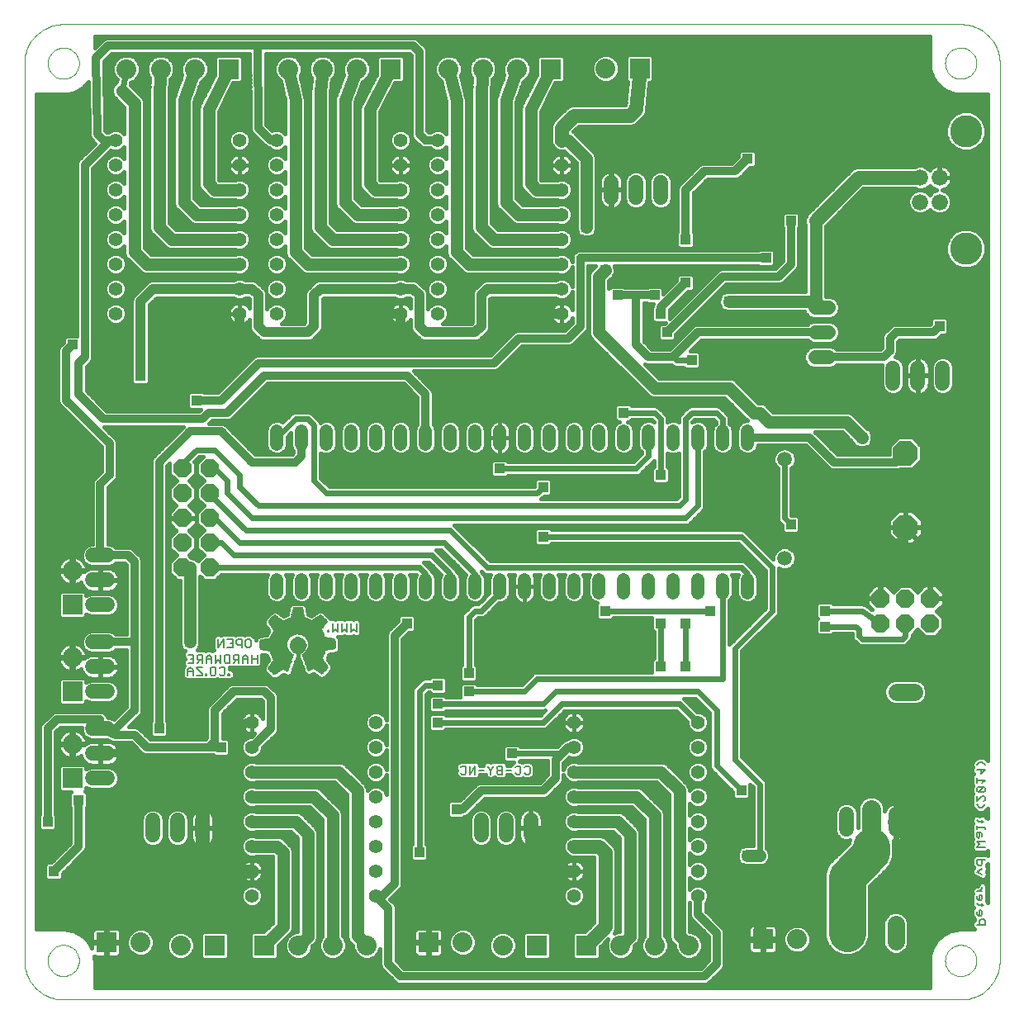
<source format=gbl>
G75*
G70*
%OFA0B0*%
%FSLAX24Y24*%
%IPPOS*%
%LPD*%
%AMOC8*
5,1,8,0,0,1.08239X$1,22.5*
%
%ADD10R,0.0068X0.0004*%
%ADD11R,0.0068X0.0004*%
%ADD12R,0.0116X0.0004*%
%ADD13R,0.0016X0.0004*%
%ADD14R,0.0148X0.0004*%
%ADD15R,0.0084X0.0004*%
%ADD16R,0.0148X0.0004*%
%ADD17R,0.0084X0.0004*%
%ADD18R,0.0204X0.0004*%
%ADD19R,0.0120X0.0004*%
%ADD20R,0.0204X0.0004*%
%ADD21R,0.0120X0.0004*%
%ADD22R,0.0236X0.0004*%
%ADD23R,0.0168X0.0004*%
%ADD24R,0.0236X0.0004*%
%ADD25R,0.0168X0.0004*%
%ADD26R,0.0284X0.0004*%
%ADD27R,0.0200X0.0004*%
%ADD28R,0.0284X0.0004*%
%ADD29R,0.0200X0.0004*%
%ADD30R,0.0316X0.0004*%
%ADD31R,0.0232X0.0004*%
%ADD32R,0.0316X0.0004*%
%ADD33R,0.0232X0.0004*%
%ADD34R,0.0368X0.0004*%
%ADD35R,0.0020X0.0004*%
%ADD36R,0.0404X0.0004*%
%ADD37R,0.0052X0.0004*%
%ADD38R,0.0016X0.0004*%
%ADD39R,0.0320X0.0004*%
%ADD40R,0.0404X0.0004*%
%ADD41R,0.0052X0.0004*%
%ADD42R,0.0320X0.0004*%
%ADD43R,0.0452X0.0004*%
%ADD44R,0.0100X0.0004*%
%ADD45R,0.0064X0.0004*%
%ADD46R,0.0368X0.0004*%
%ADD47R,0.0452X0.0004*%
%ADD48R,0.0100X0.0004*%
%ADD49R,0.0064X0.0004*%
%ADD50R,0.0488X0.0004*%
%ADD51R,0.0136X0.0004*%
%ADD52R,0.0488X0.0004*%
%ADD53R,0.0136X0.0004*%
%ADD54R,0.0536X0.0004*%
%ADD55R,0.0132X0.0004*%
%ADD56R,0.0436X0.0004*%
%ADD57R,0.0536X0.0004*%
%ADD58R,0.0132X0.0004*%
%ADD59R,0.0436X0.0004*%
%ADD60R,0.0568X0.0004*%
%ADD61R,0.0220X0.0004*%
%ADD62R,0.0188X0.0004*%
%ADD63R,0.0468X0.0004*%
%ADD64R,0.0568X0.0004*%
%ADD65R,0.0220X0.0004*%
%ADD66R,0.0188X0.0004*%
%ADD67R,0.0468X0.0004*%
%ADD68R,0.0836X0.0004*%
%ADD69R,0.0500X0.0004*%
%ADD70R,0.0852X0.0004*%
%ADD71R,0.0252X0.0004*%
%ADD72R,0.0852X0.0004*%
%ADD73R,0.0252X0.0004*%
%ADD74R,0.0840X0.0004*%
%ADD75R,0.0840X0.0004*%
%ADD76R,0.0856X0.0004*%
%ADD77R,0.0856X0.0004*%
%ADD78R,0.0852X0.0004*%
%ADD79R,0.0872X0.0004*%
%ADD80R,0.0852X0.0004*%
%ADD81R,0.0872X0.0004*%
%ADD82R,0.0836X0.0004*%
%ADD83R,0.0872X0.0004*%
%ADD84R,0.0824X0.0004*%
%ADD85R,0.0824X0.0004*%
%ADD86R,0.0804X0.0004*%
%ADD87R,0.0804X0.0004*%
%ADD88R,0.0788X0.0004*%
%ADD89R,0.0788X0.0004*%
%ADD90R,0.0804X0.0004*%
%ADD91R,0.0772X0.0004*%
%ADD92R,0.0772X0.0004*%
%ADD93R,0.0772X0.0004*%
%ADD94R,0.0772X0.0004*%
%ADD95R,0.0820X0.0004*%
%ADD96R,0.0820X0.0004*%
%ADD97R,0.0768X0.0004*%
%ADD98R,0.0768X0.0004*%
%ADD99R,0.0752X0.0004*%
%ADD100R,0.0736X0.0004*%
%ADD101R,0.0804X0.0004*%
%ADD102R,0.0736X0.0004*%
%ADD103R,0.0752X0.0004*%
%ADD104R,0.0752X0.0004*%
%ADD105R,0.0784X0.0004*%
%ADD106R,0.0784X0.0004*%
%ADD107R,0.0888X0.0004*%
%ADD108R,0.0888X0.0004*%
%ADD109R,0.0904X0.0004*%
%ADD110R,0.0904X0.0004*%
%ADD111R,0.0920X0.0004*%
%ADD112R,0.0920X0.0004*%
%ADD113R,0.0868X0.0004*%
%ADD114R,0.0808X0.0004*%
%ADD115R,0.0808X0.0004*%
%ADD116R,0.0872X0.0004*%
%ADD117R,0.0956X0.0004*%
%ADD118R,0.0956X0.0004*%
%ADD119R,0.1040X0.0004*%
%ADD120R,0.1040X0.0004*%
%ADD121R,0.1124X0.0004*%
%ADD122R,0.1124X0.0004*%
%ADD123R,0.1140X0.0004*%
%ADD124R,0.1056X0.0004*%
%ADD125R,0.1140X0.0004*%
%ADD126R,0.1056X0.0004*%
%ADD127R,0.1124X0.0004*%
%ADD128R,0.1124X0.0004*%
%ADD129R,0.1120X0.0004*%
%ADD130R,0.1120X0.0004*%
%ADD131R,0.1104X0.0004*%
%ADD132R,0.1104X0.0004*%
%ADD133R,0.1088X0.0004*%
%ADD134R,0.1088X0.0004*%
%ADD135R,0.1004X0.0004*%
%ADD136R,0.1004X0.0004*%
%ADD137R,0.0952X0.0004*%
%ADD138R,0.0952X0.0004*%
%ADD139R,0.0904X0.0004*%
%ADD140R,0.0904X0.0004*%
%ADD141R,0.0940X0.0004*%
%ADD142R,0.0940X0.0004*%
%ADD143R,0.1024X0.0004*%
%ADD144R,0.1024X0.0004*%
%ADD145R,0.2096X0.0004*%
%ADD146R,0.2096X0.0004*%
%ADD147R,0.2064X0.0004*%
%ADD148R,0.2064X0.0004*%
%ADD149R,0.2024X0.0004*%
%ADD150R,0.2024X0.0004*%
%ADD151R,0.1992X0.0004*%
%ADD152R,0.1992X0.0004*%
%ADD153R,0.1960X0.0004*%
%ADD154R,0.1944X0.0004*%
%ADD155R,0.1944X0.0004*%
%ADD156R,0.1976X0.0004*%
%ADD157R,0.1976X0.0004*%
%ADD158R,0.2008X0.0004*%
%ADD159R,0.2008X0.0004*%
%ADD160R,0.2044X0.0004*%
%ADD161R,0.2080X0.0004*%
%ADD162R,0.2080X0.0004*%
%ADD163R,0.2112X0.0004*%
%ADD164R,0.2112X0.0004*%
%ADD165R,0.2128X0.0004*%
%ADD166R,0.2128X0.0004*%
%ADD167R,0.2160X0.0004*%
%ADD168R,0.2160X0.0004*%
%ADD169R,0.2176X0.0004*%
%ADD170R,0.2212X0.0004*%
%ADD171R,0.2212X0.0004*%
%ADD172R,0.2232X0.0004*%
%ADD173R,0.2232X0.0004*%
%ADD174R,0.2248X0.0004*%
%ADD175R,0.2248X0.0004*%
%ADD176R,0.2280X0.0004*%
%ADD177R,0.2280X0.0004*%
%ADD178R,0.2296X0.0004*%
%ADD179R,0.2296X0.0004*%
%ADD180R,0.2328X0.0004*%
%ADD181R,0.2344X0.0004*%
%ADD182R,0.2344X0.0004*%
%ADD183R,0.2360X0.0004*%
%ADD184R,0.2360X0.0004*%
%ADD185R,0.2392X0.0004*%
%ADD186R,0.2392X0.0004*%
%ADD187R,0.1744X0.0004*%
%ADD188R,0.0552X0.0004*%
%ADD189R,0.0584X0.0004*%
%ADD190R,0.0552X0.0004*%
%ADD191R,0.0584X0.0004*%
%ADD192R,0.0504X0.0004*%
%ADD193R,0.0504X0.0004*%
%ADD194R,0.0472X0.0004*%
%ADD195R,0.0472X0.0004*%
%ADD196R,0.0384X0.0004*%
%ADD197R,0.0416X0.0004*%
%ADD198R,0.0384X0.0004*%
%ADD199R,0.0416X0.0004*%
%ADD200R,0.0352X0.0004*%
%ADD201R,0.0704X0.0004*%
%ADD202R,0.0300X0.0004*%
%ADD203R,0.0584X0.0004*%
%ADD204R,0.0336X0.0004*%
%ADD205R,0.0300X0.0004*%
%ADD206R,0.0584X0.0004*%
%ADD207R,0.0336X0.0004*%
%ADD208R,0.0268X0.0004*%
%ADD209R,0.0304X0.0004*%
%ADD210R,0.0268X0.0004*%
%ADD211R,0.0304X0.0004*%
%ADD212R,0.0184X0.0004*%
%ADD213R,0.0520X0.0004*%
%ADD214R,0.0216X0.0004*%
%ADD215R,0.0184X0.0004*%
%ADD216R,0.0520X0.0004*%
%ADD217R,0.0216X0.0004*%
%ADD218R,0.0152X0.0004*%
%ADD219R,0.0152X0.0004*%
%ADD220R,0.0504X0.0004*%
%ADD221R,0.0032X0.0004*%
%ADD222R,0.0504X0.0004*%
%ADD223R,0.0032X0.0004*%
%ADD224R,0.0472X0.0004*%
%ADD225R,0.0472X0.0004*%
%ADD226R,0.0456X0.0004*%
%ADD227R,0.0456X0.0004*%
%ADD228R,0.0400X0.0004*%
%ADD229C,0.0070*%
%ADD230C,0.0660*%
%ADD231C,0.1300*%
%ADD232C,0.0520*%
%ADD233C,0.0591*%
%ADD234OC8,0.0740*%
%ADD235C,0.0705*%
%ADD236R,0.0800X0.0800*%
%ADD237C,0.0800*%
%ADD238C,0.0600*%
%ADD239C,0.0554*%
%ADD240C,0.0594*%
%ADD241C,0.0000*%
%ADD242OC8,0.1000*%
%ADD243C,0.0560*%
%ADD244C,0.0400*%
%ADD245C,0.0320*%
%ADD246C,0.0500*%
%ADD247C,0.1500*%
%ADD248C,0.0700*%
%ADD249R,0.0396X0.0396*%
%ADD250C,0.0240*%
%ADD251C,0.0160*%
%ADD252C,0.0760*%
D10*
X014734Y016519D03*
X014734Y016523D03*
X014734Y016527D03*
D11*
X014734Y016531D03*
D12*
X014726Y016535D03*
X014726Y016539D03*
X014726Y016543D03*
X014726Y016547D03*
X016570Y018895D03*
X016570Y018899D03*
X016570Y018903D03*
X016570Y018907D03*
D13*
X016100Y016667D03*
X016100Y016663D03*
X016100Y016659D03*
X016100Y016655D03*
X016636Y016547D03*
X016636Y016543D03*
X016636Y016539D03*
X016636Y016535D03*
D14*
X014726Y016551D03*
D15*
X016634Y016551D03*
X016570Y018911D03*
D16*
X014726Y016563D03*
X014726Y016559D03*
X014726Y016555D03*
D17*
X016634Y016555D03*
X016634Y016559D03*
X016634Y016563D03*
X016570Y018915D03*
X016570Y018919D03*
X016570Y018923D03*
X016570Y018927D03*
D18*
X014734Y016583D03*
X014734Y016579D03*
X014734Y016575D03*
X014734Y016567D03*
D19*
X016636Y016567D03*
X016636Y016575D03*
X016636Y016579D03*
X016636Y016583D03*
D20*
X014734Y016571D03*
D21*
X016636Y016571D03*
D22*
X014734Y016587D03*
X014734Y016595D03*
X014734Y016599D03*
X014750Y018847D03*
X014750Y018855D03*
X014750Y018859D03*
D23*
X015204Y016715D03*
X015204Y016707D03*
X015204Y016703D03*
X016628Y016599D03*
X016628Y016595D03*
X016628Y016587D03*
D24*
X014734Y016591D03*
X014750Y018851D03*
D25*
X015204Y016711D03*
X016628Y016591D03*
D26*
X016618Y016635D03*
X016618Y016639D03*
X016618Y016643D03*
X016618Y016647D03*
X014742Y016615D03*
X014742Y016607D03*
X014742Y016603D03*
D27*
X016628Y016603D03*
X016628Y016607D03*
X016628Y016615D03*
D28*
X014742Y016611D03*
D29*
X016628Y016611D03*
D30*
X014742Y016619D03*
X014742Y016623D03*
X014742Y016627D03*
D31*
X016628Y016627D03*
X016628Y016623D03*
X016628Y016619D03*
D32*
X014742Y016631D03*
D33*
X016628Y016631D03*
D34*
X016612Y016675D03*
X016612Y016679D03*
X016612Y016683D03*
X014752Y016647D03*
X014752Y016643D03*
X014752Y016639D03*
X014752Y016635D03*
D35*
X015262Y016635D03*
X015262Y016639D03*
X015262Y016643D03*
X015262Y016647D03*
D36*
X014750Y016651D03*
X016610Y016691D03*
D37*
X015246Y016651D03*
X014742Y018911D03*
D38*
X016100Y016651D03*
D39*
X016620Y016651D03*
X015664Y019231D03*
D40*
X016610Y016699D03*
X016610Y016695D03*
X016610Y016687D03*
X014750Y016667D03*
X014750Y016663D03*
X014750Y016659D03*
X014750Y016655D03*
D41*
X015246Y016655D03*
X015246Y016659D03*
X015246Y016663D03*
X015246Y016667D03*
X014742Y018915D03*
X014742Y018919D03*
X014742Y018923D03*
X014742Y018927D03*
D42*
X015664Y019235D03*
X015664Y019239D03*
X015664Y019243D03*
X016620Y016667D03*
X016620Y016663D03*
X016620Y016659D03*
X016620Y016655D03*
D43*
X014758Y016671D03*
D44*
X015238Y016671D03*
X016126Y016691D03*
D45*
X016108Y016671D03*
D46*
X016612Y016671D03*
D47*
X014758Y016675D03*
X014758Y016679D03*
X014758Y016683D03*
D48*
X015238Y016683D03*
X015238Y016679D03*
X015238Y016675D03*
X016126Y016687D03*
X016126Y016695D03*
X016126Y016699D03*
X014750Y018895D03*
X014750Y018899D03*
X014750Y018903D03*
X014750Y018907D03*
D49*
X016108Y016683D03*
X016108Y016679D03*
X016108Y016675D03*
D50*
X014760Y016687D03*
X014760Y016695D03*
X014760Y016699D03*
X015664Y018963D03*
X015664Y018967D03*
X015664Y018975D03*
X015664Y018979D03*
X015664Y018983D03*
X015664Y018987D03*
X015664Y018995D03*
X015664Y018999D03*
X015664Y019003D03*
X015664Y019007D03*
X015664Y019015D03*
X015664Y019019D03*
X015664Y019023D03*
X015664Y019027D03*
D51*
X015220Y016699D03*
X015220Y016695D03*
X015220Y016687D03*
D52*
X014760Y016691D03*
X015664Y018971D03*
X015664Y018991D03*
X015664Y019011D03*
D53*
X015220Y016691D03*
D54*
X014768Y016703D03*
X014768Y016707D03*
X014768Y016715D03*
X016592Y016755D03*
X016592Y016759D03*
X016592Y016763D03*
X016592Y016767D03*
X015656Y018827D03*
X015656Y018835D03*
X015656Y018839D03*
X015656Y018843D03*
X015656Y018847D03*
X015656Y018855D03*
X015656Y018859D03*
D55*
X014750Y018879D03*
X014750Y018883D03*
X014750Y018887D03*
X016142Y016715D03*
X016142Y016707D03*
X016142Y016703D03*
D56*
X016610Y016703D03*
X016610Y016707D03*
X016610Y016715D03*
X014766Y018763D03*
X014766Y018767D03*
X014766Y018775D03*
D57*
X015656Y018831D03*
X015656Y018851D03*
X016592Y016751D03*
X014768Y016711D03*
D58*
X016142Y016711D03*
X014750Y018891D03*
D59*
X014766Y018771D03*
X016610Y016711D03*
D60*
X014768Y016719D03*
X014768Y016723D03*
X014768Y016727D03*
X014784Y018695D03*
X014784Y018699D03*
X014784Y018703D03*
X014784Y018707D03*
D61*
X015194Y016727D03*
X015194Y016723D03*
X015194Y016719D03*
X016166Y016735D03*
X016166Y016739D03*
X016166Y016743D03*
X016166Y016747D03*
D62*
X016150Y016727D03*
X016150Y016723D03*
X016150Y016719D03*
D63*
X016594Y016719D03*
X016594Y016723D03*
X016594Y016727D03*
D64*
X014768Y016731D03*
D65*
X015194Y016731D03*
D66*
X016150Y016731D03*
D67*
X016594Y016731D03*
D68*
X016410Y016903D03*
X016410Y016907D03*
X016410Y016915D03*
X016410Y016919D03*
X016410Y016923D03*
X016410Y016927D03*
X016410Y016935D03*
X016342Y017395D03*
X016342Y017399D03*
X016342Y017403D03*
X014986Y017403D03*
X014986Y017399D03*
X014986Y017395D03*
X014918Y016847D03*
X014918Y016843D03*
X014918Y016839D03*
X014918Y016835D03*
X014918Y016827D03*
X014918Y016823D03*
X014918Y016819D03*
X014886Y016747D03*
X014886Y016743D03*
X014886Y016739D03*
X014886Y016735D03*
X014986Y018059D03*
X014986Y018063D03*
X014986Y018067D03*
D69*
X016594Y016747D03*
X016594Y016743D03*
X016594Y016739D03*
X016594Y016735D03*
D70*
X016434Y016871D03*
X016418Y016891D03*
X016334Y017371D03*
X014994Y017371D03*
X014894Y016791D03*
X014894Y016771D03*
X014894Y016751D03*
D71*
X016166Y016751D03*
X016570Y018851D03*
D72*
X016318Y018087D03*
X016318Y018083D03*
X016318Y018079D03*
X016318Y018075D03*
X016334Y017387D03*
X016334Y017383D03*
X016334Y017379D03*
X016334Y017375D03*
X016318Y017367D03*
X016318Y017363D03*
X016318Y017359D03*
X016318Y017355D03*
X016418Y016899D03*
X016418Y016895D03*
X016418Y016887D03*
X016434Y016883D03*
X016434Y016879D03*
X016434Y016875D03*
X014994Y017375D03*
X014994Y017379D03*
X014994Y017383D03*
X014994Y017387D03*
X014894Y016799D03*
X014894Y016795D03*
X014894Y016787D03*
X014894Y016783D03*
X014894Y016779D03*
X014894Y016775D03*
X014894Y016767D03*
X014894Y016763D03*
X014894Y016759D03*
X014894Y016755D03*
D73*
X016166Y016755D03*
X016166Y016759D03*
X016166Y016763D03*
X016166Y016767D03*
X016570Y018847D03*
X016570Y018855D03*
X016570Y018859D03*
D74*
X016376Y016971D03*
X016392Y016951D03*
X016460Y016771D03*
X015052Y017211D03*
X015052Y017231D03*
D75*
X015052Y017235D03*
X015052Y017227D03*
X015052Y017223D03*
X015052Y017219D03*
X015052Y017215D03*
X015052Y017207D03*
X015052Y017203D03*
X014936Y016867D03*
X014936Y016863D03*
X014936Y016859D03*
X014936Y016855D03*
X016376Y016975D03*
X016376Y016979D03*
X016376Y016983D03*
X016392Y016947D03*
X016392Y016943D03*
X016392Y016939D03*
X016460Y016783D03*
X016460Y016779D03*
X016460Y016775D03*
D76*
X016468Y016787D03*
X016468Y016795D03*
X016468Y016799D03*
X016452Y016835D03*
X016452Y016839D03*
X016452Y016843D03*
X016452Y016847D03*
X016284Y017239D03*
X016284Y017243D03*
X016284Y017247D03*
X016284Y017255D03*
X016284Y017259D03*
X016284Y017263D03*
X016284Y017267D03*
D77*
X016284Y017251D03*
X016452Y016851D03*
X016468Y016791D03*
D78*
X014910Y016803D03*
X014910Y016807D03*
X014910Y016815D03*
X015010Y018075D03*
X015010Y018079D03*
X015010Y018083D03*
X015010Y018087D03*
D79*
X015052Y017267D03*
X015052Y017263D03*
X015052Y017259D03*
X015052Y017255D03*
X015052Y017247D03*
X015052Y017243D03*
X015052Y017239D03*
X016460Y017507D03*
X016460Y017515D03*
X016460Y017519D03*
X016460Y016827D03*
X016460Y016823D03*
X016460Y016819D03*
X016460Y016815D03*
X016460Y016807D03*
X016460Y016803D03*
D80*
X014910Y016811D03*
D81*
X015052Y017251D03*
X016460Y017511D03*
X016460Y016831D03*
X016460Y016811D03*
D82*
X016410Y016911D03*
X016410Y016931D03*
X016342Y017391D03*
X014986Y017391D03*
X014918Y016851D03*
X014918Y016831D03*
X014986Y018071D03*
D83*
X014884Y017487D03*
X014884Y017483D03*
X014884Y017479D03*
X014884Y017475D03*
X016444Y016867D03*
X016444Y016863D03*
X016444Y016859D03*
X016444Y016855D03*
D84*
X016368Y016991D03*
X016284Y017211D03*
X016284Y017231D03*
X016368Y018031D03*
X014960Y016911D03*
X014944Y016891D03*
X014944Y016871D03*
D85*
X014944Y016875D03*
X014944Y016879D03*
X014944Y016883D03*
X014944Y016887D03*
X014944Y016895D03*
X014944Y016899D03*
X014960Y016903D03*
X014960Y016907D03*
X014960Y016915D03*
X016284Y017203D03*
X016284Y017207D03*
X016284Y017215D03*
X016284Y017219D03*
X016284Y017223D03*
X016284Y017227D03*
X016284Y017235D03*
X016368Y016999D03*
X016368Y016995D03*
X016368Y016987D03*
X016384Y016967D03*
X016384Y016963D03*
X016384Y016959D03*
X016384Y016955D03*
X016368Y018027D03*
X016368Y018035D03*
X016368Y018039D03*
D86*
X016358Y017419D03*
X016358Y017415D03*
X016358Y017407D03*
X016274Y017199D03*
X016274Y017195D03*
X016274Y017187D03*
X016342Y017047D03*
X016342Y017043D03*
X016342Y017039D03*
X016358Y017015D03*
X016358Y017007D03*
X016358Y017003D03*
X015054Y017175D03*
X015054Y017179D03*
X015054Y017183D03*
X014970Y017407D03*
X014970Y017415D03*
X014970Y017419D03*
X014934Y017455D03*
X014934Y017459D03*
X014934Y017463D03*
X014934Y017467D03*
X014918Y017975D03*
X014918Y017979D03*
X014918Y017983D03*
X014918Y017987D03*
X014970Y018027D03*
X014970Y018035D03*
X014970Y018039D03*
X014970Y016935D03*
X014970Y016927D03*
X014970Y016923D03*
X014970Y016919D03*
D87*
X014970Y016931D03*
X015054Y017171D03*
X014970Y017411D03*
X014970Y018031D03*
X016358Y017411D03*
X016274Y017191D03*
X016342Y017051D03*
X016358Y017011D03*
D88*
X016318Y017087D03*
X016318Y017095D03*
X016318Y017099D03*
X016302Y017103D03*
X016302Y017107D03*
X016302Y017115D03*
X016302Y017119D03*
X016302Y017123D03*
X016302Y017127D03*
X016302Y017135D03*
X016386Y017439D03*
X016386Y017443D03*
X016386Y017447D03*
X016386Y017455D03*
X016386Y017459D03*
X016386Y017463D03*
X016386Y017467D03*
X015062Y017167D03*
X015062Y017163D03*
X015062Y017159D03*
X015062Y017155D03*
X015062Y017147D03*
X015062Y017143D03*
X015062Y017139D03*
X014994Y016983D03*
X014994Y016979D03*
X014994Y016975D03*
X014978Y016947D03*
X014978Y016943D03*
X014978Y016939D03*
X014942Y017995D03*
X014942Y017999D03*
X014942Y018003D03*
X014962Y018007D03*
X014962Y018015D03*
X014962Y018019D03*
X014962Y018023D03*
D89*
X014962Y018011D03*
X014942Y017991D03*
X015062Y017151D03*
X014994Y016971D03*
X014978Y016951D03*
X016302Y017111D03*
X016302Y017131D03*
X016318Y017091D03*
X016386Y017451D03*
D90*
X016326Y017083D03*
X016326Y017079D03*
X016326Y017075D03*
X016326Y017067D03*
X016326Y017063D03*
X016326Y017059D03*
X016326Y017055D03*
X014986Y016967D03*
X014986Y016963D03*
X014986Y016959D03*
X014986Y016955D03*
D91*
X015002Y016987D03*
X015002Y016995D03*
X015002Y016999D03*
X016410Y017495D03*
X016410Y017499D03*
X016410Y017503D03*
D92*
X016410Y017491D03*
X015002Y016991D03*
D93*
X015018Y017003D03*
X015018Y017007D03*
X015018Y017015D03*
X015018Y017019D03*
X015018Y017023D03*
X015018Y017027D03*
X015018Y017035D03*
X016394Y017475D03*
X016394Y017479D03*
X016394Y017483D03*
X016394Y017487D03*
D94*
X016394Y017471D03*
X015018Y017031D03*
X015018Y017011D03*
D95*
X015062Y017187D03*
X015062Y017195D03*
X015062Y017199D03*
X014978Y018043D03*
X014978Y018047D03*
X014978Y018055D03*
X016334Y018059D03*
X016334Y018063D03*
X016334Y018067D03*
X016350Y018055D03*
X016350Y018047D03*
X016350Y018043D03*
X016350Y017035D03*
X016350Y017027D03*
X016350Y017023D03*
X016350Y017019D03*
D96*
X016350Y017031D03*
X016350Y018051D03*
X016334Y018071D03*
X014978Y018051D03*
X015062Y017191D03*
D97*
X015036Y017047D03*
X015036Y017043D03*
X015036Y017039D03*
X016276Y017155D03*
X016276Y017159D03*
X016276Y017163D03*
X016276Y017167D03*
X016292Y017147D03*
X016292Y017143D03*
X016292Y017139D03*
D98*
X016292Y017151D03*
X015036Y017051D03*
D99*
X015044Y017055D03*
X015044Y017059D03*
X015044Y017063D03*
X015044Y017067D03*
D100*
X015052Y017071D03*
D101*
X016326Y017071D03*
D102*
X015052Y017075D03*
X015052Y017079D03*
X015052Y017083D03*
D103*
X015060Y017087D03*
X015060Y017095D03*
X015060Y017099D03*
X015060Y017103D03*
X015060Y017107D03*
X015060Y017115D03*
X015060Y017119D03*
X015060Y017123D03*
X015060Y017127D03*
X015060Y017135D03*
D104*
X015060Y017131D03*
X015060Y017111D03*
X015060Y017091D03*
D105*
X016284Y017171D03*
X015664Y018791D03*
D106*
X015664Y018787D03*
X015664Y018783D03*
X015664Y018779D03*
X016284Y017183D03*
X016284Y017179D03*
X016284Y017175D03*
D107*
X016284Y017271D03*
X016284Y017291D03*
X016284Y017311D03*
X016300Y017351D03*
X016416Y018011D03*
X016300Y018091D03*
X016284Y018111D03*
X015664Y018771D03*
X015028Y018091D03*
X015028Y017351D03*
X015044Y017271D03*
D108*
X015044Y017275D03*
X015044Y017279D03*
X015044Y017283D03*
X015028Y017339D03*
X015028Y017343D03*
X015028Y017347D03*
X015028Y018095D03*
X015028Y018099D03*
X015028Y018103D03*
X015028Y018107D03*
X015664Y018763D03*
X015664Y018767D03*
X015664Y018775D03*
X016284Y018123D03*
X016284Y018119D03*
X016284Y018115D03*
X016300Y018107D03*
X016300Y018103D03*
X016300Y018099D03*
X016300Y018095D03*
X016416Y018023D03*
X016416Y018019D03*
X016416Y018015D03*
X016416Y018007D03*
X016300Y017347D03*
X016300Y017343D03*
X016300Y017339D03*
X016284Y017319D03*
X016284Y017315D03*
X016284Y017307D03*
X016284Y017303D03*
X016284Y017299D03*
X016284Y017295D03*
X016284Y017287D03*
X016284Y017283D03*
X016284Y017279D03*
X016284Y017275D03*
D109*
X015052Y017287D03*
X015052Y017295D03*
X015052Y017299D03*
X015052Y017303D03*
D110*
X015052Y017291D03*
D111*
X015044Y017307D03*
X015044Y017315D03*
X015044Y017319D03*
X015044Y017323D03*
X015044Y017327D03*
X015044Y017335D03*
X014860Y017959D03*
X014860Y017963D03*
X014860Y017967D03*
X016284Y017335D03*
X016284Y017327D03*
X016284Y017323D03*
D112*
X016284Y017331D03*
X015044Y017331D03*
X015044Y017311D03*
X014860Y017971D03*
D113*
X015002Y017367D03*
X015002Y017363D03*
X015002Y017359D03*
X015002Y017355D03*
D114*
X014952Y017423D03*
X014952Y017427D03*
X014952Y017435D03*
X014952Y017439D03*
X014952Y017443D03*
X014952Y017447D03*
X016376Y017435D03*
X016376Y017427D03*
X016376Y017423D03*
D115*
X016376Y017431D03*
X014952Y017431D03*
X014952Y017451D03*
D116*
X014884Y017471D03*
D117*
X014826Y017491D03*
X016250Y018131D03*
X016518Y017531D03*
D118*
X016518Y017535D03*
X016518Y017527D03*
X016518Y017523D03*
X016250Y018127D03*
X016250Y018135D03*
X016250Y018139D03*
X014826Y017503D03*
X014826Y017499D03*
X014826Y017495D03*
D119*
X014784Y017507D03*
X014784Y017515D03*
X014784Y017519D03*
X016208Y018143D03*
X016208Y018147D03*
X016208Y018155D03*
X016528Y017987D03*
X016528Y017983D03*
X016528Y017979D03*
X016528Y017975D03*
D120*
X016208Y018151D03*
X014784Y017511D03*
D121*
X014726Y017523D03*
X014726Y017527D03*
X014726Y017535D03*
D122*
X014726Y017531D03*
D123*
X014718Y017539D03*
X014718Y017543D03*
X014718Y017547D03*
X014702Y017555D03*
X014702Y017559D03*
X014702Y017563D03*
X014702Y017567D03*
X014702Y017575D03*
X014702Y017579D03*
X014702Y017583D03*
X014702Y017587D03*
X014702Y017859D03*
X014702Y017863D03*
X014702Y017867D03*
X014718Y017907D03*
X014718Y017915D03*
X014718Y017919D03*
X016594Y017943D03*
X016594Y017947D03*
X016594Y017955D03*
X016610Y017939D03*
X016610Y017935D03*
X016610Y017927D03*
X016610Y017923D03*
X016610Y017919D03*
X016610Y017915D03*
X016610Y017907D03*
X016626Y017587D03*
X016626Y017583D03*
X016626Y017579D03*
X016626Y017575D03*
D124*
X016584Y017547D03*
X016584Y017543D03*
X016584Y017539D03*
D125*
X016610Y017911D03*
X016610Y017931D03*
X016594Y017951D03*
X014718Y017911D03*
X014702Y017871D03*
X014702Y017571D03*
X014718Y017551D03*
D126*
X016584Y017551D03*
D127*
X016618Y017555D03*
X016618Y017559D03*
X016618Y017563D03*
X016618Y017567D03*
X016618Y017859D03*
X016618Y017863D03*
X016618Y017867D03*
X016618Y017875D03*
X016618Y017879D03*
X016618Y017883D03*
X016618Y017887D03*
X016618Y017895D03*
X016618Y017899D03*
X016618Y017903D03*
X014710Y017903D03*
X014710Y017899D03*
X014710Y017895D03*
X014710Y017887D03*
X014710Y017883D03*
X014710Y017879D03*
X014710Y017875D03*
D128*
X014710Y017891D03*
X016618Y017891D03*
X016618Y017871D03*
X016618Y017571D03*
D129*
X016636Y017591D03*
X016636Y017611D03*
X016636Y017631D03*
X016636Y017811D03*
X016636Y017831D03*
X016636Y017851D03*
X016568Y017971D03*
X014692Y017851D03*
X014692Y017831D03*
X014692Y017811D03*
X014692Y017791D03*
X014692Y017671D03*
X014692Y017651D03*
X014692Y017631D03*
X014692Y017611D03*
X014692Y017591D03*
D130*
X014692Y017595D03*
X014692Y017599D03*
X014692Y017603D03*
X014692Y017607D03*
X014692Y017615D03*
X014692Y017619D03*
X014692Y017623D03*
X014692Y017627D03*
X014692Y017635D03*
X014692Y017639D03*
X014692Y017643D03*
X014692Y017647D03*
X014692Y017655D03*
X014692Y017659D03*
X014692Y017663D03*
X014692Y017667D03*
X014692Y017795D03*
X014692Y017799D03*
X014692Y017803D03*
X014692Y017807D03*
X014692Y017815D03*
X014692Y017819D03*
X014692Y017823D03*
X014692Y017827D03*
X014692Y017835D03*
X014692Y017839D03*
X014692Y017843D03*
X014692Y017847D03*
X014692Y017855D03*
X016568Y017959D03*
X016568Y017963D03*
X016568Y017967D03*
X016636Y017855D03*
X016636Y017847D03*
X016636Y017843D03*
X016636Y017839D03*
X016636Y017835D03*
X016636Y017827D03*
X016636Y017823D03*
X016636Y017819D03*
X016636Y017815D03*
X016636Y017807D03*
X016636Y017635D03*
X016636Y017627D03*
X016636Y017623D03*
X016636Y017619D03*
X016636Y017615D03*
X016636Y017607D03*
X016636Y017603D03*
X016636Y017599D03*
X016636Y017595D03*
D131*
X016644Y017639D03*
X016644Y017643D03*
X016644Y017647D03*
X016644Y017655D03*
X016644Y017659D03*
X016644Y017663D03*
X016644Y017667D03*
X016644Y017675D03*
X016644Y017679D03*
X016644Y017683D03*
X016644Y017687D03*
X016644Y017695D03*
X016644Y017699D03*
X016644Y017703D03*
X016644Y017707D03*
X016644Y017715D03*
X016644Y017719D03*
X016644Y017723D03*
X016644Y017727D03*
X016644Y017735D03*
X016644Y017739D03*
X016644Y017743D03*
X016644Y017747D03*
X016644Y017755D03*
X016644Y017759D03*
X016644Y017763D03*
X016644Y017767D03*
X016644Y017775D03*
X016644Y017779D03*
X016644Y017783D03*
X016644Y017787D03*
X016644Y017795D03*
X016644Y017799D03*
X016644Y017803D03*
X014684Y017787D03*
X014684Y017783D03*
X014684Y017779D03*
X014684Y017775D03*
X014684Y017767D03*
X014684Y017763D03*
X014684Y017759D03*
X014684Y017755D03*
X014684Y017747D03*
X014684Y017743D03*
X014684Y017739D03*
X014684Y017735D03*
X014684Y017727D03*
X014684Y017723D03*
X014684Y017719D03*
X014684Y017715D03*
X014684Y017707D03*
X014684Y017703D03*
X014684Y017699D03*
X014684Y017695D03*
X014684Y017687D03*
X014684Y017683D03*
X014684Y017679D03*
X014684Y017675D03*
D132*
X014684Y017691D03*
X014684Y017711D03*
X014684Y017731D03*
X014684Y017751D03*
X014684Y017771D03*
X016644Y017771D03*
X016644Y017791D03*
X016644Y017751D03*
X016644Y017731D03*
X016644Y017711D03*
X016644Y017691D03*
X016644Y017671D03*
X016644Y017651D03*
D133*
X015664Y018715D03*
X015664Y018719D03*
X015664Y018723D03*
X014744Y017939D03*
X014744Y017935D03*
X014744Y017927D03*
X014744Y017923D03*
D134*
X014744Y017931D03*
X015664Y018711D03*
D135*
X014802Y017955D03*
X014802Y017947D03*
X014802Y017943D03*
D136*
X014802Y017951D03*
D137*
X015664Y018751D03*
X016468Y017991D03*
D138*
X016468Y017995D03*
X016468Y017999D03*
X016468Y018003D03*
X015664Y018747D03*
X015664Y018755D03*
X015664Y018759D03*
D139*
X015036Y018111D03*
D140*
X015036Y018115D03*
X015036Y018119D03*
X015036Y018123D03*
D141*
X015070Y018127D03*
X015070Y018135D03*
X015070Y018139D03*
D142*
X015070Y018131D03*
D143*
X015112Y018143D03*
X015112Y018147D03*
X015112Y018155D03*
X015664Y018727D03*
X015664Y018735D03*
X015664Y018739D03*
X015664Y018743D03*
D144*
X015664Y018731D03*
X015112Y018151D03*
D145*
X015664Y018159D03*
X015664Y018163D03*
X015664Y018167D03*
X015664Y018175D03*
X015664Y018179D03*
X015664Y018183D03*
X015664Y018187D03*
D146*
X015664Y018171D03*
D147*
X015664Y018191D03*
X015664Y018211D03*
X015664Y018411D03*
D148*
X015664Y018415D03*
X015664Y018419D03*
X015664Y018423D03*
X015664Y018223D03*
X015664Y018219D03*
X015664Y018215D03*
X015664Y018207D03*
X015664Y018203D03*
X015664Y018199D03*
X015664Y018195D03*
D149*
X015664Y018227D03*
X015664Y018235D03*
X015664Y018239D03*
X015664Y018243D03*
X015664Y018247D03*
X015664Y018255D03*
D150*
X015664Y018251D03*
X015664Y018231D03*
D151*
X015664Y018259D03*
X015664Y018263D03*
X015664Y018267D03*
X015664Y018275D03*
X015664Y018279D03*
X015664Y018283D03*
X015664Y018287D03*
D152*
X015664Y018291D03*
X015664Y018271D03*
D153*
X015664Y018295D03*
X015664Y018299D03*
X015664Y018303D03*
X015664Y018307D03*
D154*
X015656Y018311D03*
X015656Y018331D03*
D155*
X015656Y018335D03*
X015656Y018339D03*
X015656Y018327D03*
X015656Y018323D03*
X015656Y018319D03*
X015656Y018315D03*
D156*
X015656Y018343D03*
X015656Y018347D03*
X015656Y018355D03*
X015656Y018359D03*
X015656Y018363D03*
X015656Y018367D03*
D157*
X015656Y018371D03*
X015656Y018351D03*
D158*
X015656Y018375D03*
X015656Y018379D03*
X015656Y018383D03*
X015656Y018387D03*
D159*
X015656Y018391D03*
D160*
X015654Y018395D03*
X015654Y018399D03*
X015654Y018403D03*
X015654Y018407D03*
D161*
X015656Y018427D03*
X015656Y018435D03*
X015656Y018439D03*
D162*
X015656Y018431D03*
D163*
X015656Y018443D03*
X015656Y018447D03*
X015656Y018455D03*
D164*
X015656Y018451D03*
D165*
X015664Y018459D03*
X015664Y018463D03*
X015664Y018467D03*
X015664Y018475D03*
D166*
X015664Y018471D03*
D167*
X015664Y018479D03*
X015664Y018483D03*
X015664Y018487D03*
D168*
X015664Y018491D03*
D169*
X015656Y018495D03*
X015656Y018499D03*
X015656Y018503D03*
X015656Y018507D03*
D170*
X015654Y018511D03*
D171*
X015654Y018515D03*
X015654Y018519D03*
X015654Y018523D03*
D172*
X015664Y018527D03*
X015664Y018535D03*
X015664Y018539D03*
D173*
X015664Y018531D03*
D174*
X015656Y018543D03*
X015656Y018547D03*
X015656Y018555D03*
X015656Y018559D03*
D175*
X015656Y018551D03*
D176*
X015656Y018563D03*
X015656Y018567D03*
X015656Y018575D03*
D177*
X015656Y018571D03*
D178*
X015664Y018579D03*
X015664Y018583D03*
X015664Y018587D03*
D179*
X015664Y018591D03*
D180*
X015664Y018595D03*
X015664Y018599D03*
X015664Y018603D03*
X015664Y018607D03*
D181*
X015656Y018611D03*
D182*
X015656Y018615D03*
X015656Y018619D03*
X015656Y018623D03*
D183*
X015664Y018627D03*
X015664Y018635D03*
X015664Y018639D03*
X015664Y018679D03*
X015664Y018683D03*
X015664Y018687D03*
D184*
X015664Y018691D03*
X015664Y018631D03*
D185*
X015664Y018643D03*
X015664Y018647D03*
X015664Y018655D03*
X015664Y018659D03*
X015664Y018663D03*
X015664Y018667D03*
X015664Y018675D03*
D186*
X015664Y018671D03*
X015664Y018651D03*
D187*
X015956Y018695D03*
X015956Y018699D03*
X015956Y018703D03*
X015956Y018707D03*
D188*
X016536Y018731D03*
X014776Y018711D03*
D189*
X016536Y018711D03*
D190*
X016536Y018727D03*
X016536Y018735D03*
X016536Y018739D03*
X016536Y018743D03*
X014776Y018723D03*
X014776Y018719D03*
X014776Y018715D03*
D191*
X016536Y018715D03*
X016536Y018719D03*
X016536Y018723D03*
D192*
X016544Y018747D03*
X016544Y018755D03*
X016544Y018759D03*
X014768Y018743D03*
X014768Y018739D03*
X014768Y018735D03*
X014768Y018727D03*
D193*
X014768Y018731D03*
X016544Y018751D03*
D194*
X016544Y018763D03*
X016544Y018767D03*
X016544Y018775D03*
X014768Y018759D03*
X014768Y018755D03*
X014768Y018747D03*
D195*
X014768Y018751D03*
X016544Y018771D03*
D196*
X016552Y018795D03*
X016552Y018799D03*
X016552Y018803D03*
X016552Y018807D03*
X014760Y018787D03*
X014760Y018783D03*
X014760Y018779D03*
D197*
X015664Y019147D03*
X015664Y019155D03*
X015664Y019159D03*
X015664Y019163D03*
X015664Y019167D03*
X015664Y019175D03*
X015664Y019179D03*
X015664Y019183D03*
X015664Y019187D03*
X015664Y019195D03*
X015664Y019199D03*
X015664Y019203D03*
X015664Y019207D03*
X016552Y018787D03*
X016552Y018783D03*
X016552Y018779D03*
D198*
X014760Y018791D03*
D199*
X015664Y019151D03*
X015664Y019171D03*
X015664Y019191D03*
X015664Y019211D03*
X016552Y018791D03*
D200*
X014760Y018795D03*
X014760Y018799D03*
X014760Y018803D03*
X014760Y018807D03*
D201*
X015656Y018807D03*
X015656Y018803D03*
X015656Y018799D03*
X015656Y018795D03*
D202*
X014750Y018811D03*
D203*
X015664Y018811D03*
D204*
X016560Y018811D03*
D205*
X014750Y018815D03*
X014750Y018819D03*
X014750Y018823D03*
D206*
X015664Y018823D03*
X015664Y018819D03*
X015664Y018815D03*
D207*
X016560Y018815D03*
X016560Y018819D03*
X016560Y018823D03*
D208*
X014750Y018827D03*
X014750Y018835D03*
X014750Y018839D03*
X014750Y018843D03*
D209*
X016560Y018843D03*
X016560Y018839D03*
X016560Y018835D03*
X016560Y018827D03*
D210*
X014750Y018831D03*
D211*
X016560Y018831D03*
D212*
X014744Y018863D03*
X014744Y018867D03*
X014744Y018875D03*
D213*
X015664Y018875D03*
X015664Y018879D03*
X015664Y018883D03*
X015664Y018887D03*
X015664Y018895D03*
X015664Y018899D03*
X015664Y018903D03*
X015664Y018907D03*
X015664Y018915D03*
X015664Y018919D03*
X015664Y018923D03*
X015664Y018927D03*
X015664Y018867D03*
X015664Y018863D03*
D214*
X016568Y018863D03*
X016568Y018867D03*
X016568Y018875D03*
D215*
X014744Y018871D03*
D216*
X015664Y018871D03*
X015664Y018891D03*
X015664Y018911D03*
D217*
X016568Y018871D03*
D218*
X016568Y018879D03*
X016568Y018883D03*
X016568Y018887D03*
D219*
X016568Y018891D03*
D220*
X015656Y018931D03*
X015656Y018951D03*
D221*
X016576Y018931D03*
D222*
X015656Y018935D03*
X015656Y018939D03*
X015656Y018943D03*
X015656Y018947D03*
X015656Y018955D03*
X015656Y018959D03*
D223*
X016576Y018943D03*
X016576Y018939D03*
X016576Y018935D03*
D224*
X015656Y019031D03*
D225*
X015656Y019035D03*
X015656Y019039D03*
X015656Y019043D03*
D226*
X015664Y019047D03*
X015664Y019055D03*
X015664Y019059D03*
X015664Y019063D03*
X015664Y019067D03*
X015664Y019075D03*
X015664Y019079D03*
X015664Y019083D03*
X015664Y019087D03*
X015664Y019095D03*
X015664Y019099D03*
X015664Y019103D03*
X015664Y019107D03*
X015664Y019115D03*
X015664Y019119D03*
X015664Y019123D03*
X015664Y019127D03*
X015664Y019135D03*
X015664Y019139D03*
X015664Y019143D03*
D227*
X015664Y019131D03*
X015664Y019111D03*
X015664Y019091D03*
X015664Y019071D03*
X015664Y019051D03*
D228*
X015672Y019215D03*
X015672Y019219D03*
X015672Y019223D03*
X015672Y019227D03*
D229*
X016871Y018316D02*
X016871Y018261D01*
X016926Y018261D01*
X016926Y018316D01*
X016871Y018316D01*
X017074Y018261D02*
X017074Y018591D01*
X017294Y018591D02*
X017294Y018261D01*
X017184Y018371D01*
X017074Y018261D01*
X017442Y018261D02*
X017442Y018591D01*
X017662Y018591D02*
X017662Y018261D01*
X017552Y018371D01*
X017442Y018261D01*
X017811Y018261D02*
X017811Y018591D01*
X018031Y018591D02*
X018031Y018261D01*
X017921Y018371D01*
X017811Y018261D01*
X014031Y017341D02*
X014031Y017011D01*
X014031Y017176D02*
X013811Y017176D01*
X013662Y017176D02*
X013442Y017176D01*
X013442Y017231D02*
X013442Y017011D01*
X013294Y017011D02*
X013294Y017341D01*
X013129Y017341D01*
X013074Y017286D01*
X013074Y017176D01*
X013129Y017121D01*
X013294Y017121D01*
X013184Y017121D02*
X013074Y017011D01*
X012926Y017011D02*
X012761Y017011D01*
X012706Y017066D01*
X012706Y017286D01*
X012761Y017341D01*
X012926Y017341D01*
X012926Y017011D01*
X012722Y016786D02*
X012722Y016566D01*
X012667Y016511D01*
X012556Y016511D01*
X012501Y016566D01*
X012353Y016566D02*
X012298Y016511D01*
X012188Y016511D01*
X012133Y016566D01*
X012133Y016786D01*
X012188Y016841D01*
X012298Y016841D01*
X012353Y016786D01*
X012353Y016566D01*
X012501Y016786D02*
X012556Y016841D01*
X012667Y016841D01*
X012722Y016786D01*
X012851Y016566D02*
X012851Y016511D01*
X012906Y016511D01*
X012906Y016566D01*
X012851Y016566D01*
X012557Y017011D02*
X012447Y017121D01*
X012337Y017011D01*
X012337Y017341D01*
X012189Y017231D02*
X012079Y017341D01*
X011969Y017231D01*
X011969Y017011D01*
X011821Y017011D02*
X011821Y017341D01*
X011656Y017341D01*
X011601Y017286D01*
X011601Y017176D01*
X011656Y017121D01*
X011821Y017121D01*
X011711Y017121D02*
X011601Y017011D01*
X011453Y017011D02*
X011232Y017011D01*
X011322Y016841D02*
X011212Y016731D01*
X011212Y016511D01*
X011212Y016676D02*
X011432Y016676D01*
X011432Y016731D02*
X011322Y016841D01*
X011432Y016731D02*
X011432Y016511D01*
X011581Y016511D02*
X011801Y016511D01*
X011801Y016566D01*
X011581Y016786D01*
X011581Y016841D01*
X011801Y016841D01*
X011930Y016566D02*
X011930Y016511D01*
X011985Y016511D01*
X011985Y016566D01*
X011930Y016566D01*
X012189Y017011D02*
X012189Y017231D01*
X012189Y017176D02*
X011969Y017176D01*
X011453Y017176D02*
X011342Y017176D01*
X011232Y017341D02*
X011453Y017341D01*
X011453Y017011D01*
X012557Y017011D02*
X012557Y017341D01*
X012456Y017636D02*
X012456Y017966D01*
X012676Y017966D02*
X012456Y017636D01*
X012676Y017636D02*
X012676Y017966D01*
X012824Y017966D02*
X013044Y017966D01*
X013044Y017636D01*
X012824Y017636D01*
X012934Y017801D02*
X013044Y017801D01*
X013192Y017801D02*
X013247Y017746D01*
X013412Y017746D01*
X013412Y017636D02*
X013412Y017966D01*
X013247Y017966D01*
X013192Y017911D01*
X013192Y017801D01*
X013561Y017911D02*
X013616Y017966D01*
X013726Y017966D01*
X013781Y017911D01*
X013781Y017691D01*
X013726Y017636D01*
X013616Y017636D01*
X013561Y017691D01*
X013561Y017911D01*
X013552Y017341D02*
X013442Y017231D01*
X013552Y017341D02*
X013662Y017231D01*
X013662Y017011D01*
X013811Y017011D02*
X013811Y017341D01*
X022232Y012786D02*
X022287Y012841D01*
X022398Y012841D01*
X022453Y012786D01*
X022453Y012566D01*
X022398Y012511D01*
X022287Y012511D01*
X022232Y012566D01*
X022601Y012511D02*
X022601Y012841D01*
X022821Y012841D02*
X022601Y012511D01*
X022821Y012511D02*
X022821Y012841D01*
X022969Y012676D02*
X023189Y012676D01*
X023337Y012786D02*
X023337Y012841D01*
X023337Y012786D02*
X023447Y012676D01*
X023447Y012511D01*
X023447Y012676D02*
X023557Y012786D01*
X023557Y012841D01*
X023706Y012786D02*
X023706Y012731D01*
X023761Y012676D01*
X023926Y012676D01*
X024074Y012676D02*
X024294Y012676D01*
X024442Y012786D02*
X024497Y012841D01*
X024607Y012841D01*
X024662Y012786D01*
X024662Y012566D01*
X024607Y012511D01*
X024497Y012511D01*
X024442Y012566D01*
X024811Y012566D02*
X024866Y012511D01*
X024976Y012511D01*
X025031Y012566D01*
X025031Y012786D01*
X024976Y012841D01*
X024866Y012841D01*
X024811Y012786D01*
X023926Y012841D02*
X023926Y012511D01*
X023761Y012511D01*
X023706Y012566D01*
X023706Y012621D01*
X023761Y012676D01*
X023706Y012786D02*
X023761Y012841D01*
X023926Y012841D01*
X043076Y012890D02*
X043186Y013000D01*
X043296Y013000D01*
X043406Y012890D01*
X043406Y012687D02*
X043241Y012522D01*
X043241Y012742D01*
X043076Y012687D02*
X043406Y012687D01*
X043406Y012264D02*
X043076Y012264D01*
X043076Y012374D02*
X043076Y012153D01*
X043131Y012005D02*
X043076Y011950D01*
X043076Y011840D01*
X043131Y011785D01*
X043351Y012005D01*
X043131Y012005D01*
X043131Y011785D02*
X043351Y011785D01*
X043406Y011840D01*
X043406Y011950D01*
X043351Y012005D01*
X043296Y012153D02*
X043406Y012264D01*
X043351Y011637D02*
X043406Y011582D01*
X043406Y011472D01*
X043351Y011417D01*
X043406Y011281D02*
X043296Y011171D01*
X043186Y011171D01*
X043076Y011281D01*
X043076Y011417D02*
X043296Y011637D01*
X043351Y011637D01*
X043076Y011637D02*
X043076Y011417D01*
X043076Y010668D02*
X043131Y010612D01*
X043351Y010612D01*
X043296Y010557D02*
X043296Y010668D01*
X043406Y010367D02*
X043076Y010367D01*
X043076Y010312D02*
X043076Y010422D01*
X043076Y010164D02*
X043076Y009999D01*
X043131Y009944D01*
X043186Y009999D01*
X043186Y010164D01*
X043241Y010164D02*
X043076Y010164D01*
X043241Y010164D02*
X043296Y010109D01*
X043296Y009999D01*
X043406Y009795D02*
X043076Y009795D01*
X043186Y009685D01*
X043076Y009575D01*
X043406Y009575D01*
X043406Y010312D02*
X043406Y010367D01*
X043406Y009059D02*
X043076Y009059D01*
X043076Y008894D01*
X043131Y008839D01*
X043241Y008839D01*
X043296Y008894D01*
X043296Y009059D01*
X043296Y008691D02*
X043076Y008580D01*
X043296Y008470D01*
X043296Y007960D02*
X043296Y007905D01*
X043186Y007795D01*
X043076Y007795D02*
X043296Y007795D01*
X043241Y007647D02*
X043186Y007647D01*
X043186Y007427D01*
X043241Y007427D02*
X043296Y007482D01*
X043296Y007592D01*
X043241Y007647D01*
X043076Y007592D02*
X043076Y007482D01*
X043131Y007427D01*
X043241Y007427D01*
X043296Y007291D02*
X043296Y007181D01*
X043351Y007236D02*
X043131Y007236D01*
X043076Y007291D01*
X043186Y007033D02*
X043186Y006813D01*
X043241Y006813D02*
X043296Y006868D01*
X043296Y006978D01*
X043241Y007033D01*
X043186Y007033D01*
X043076Y006978D02*
X043076Y006868D01*
X043131Y006813D01*
X043241Y006813D01*
X043241Y006665D02*
X043186Y006610D01*
X043186Y006445D01*
X043076Y006445D02*
X043406Y006445D01*
X043406Y006610D01*
X043351Y006665D01*
X043241Y006665D01*
D230*
X041566Y035609D03*
X040786Y035609D03*
X040786Y036593D03*
X041566Y036593D03*
D231*
X042636Y038471D03*
X042636Y033731D03*
D232*
X033816Y026361D02*
X033816Y025841D01*
X032816Y025841D02*
X032816Y026361D01*
X031816Y026361D02*
X031816Y025841D01*
X030816Y025841D02*
X030816Y026361D01*
X029816Y026361D02*
X029816Y025841D01*
X028816Y025841D02*
X028816Y026361D01*
X027816Y026361D02*
X027816Y025841D01*
X026816Y025841D02*
X026816Y026361D01*
X025816Y026361D02*
X025816Y025841D01*
X024816Y025841D02*
X024816Y026361D01*
X023816Y026361D02*
X023816Y025841D01*
X022816Y025841D02*
X022816Y026361D01*
X021816Y026361D02*
X021816Y025841D01*
X020816Y025841D02*
X020816Y026361D01*
X019816Y026361D02*
X019816Y025841D01*
X018816Y025841D02*
X018816Y026361D01*
X017816Y026361D02*
X017816Y025841D01*
X016816Y025841D02*
X016816Y026361D01*
X015816Y026361D02*
X015816Y025841D01*
X014816Y025841D02*
X014816Y026361D01*
X014816Y020361D02*
X014816Y019841D01*
X015816Y019841D02*
X015816Y020361D01*
X016816Y020361D02*
X016816Y019841D01*
X017816Y019841D02*
X017816Y020361D01*
X018816Y020361D02*
X018816Y019841D01*
X019816Y019841D02*
X019816Y020361D01*
X020816Y020361D02*
X020816Y019841D01*
X021816Y019841D02*
X021816Y020361D01*
X022816Y020361D02*
X022816Y019841D01*
X023816Y019841D02*
X023816Y020361D01*
X024816Y020361D02*
X024816Y019841D01*
X025816Y019841D02*
X025816Y020361D01*
X026816Y020361D02*
X026816Y019841D01*
X027816Y019841D02*
X027816Y020361D01*
X028816Y020361D02*
X028816Y019841D01*
X029816Y019841D02*
X029816Y020361D01*
X030816Y020361D02*
X030816Y019841D01*
X031816Y019841D02*
X031816Y020361D01*
X032816Y020361D02*
X032816Y019841D01*
X033816Y019841D02*
X033816Y020361D01*
D233*
X035316Y021226D03*
X035316Y025226D03*
D234*
X039191Y019601D03*
X040191Y019601D03*
X041191Y019601D03*
X041191Y018601D03*
X040191Y018601D03*
X039191Y018601D03*
X012116Y020851D03*
X011016Y020851D03*
X011016Y021851D03*
X011016Y022851D03*
X011016Y023851D03*
X011016Y024851D03*
X012116Y024851D03*
X012116Y023851D03*
X012116Y022851D03*
X012116Y021851D03*
D235*
X037831Y006453D02*
X037831Y005748D01*
X039800Y005748D02*
X039800Y006453D01*
X039838Y013866D02*
X040543Y013866D01*
X040543Y015835D02*
X039838Y015835D01*
D236*
X034441Y005851D03*
X027316Y005601D03*
X025316Y005601D03*
X020941Y005726D03*
X014316Y005601D03*
X012316Y005601D03*
X007941Y005726D03*
X006566Y012351D03*
X006566Y015851D03*
X006566Y019351D03*
X012887Y040975D03*
X019422Y040975D03*
X025887Y040975D03*
X029469Y040998D03*
D237*
X028091Y040998D03*
X024509Y040975D03*
X023131Y040975D03*
X021753Y040975D03*
X018044Y040975D03*
X016666Y040975D03*
X015288Y040975D03*
X011509Y040975D03*
X010131Y040975D03*
X008753Y040975D03*
X006566Y020729D03*
X006566Y017229D03*
X006566Y013729D03*
X009319Y005726D03*
X010938Y005601D03*
X015694Y005601D03*
X017072Y005601D03*
X018450Y005601D03*
X022319Y005726D03*
X023938Y005601D03*
X028694Y005601D03*
X030072Y005601D03*
X031450Y005601D03*
X035819Y005851D03*
D238*
X037816Y010301D02*
X037816Y010901D01*
X038816Y010901D02*
X038816Y010301D01*
X039816Y010301D02*
X039816Y010901D01*
X025066Y010651D02*
X025066Y010051D01*
X024066Y010051D02*
X024066Y010651D01*
X023066Y010651D02*
X023066Y010051D01*
X011816Y010051D02*
X011816Y010651D01*
X010816Y010651D02*
X010816Y010051D01*
X009816Y010051D02*
X009816Y010651D01*
X028316Y035801D02*
X028316Y036401D01*
X029316Y036401D02*
X029316Y035801D01*
X030316Y035801D02*
X030316Y036401D01*
X039691Y028901D02*
X039691Y028301D01*
X040691Y028301D02*
X040691Y028901D01*
X041691Y028901D02*
X041691Y028301D01*
D239*
X031816Y014601D03*
X031816Y013601D03*
X031816Y012601D03*
X031816Y011601D03*
X031816Y010601D03*
X031816Y009601D03*
X031816Y008601D03*
X031816Y007601D03*
X026816Y007601D03*
X026816Y008601D03*
X026816Y009601D03*
X026816Y010601D03*
X026816Y011601D03*
X026816Y012601D03*
X026816Y013601D03*
X026816Y014601D03*
X018816Y014601D03*
X018816Y013601D03*
X018816Y012601D03*
X018816Y011601D03*
X018816Y010601D03*
X018816Y009601D03*
X018816Y008601D03*
X018816Y007601D03*
X013816Y007601D03*
X013816Y008601D03*
X013816Y009601D03*
X013816Y010601D03*
X013816Y011601D03*
X013816Y012601D03*
X013816Y013601D03*
X013816Y014601D03*
X013316Y031101D03*
X013316Y032101D03*
X013316Y033101D03*
X013316Y034101D03*
X013316Y035101D03*
X013316Y036101D03*
X013316Y037101D03*
X013316Y038101D03*
X014816Y038101D03*
X014816Y037101D03*
X014816Y036101D03*
X014816Y035101D03*
X014816Y034101D03*
X014816Y033101D03*
X014816Y032101D03*
X014816Y031101D03*
X019816Y031101D03*
X019816Y032101D03*
X019816Y033101D03*
X019816Y034101D03*
X019816Y035101D03*
X019816Y036101D03*
X019816Y037101D03*
X019816Y038101D03*
X021316Y038101D03*
X021316Y037101D03*
X021316Y036101D03*
X021316Y035101D03*
X021316Y034101D03*
X021316Y033101D03*
X021316Y032101D03*
X021316Y031101D03*
X026316Y031101D03*
X026316Y032101D03*
X026316Y033101D03*
X026316Y034101D03*
X026316Y035101D03*
X026316Y036101D03*
X026316Y037101D03*
X026316Y038101D03*
X008316Y038101D03*
X008316Y037101D03*
X008316Y036101D03*
X008316Y035101D03*
X008316Y034101D03*
X008316Y033101D03*
X008316Y032101D03*
X008316Y031101D03*
D240*
X007988Y021351D02*
X007394Y021351D01*
X007394Y020351D02*
X007988Y020351D01*
X007988Y019351D02*
X007394Y019351D01*
X007394Y017851D02*
X007988Y017851D01*
X007988Y016851D02*
X007394Y016851D01*
X007394Y015851D02*
X007988Y015851D01*
X007988Y014351D02*
X007394Y014351D01*
X007394Y013351D02*
X007988Y013351D01*
X007988Y012351D02*
X007394Y012351D01*
D241*
X004631Y004990D02*
X004631Y041211D01*
X005576Y041211D02*
X005578Y041261D01*
X005584Y041311D01*
X005594Y041360D01*
X005608Y041408D01*
X005625Y041455D01*
X005646Y041500D01*
X005671Y041544D01*
X005699Y041585D01*
X005731Y041624D01*
X005765Y041661D01*
X005802Y041695D01*
X005842Y041725D01*
X005884Y041752D01*
X005928Y041776D01*
X005974Y041797D01*
X006021Y041813D01*
X006069Y041826D01*
X006119Y041835D01*
X006168Y041840D01*
X006219Y041841D01*
X006269Y041838D01*
X006318Y041831D01*
X006367Y041820D01*
X006415Y041805D01*
X006461Y041787D01*
X006506Y041765D01*
X006549Y041739D01*
X006590Y041710D01*
X006629Y041678D01*
X006665Y041643D01*
X006697Y041605D01*
X006727Y041565D01*
X006754Y041522D01*
X006777Y041478D01*
X006796Y041432D01*
X006812Y041384D01*
X006824Y041335D01*
X006832Y041286D01*
X006836Y041236D01*
X006836Y041186D01*
X006832Y041136D01*
X006824Y041087D01*
X006812Y041038D01*
X006796Y040990D01*
X006777Y040944D01*
X006754Y040900D01*
X006727Y040857D01*
X006697Y040817D01*
X006665Y040779D01*
X006629Y040744D01*
X006590Y040712D01*
X006549Y040683D01*
X006506Y040657D01*
X006461Y040635D01*
X006415Y040617D01*
X006367Y040602D01*
X006318Y040591D01*
X006269Y040584D01*
X006219Y040581D01*
X006168Y040582D01*
X006119Y040587D01*
X006069Y040596D01*
X006021Y040609D01*
X005974Y040625D01*
X005928Y040646D01*
X005884Y040670D01*
X005842Y040697D01*
X005802Y040727D01*
X005765Y040761D01*
X005731Y040798D01*
X005699Y040837D01*
X005671Y040878D01*
X005646Y040922D01*
X005625Y040967D01*
X005608Y041014D01*
X005594Y041062D01*
X005584Y041111D01*
X005578Y041161D01*
X005576Y041211D01*
X004631Y041211D02*
X004633Y041288D01*
X004639Y041365D01*
X004648Y041442D01*
X004661Y041518D01*
X004678Y041594D01*
X004699Y041668D01*
X004723Y041742D01*
X004751Y041814D01*
X004782Y041884D01*
X004817Y041953D01*
X004855Y042021D01*
X004896Y042086D01*
X004941Y042149D01*
X004989Y042210D01*
X005039Y042269D01*
X005092Y042325D01*
X005148Y042378D01*
X005207Y042428D01*
X005268Y042476D01*
X005331Y042521D01*
X005396Y042562D01*
X005464Y042600D01*
X005533Y042635D01*
X005603Y042666D01*
X005675Y042694D01*
X005749Y042718D01*
X005823Y042739D01*
X005899Y042756D01*
X005975Y042769D01*
X006052Y042778D01*
X006129Y042784D01*
X006206Y042786D01*
X042426Y042786D01*
X041796Y041211D02*
X041798Y041261D01*
X041804Y041311D01*
X041814Y041360D01*
X041828Y041408D01*
X041845Y041455D01*
X041866Y041500D01*
X041891Y041544D01*
X041919Y041585D01*
X041951Y041624D01*
X041985Y041661D01*
X042022Y041695D01*
X042062Y041725D01*
X042104Y041752D01*
X042148Y041776D01*
X042194Y041797D01*
X042241Y041813D01*
X042289Y041826D01*
X042339Y041835D01*
X042388Y041840D01*
X042439Y041841D01*
X042489Y041838D01*
X042538Y041831D01*
X042587Y041820D01*
X042635Y041805D01*
X042681Y041787D01*
X042726Y041765D01*
X042769Y041739D01*
X042810Y041710D01*
X042849Y041678D01*
X042885Y041643D01*
X042917Y041605D01*
X042947Y041565D01*
X042974Y041522D01*
X042997Y041478D01*
X043016Y041432D01*
X043032Y041384D01*
X043044Y041335D01*
X043052Y041286D01*
X043056Y041236D01*
X043056Y041186D01*
X043052Y041136D01*
X043044Y041087D01*
X043032Y041038D01*
X043016Y040990D01*
X042997Y040944D01*
X042974Y040900D01*
X042947Y040857D01*
X042917Y040817D01*
X042885Y040779D01*
X042849Y040744D01*
X042810Y040712D01*
X042769Y040683D01*
X042726Y040657D01*
X042681Y040635D01*
X042635Y040617D01*
X042587Y040602D01*
X042538Y040591D01*
X042489Y040584D01*
X042439Y040581D01*
X042388Y040582D01*
X042339Y040587D01*
X042289Y040596D01*
X042241Y040609D01*
X042194Y040625D01*
X042148Y040646D01*
X042104Y040670D01*
X042062Y040697D01*
X042022Y040727D01*
X041985Y040761D01*
X041951Y040798D01*
X041919Y040837D01*
X041891Y040878D01*
X041866Y040922D01*
X041845Y040967D01*
X041828Y041014D01*
X041814Y041062D01*
X041804Y041111D01*
X041798Y041161D01*
X041796Y041211D01*
X042426Y042786D02*
X042503Y042784D01*
X042580Y042778D01*
X042657Y042769D01*
X042733Y042756D01*
X042809Y042739D01*
X042883Y042718D01*
X042957Y042694D01*
X043029Y042666D01*
X043099Y042635D01*
X043168Y042600D01*
X043236Y042562D01*
X043301Y042521D01*
X043364Y042476D01*
X043425Y042428D01*
X043484Y042378D01*
X043540Y042325D01*
X043593Y042269D01*
X043643Y042210D01*
X043691Y042149D01*
X043736Y042086D01*
X043777Y042021D01*
X043815Y041953D01*
X043850Y041884D01*
X043881Y041814D01*
X043909Y041742D01*
X043933Y041668D01*
X043954Y041594D01*
X043971Y041518D01*
X043984Y041442D01*
X043993Y041365D01*
X043999Y041288D01*
X044001Y041211D01*
X044001Y004990D01*
X041796Y004990D02*
X041798Y005040D01*
X041804Y005090D01*
X041814Y005139D01*
X041828Y005187D01*
X041845Y005234D01*
X041866Y005279D01*
X041891Y005323D01*
X041919Y005364D01*
X041951Y005403D01*
X041985Y005440D01*
X042022Y005474D01*
X042062Y005504D01*
X042104Y005531D01*
X042148Y005555D01*
X042194Y005576D01*
X042241Y005592D01*
X042289Y005605D01*
X042339Y005614D01*
X042388Y005619D01*
X042439Y005620D01*
X042489Y005617D01*
X042538Y005610D01*
X042587Y005599D01*
X042635Y005584D01*
X042681Y005566D01*
X042726Y005544D01*
X042769Y005518D01*
X042810Y005489D01*
X042849Y005457D01*
X042885Y005422D01*
X042917Y005384D01*
X042947Y005344D01*
X042974Y005301D01*
X042997Y005257D01*
X043016Y005211D01*
X043032Y005163D01*
X043044Y005114D01*
X043052Y005065D01*
X043056Y005015D01*
X043056Y004965D01*
X043052Y004915D01*
X043044Y004866D01*
X043032Y004817D01*
X043016Y004769D01*
X042997Y004723D01*
X042974Y004679D01*
X042947Y004636D01*
X042917Y004596D01*
X042885Y004558D01*
X042849Y004523D01*
X042810Y004491D01*
X042769Y004462D01*
X042726Y004436D01*
X042681Y004414D01*
X042635Y004396D01*
X042587Y004381D01*
X042538Y004370D01*
X042489Y004363D01*
X042439Y004360D01*
X042388Y004361D01*
X042339Y004366D01*
X042289Y004375D01*
X042241Y004388D01*
X042194Y004404D01*
X042148Y004425D01*
X042104Y004449D01*
X042062Y004476D01*
X042022Y004506D01*
X041985Y004540D01*
X041951Y004577D01*
X041919Y004616D01*
X041891Y004657D01*
X041866Y004701D01*
X041845Y004746D01*
X041828Y004793D01*
X041814Y004841D01*
X041804Y004890D01*
X041798Y004940D01*
X041796Y004990D01*
X042426Y003415D02*
X042503Y003417D01*
X042580Y003423D01*
X042657Y003432D01*
X042733Y003445D01*
X042809Y003462D01*
X042883Y003483D01*
X042957Y003507D01*
X043029Y003535D01*
X043099Y003566D01*
X043168Y003601D01*
X043236Y003639D01*
X043301Y003680D01*
X043364Y003725D01*
X043425Y003773D01*
X043484Y003823D01*
X043540Y003876D01*
X043593Y003932D01*
X043643Y003991D01*
X043691Y004052D01*
X043736Y004115D01*
X043777Y004180D01*
X043815Y004248D01*
X043850Y004317D01*
X043881Y004387D01*
X043909Y004459D01*
X043933Y004533D01*
X043954Y004607D01*
X043971Y004683D01*
X043984Y004759D01*
X043993Y004836D01*
X043999Y004913D01*
X044001Y004990D01*
X042426Y003416D02*
X006206Y003416D01*
X005576Y004990D02*
X005578Y005040D01*
X005584Y005090D01*
X005594Y005139D01*
X005608Y005187D01*
X005625Y005234D01*
X005646Y005279D01*
X005671Y005323D01*
X005699Y005364D01*
X005731Y005403D01*
X005765Y005440D01*
X005802Y005474D01*
X005842Y005504D01*
X005884Y005531D01*
X005928Y005555D01*
X005974Y005576D01*
X006021Y005592D01*
X006069Y005605D01*
X006119Y005614D01*
X006168Y005619D01*
X006219Y005620D01*
X006269Y005617D01*
X006318Y005610D01*
X006367Y005599D01*
X006415Y005584D01*
X006461Y005566D01*
X006506Y005544D01*
X006549Y005518D01*
X006590Y005489D01*
X006629Y005457D01*
X006665Y005422D01*
X006697Y005384D01*
X006727Y005344D01*
X006754Y005301D01*
X006777Y005257D01*
X006796Y005211D01*
X006812Y005163D01*
X006824Y005114D01*
X006832Y005065D01*
X006836Y005015D01*
X006836Y004965D01*
X006832Y004915D01*
X006824Y004866D01*
X006812Y004817D01*
X006796Y004769D01*
X006777Y004723D01*
X006754Y004679D01*
X006727Y004636D01*
X006697Y004596D01*
X006665Y004558D01*
X006629Y004523D01*
X006590Y004491D01*
X006549Y004462D01*
X006506Y004436D01*
X006461Y004414D01*
X006415Y004396D01*
X006367Y004381D01*
X006318Y004370D01*
X006269Y004363D01*
X006219Y004360D01*
X006168Y004361D01*
X006119Y004366D01*
X006069Y004375D01*
X006021Y004388D01*
X005974Y004404D01*
X005928Y004425D01*
X005884Y004449D01*
X005842Y004476D01*
X005802Y004506D01*
X005765Y004540D01*
X005731Y004577D01*
X005699Y004616D01*
X005671Y004657D01*
X005646Y004701D01*
X005625Y004746D01*
X005608Y004793D01*
X005594Y004841D01*
X005584Y004890D01*
X005578Y004940D01*
X005576Y004990D01*
X004631Y004990D02*
X004633Y004913D01*
X004639Y004836D01*
X004648Y004759D01*
X004661Y004683D01*
X004678Y004607D01*
X004699Y004533D01*
X004723Y004459D01*
X004751Y004387D01*
X004782Y004317D01*
X004817Y004248D01*
X004855Y004180D01*
X004896Y004115D01*
X004941Y004052D01*
X004989Y003991D01*
X005039Y003932D01*
X005092Y003876D01*
X005148Y003823D01*
X005207Y003773D01*
X005268Y003725D01*
X005331Y003680D01*
X005396Y003639D01*
X005464Y003601D01*
X005533Y003566D01*
X005603Y003535D01*
X005675Y003507D01*
X005749Y003483D01*
X005823Y003462D01*
X005899Y003445D01*
X005975Y003432D01*
X006052Y003423D01*
X006129Y003417D01*
X006206Y003415D01*
D242*
X040191Y022476D03*
X040191Y025476D03*
D243*
X037096Y029351D02*
X036536Y029351D01*
X036536Y030351D02*
X037096Y030351D01*
X037096Y031351D02*
X036536Y031351D01*
X036566Y034851D02*
X038308Y036593D01*
X040786Y036593D01*
X029316Y039351D02*
X029469Y040998D01*
X029316Y039351D02*
X029066Y039101D01*
X026816Y039101D01*
X026316Y038601D01*
X026316Y038101D01*
X011816Y011601D02*
X011816Y010351D01*
X011816Y008976D01*
X012191Y008601D01*
X013816Y008601D01*
X026816Y009601D02*
X027816Y009601D01*
X028066Y009351D01*
X028066Y006351D01*
X027316Y005601D01*
D244*
X009316Y028601D02*
X009316Y031601D01*
X009816Y032101D01*
X013316Y032101D01*
X013816Y032101D01*
X014066Y031851D01*
X014066Y030601D01*
X014316Y030351D01*
X016066Y030351D01*
X016316Y030601D01*
X016316Y031851D01*
X016566Y032101D01*
X019816Y032101D01*
X020316Y032101D01*
X020566Y031851D01*
X020566Y030601D01*
X020816Y030351D01*
X022816Y030351D01*
X023066Y030601D01*
X023066Y031851D01*
X023316Y032101D01*
X026316Y032101D01*
X026316Y031101D02*
X024566Y031101D01*
X023316Y029851D01*
X020316Y029851D01*
X019816Y030351D01*
X019816Y031101D01*
X017566Y031101D01*
X017316Y030851D01*
X017316Y030601D01*
X016316Y029601D01*
X014066Y029601D01*
X013316Y030351D01*
X013316Y031101D01*
D245*
X014066Y029101D02*
X012566Y027601D01*
X011566Y027601D01*
X012066Y027101D02*
X011816Y026851D01*
X007816Y026851D01*
X006816Y027851D01*
X006816Y029101D01*
X007066Y029351D01*
X007066Y037101D01*
X008066Y038101D01*
X008316Y038101D01*
X008066Y038101D02*
X007816Y038101D01*
X007566Y038351D01*
X007519Y041416D01*
X008019Y041916D01*
X014042Y041927D01*
X014066Y038601D01*
X014566Y038101D01*
X014816Y038101D01*
X014042Y041927D02*
X020316Y041927D01*
X020566Y041677D01*
X020566Y038351D01*
X020816Y038101D01*
X021316Y038101D01*
X027066Y033351D02*
X027066Y030601D01*
X026566Y030101D01*
X024566Y030101D01*
X023566Y029101D01*
X014066Y029101D01*
X014316Y028601D02*
X012816Y027101D01*
X012066Y027101D01*
X012566Y026351D02*
X011316Y026351D01*
X010066Y025101D01*
X010066Y014351D01*
X009566Y013601D02*
X009066Y014101D01*
X008316Y014101D01*
X007691Y014351D01*
X007691Y014726D01*
X005941Y014726D01*
X005566Y014351D01*
X005566Y010601D01*
X006816Y011476D02*
X006816Y009601D01*
X005816Y008601D01*
X006691Y008601D02*
X006691Y008101D01*
X006816Y007976D01*
X006691Y008601D02*
X007066Y008976D01*
X011816Y008976D01*
X011816Y011601D02*
X012566Y011601D01*
X013066Y012101D01*
X013066Y013101D01*
X012941Y012976D01*
X009316Y012976D01*
X008941Y013351D01*
X007691Y013351D01*
X007691Y014351D02*
X008316Y014351D01*
X009066Y015101D01*
X009066Y017851D01*
X007691Y017851D01*
X009066Y017851D02*
X009066Y021101D01*
X008816Y021351D01*
X007691Y021351D01*
X007691Y024226D01*
X008066Y024601D01*
X008066Y025851D01*
X006316Y027601D01*
X006316Y029601D01*
X006566Y029851D01*
X012566Y026351D02*
X013816Y025101D01*
X015566Y025101D01*
X015816Y025351D01*
X015816Y026101D01*
X014316Y028601D02*
X020066Y028601D01*
X020816Y027851D01*
X020816Y026101D01*
X027066Y033351D02*
X034566Y033351D01*
X035066Y032601D02*
X032816Y032601D01*
X030566Y030351D01*
X030316Y031101D02*
X030316Y031351D01*
X031316Y032351D01*
X030066Y031851D02*
X029316Y031851D01*
X029316Y029851D01*
X029816Y029351D01*
X030816Y029351D01*
X031816Y030351D01*
X036816Y030351D01*
X036816Y029351D02*
X039316Y029351D01*
X039566Y029601D01*
X039566Y030101D01*
X039816Y030351D01*
X041316Y030351D01*
X041566Y030601D01*
X040191Y025476D02*
X039816Y025101D01*
X037316Y025101D01*
X036316Y026101D01*
X033816Y026101D01*
X036066Y021851D02*
X036066Y019601D01*
X034316Y017851D01*
X034316Y015601D01*
X034566Y015351D01*
X035566Y016408D01*
X035591Y013868D02*
X035993Y013868D01*
X035993Y013880D01*
X031816Y007601D02*
X031816Y006851D01*
X032566Y006101D01*
X032566Y004851D01*
X032066Y004351D01*
X019816Y004351D01*
X019316Y004851D01*
X019316Y007101D01*
X018816Y007601D01*
X019066Y007601D01*
X019566Y008101D01*
X019566Y018101D01*
X020066Y018601D01*
X014566Y015601D02*
X014566Y014351D01*
X013816Y013601D01*
X013066Y014101D02*
X013566Y014601D01*
X013816Y014601D01*
X013066Y014101D02*
X013066Y013101D01*
X012566Y013601D02*
X012066Y013601D01*
X009566Y013601D01*
X012066Y013601D02*
X012316Y013851D01*
X012316Y015101D01*
X013066Y015851D01*
X014316Y015851D01*
X014566Y015601D01*
X022066Y011101D02*
X022316Y011101D01*
X023066Y011851D01*
X025566Y011851D01*
X026066Y012351D01*
X026066Y013101D01*
X026566Y013601D01*
X026816Y013601D01*
X036066Y021851D02*
X040066Y021851D01*
X040191Y022476D01*
X035066Y032601D02*
X035566Y033101D01*
X035566Y034851D01*
X033316Y036851D02*
X033816Y037351D01*
X033316Y036851D02*
X032066Y036851D01*
X031316Y036101D01*
X031316Y034101D01*
X029316Y031851D02*
X028566Y031851D01*
D246*
X027816Y032601D02*
X028066Y032851D01*
X027816Y032601D02*
X027816Y030351D01*
X030066Y028101D01*
X033066Y028101D01*
X034066Y027101D01*
X034316Y027101D01*
X034691Y026726D01*
X037816Y026726D01*
X038441Y026101D01*
X036816Y031351D02*
X036566Y031601D01*
X033066Y031601D01*
X036566Y031601D02*
X036566Y034851D01*
X027316Y034601D02*
X027316Y037351D01*
X026566Y038101D01*
X026316Y038101D01*
X025066Y039351D02*
X025066Y036351D01*
X025316Y036101D01*
X026316Y036101D01*
X026316Y035101D02*
X024566Y035101D01*
X024066Y035601D01*
X024066Y039729D01*
X024509Y040975D01*
X025887Y040975D02*
X025066Y039351D01*
X023066Y040095D02*
X023131Y040975D01*
X023066Y040095D02*
X023066Y034601D01*
X023566Y034101D01*
X026316Y034101D01*
X026316Y033101D02*
X022566Y033101D01*
X022066Y033601D01*
X022066Y039717D01*
X021753Y040975D01*
X019422Y040975D02*
X018566Y039351D01*
X018566Y036351D01*
X018816Y036101D01*
X019816Y036101D01*
X019816Y035101D02*
X018066Y035101D01*
X017566Y035601D01*
X017566Y039729D01*
X018044Y040975D01*
X016666Y040975D02*
X016566Y040095D01*
X016566Y034601D01*
X017066Y034101D01*
X019816Y034101D01*
X019816Y033101D02*
X016066Y033101D01*
X015566Y033601D01*
X015566Y039717D01*
X015288Y040975D01*
X012887Y040975D02*
X012066Y039351D01*
X012066Y036351D01*
X012316Y036101D01*
X013316Y036101D01*
X013316Y035101D02*
X011566Y035101D01*
X011066Y035601D01*
X011066Y039729D01*
X011509Y040975D01*
X010131Y040975D02*
X010066Y040095D01*
X010066Y034601D01*
X010566Y034101D01*
X013316Y034101D01*
X013316Y033101D02*
X009566Y033101D01*
X009066Y033601D01*
X009066Y039601D01*
X008566Y040101D01*
X011016Y020851D02*
X011316Y020851D01*
X011316Y017851D01*
X013816Y012601D02*
X017316Y012601D01*
X018066Y011851D01*
X018066Y005985D01*
X018450Y005601D01*
X017072Y005601D02*
X017066Y005607D01*
X017066Y010851D01*
X016316Y011601D01*
X013816Y011601D01*
X013816Y010601D02*
X015566Y010601D01*
X016066Y010101D01*
X016066Y005973D01*
X015694Y005601D01*
X015066Y006351D02*
X014316Y005601D01*
X015066Y006351D02*
X015066Y009351D01*
X014816Y009601D01*
X013816Y009601D01*
X021316Y009101D02*
X024816Y009101D01*
X025066Y009351D01*
X025066Y010351D01*
X026066Y009351D01*
X026066Y008851D01*
X026316Y008601D01*
X026816Y008601D01*
X026816Y010601D02*
X028566Y010601D01*
X029066Y010101D01*
X029066Y005973D01*
X028694Y005601D01*
X030066Y005601D02*
X030072Y005601D01*
X030066Y005601D02*
X030066Y010851D01*
X029316Y011601D01*
X026816Y011601D01*
X026816Y012601D02*
X030316Y012601D01*
X031066Y011851D01*
X031066Y005985D01*
X031450Y005601D01*
X034316Y005975D02*
X034441Y005851D01*
X034316Y005975D02*
X034316Y006976D01*
X034691Y007351D01*
X036066Y007351D01*
X036566Y007851D01*
X036566Y014351D01*
X035566Y016408D01*
X034316Y009226D02*
X033816Y009226D01*
X036066Y007351D02*
X036191Y007351D01*
X036182Y008351D01*
D247*
X037831Y008366D02*
X038816Y009351D01*
X038816Y009601D01*
X037831Y008366D02*
X037831Y006101D01*
X040316Y010601D02*
X041316Y011601D01*
X040191Y013866D01*
X041316Y013851D01*
X037441Y013851D01*
X035816Y014476D01*
X035566Y016408D01*
D248*
X039816Y010601D02*
X040316Y010601D01*
D249*
X035591Y013868D03*
X033566Y011851D03*
X033816Y009226D03*
X031316Y016851D03*
X030316Y016851D03*
X030316Y018601D03*
X031316Y018601D03*
X032316Y019101D03*
X035566Y022601D03*
X036941Y019101D03*
X036941Y018476D03*
X030316Y024601D03*
X028816Y027101D03*
X031566Y029226D03*
X030566Y030351D03*
X030316Y031101D03*
X030066Y031851D03*
X031316Y032351D03*
X033066Y031601D03*
X034566Y033351D03*
X035566Y034851D03*
X033816Y037351D03*
X031316Y034101D03*
X028566Y031851D03*
X028066Y032851D03*
X027316Y034601D03*
X023816Y024851D03*
X025566Y024101D03*
X025566Y022101D03*
X028066Y019101D03*
X022566Y016601D03*
X022566Y015851D03*
X021316Y016101D03*
X021316Y015351D03*
X021316Y014601D03*
X024316Y013351D03*
X022066Y011101D03*
X021316Y009101D03*
X020566Y009351D03*
X012566Y013601D03*
X010066Y014351D03*
X006816Y011476D03*
X005566Y010601D03*
X005816Y008601D03*
X006816Y007976D03*
X011316Y017851D03*
X020066Y018601D03*
X011566Y027601D03*
X009316Y028601D03*
X006566Y029851D03*
X038441Y026101D03*
X041566Y030601D03*
D250*
X035316Y025226D02*
X035316Y022851D01*
X035566Y022601D01*
X034816Y020851D02*
X034816Y019101D01*
X033316Y017601D01*
X033316Y013101D01*
X034316Y012101D01*
X034316Y009226D01*
X034325Y009226D01*
X033566Y011851D02*
X032566Y012851D01*
X032566Y015101D01*
X031816Y015851D01*
X026066Y015851D01*
X025566Y015351D01*
X021316Y015351D01*
X021316Y014601D02*
X025566Y014601D01*
X026316Y015351D01*
X031066Y015351D01*
X031816Y014601D01*
X032816Y016351D02*
X032816Y020101D01*
X033566Y020851D02*
X033816Y020601D01*
X033816Y020101D01*
X033566Y020851D02*
X023316Y020851D01*
X021816Y022351D01*
X013566Y022351D01*
X012116Y023801D01*
X012116Y023851D01*
X012816Y023851D02*
X013816Y022851D01*
X031316Y022851D01*
X031816Y023351D01*
X031816Y026101D01*
X031316Y026851D02*
X031566Y027101D01*
X032566Y027101D01*
X032816Y026851D01*
X032816Y026101D01*
X031316Y026851D02*
X031316Y023601D01*
X031066Y023351D01*
X014066Y023351D01*
X013316Y024101D01*
X013316Y024601D01*
X012316Y025601D01*
X011566Y025601D01*
X011016Y025051D01*
X011016Y024851D01*
X012116Y024851D02*
X012316Y024851D01*
X012816Y024351D01*
X012816Y023851D01*
X012316Y022851D02*
X012116Y022851D01*
X012316Y022851D02*
X013316Y021851D01*
X021566Y021851D01*
X022816Y020601D01*
X022816Y020101D01*
X023816Y020101D02*
X023816Y019851D01*
X023066Y019101D01*
X022816Y019101D01*
X022566Y018851D01*
X022566Y016601D01*
X022566Y015851D02*
X024816Y015851D01*
X025316Y016351D01*
X032816Y016351D01*
X031316Y016851D02*
X031316Y018601D01*
X030316Y018601D02*
X030316Y016851D01*
X032316Y019101D02*
X028066Y019101D01*
X025566Y022101D02*
X033566Y022101D01*
X034816Y020851D01*
X036941Y019101D02*
X038441Y019101D01*
X039191Y018601D01*
X038316Y018351D02*
X038316Y018101D01*
X038441Y017976D01*
X040066Y017976D01*
X040191Y018101D01*
X040191Y018601D01*
X041191Y019601D02*
X041191Y020726D01*
X039441Y020726D01*
X039191Y020476D01*
X039191Y019601D01*
X038191Y018476D02*
X038316Y018351D01*
X038191Y018476D02*
X036941Y018476D01*
X041191Y020726D02*
X041191Y021476D01*
X040191Y022476D01*
X031566Y029226D02*
X030941Y029226D01*
X030816Y029351D01*
X030066Y027101D02*
X028816Y027101D01*
X030066Y027101D02*
X030316Y026851D01*
X030316Y024601D01*
X029816Y025351D02*
X029816Y026101D01*
X029816Y025351D02*
X029316Y024851D01*
X023816Y024851D01*
X025316Y023851D02*
X025566Y024101D01*
X025316Y023851D02*
X016816Y023851D01*
X016316Y024351D01*
X016316Y026601D01*
X016066Y026851D01*
X015566Y026851D01*
X014816Y026101D01*
X012566Y021851D02*
X012116Y021851D01*
X012566Y021851D02*
X013066Y021351D01*
X021066Y021351D01*
X021816Y020601D01*
X021816Y020101D01*
X020816Y020101D02*
X020816Y020601D01*
X020566Y020851D01*
X012116Y020851D01*
X020566Y015851D02*
X020566Y009351D01*
X024316Y013351D02*
X026316Y013351D01*
X026566Y013601D01*
X021316Y016101D02*
X020816Y016101D01*
X020566Y015851D01*
X008566Y040101D02*
X008753Y040975D01*
D251*
X009150Y041370D02*
X009734Y041370D01*
X009656Y041292D02*
X009571Y041086D01*
X009571Y040863D01*
X009656Y040657D01*
X009693Y040620D01*
X009662Y040191D01*
X009656Y040176D01*
X009656Y040110D01*
X009651Y040044D01*
X009656Y040029D01*
X009656Y034519D01*
X009718Y034368D01*
X009834Y034253D01*
X010334Y033753D01*
X010484Y033691D01*
X013163Y033691D01*
X013229Y033663D01*
X013403Y033663D01*
X013563Y033730D01*
X013686Y033853D01*
X013753Y034014D01*
X013753Y034188D01*
X013686Y034348D01*
X013563Y034471D01*
X013403Y034538D01*
X013229Y034538D01*
X013163Y034511D01*
X010736Y034511D01*
X010476Y034770D01*
X010476Y040080D01*
X010511Y040563D01*
X010605Y040657D01*
X010691Y040863D01*
X010691Y041086D01*
X010605Y041292D01*
X010448Y041449D01*
X010242Y041535D01*
X010019Y041535D01*
X009813Y041449D01*
X009656Y041292D01*
X009623Y041211D02*
X009261Y041211D01*
X009228Y041292D02*
X009070Y041449D01*
X008864Y041535D01*
X008641Y041535D01*
X008436Y041449D01*
X008278Y041292D01*
X008193Y041086D01*
X008193Y040863D01*
X008278Y040657D01*
X008377Y040558D01*
X008356Y040457D01*
X008334Y040448D01*
X008218Y040333D01*
X008156Y040182D01*
X008156Y040019D01*
X008218Y039868D01*
X008656Y039431D01*
X008656Y038379D01*
X008563Y038471D01*
X008403Y038538D01*
X008229Y038538D01*
X008068Y038471D01*
X008018Y038421D01*
X007948Y038421D01*
X007884Y038485D01*
X007841Y041285D01*
X008151Y041596D01*
X013724Y041607D01*
X013746Y038600D01*
X013746Y038537D01*
X013746Y038536D01*
X013746Y038535D01*
X013771Y038477D01*
X013794Y038419D01*
X013795Y038419D01*
X013796Y038417D01*
X013840Y038374D01*
X014384Y037829D01*
X014502Y037781D01*
X014518Y037781D01*
X014568Y037730D01*
X014729Y037663D01*
X014903Y037663D01*
X015063Y037730D01*
X015156Y037822D01*
X015156Y037379D01*
X015063Y037471D01*
X014903Y037538D01*
X014729Y037538D01*
X014568Y037471D01*
X014445Y037348D01*
X014379Y037188D01*
X014379Y037014D01*
X014445Y036853D01*
X014568Y036730D01*
X014729Y036663D01*
X014903Y036663D01*
X015063Y036730D01*
X015156Y036822D01*
X015156Y036379D01*
X015063Y036471D01*
X014903Y036538D01*
X014729Y036538D01*
X014568Y036471D01*
X014445Y036348D01*
X014379Y036188D01*
X014379Y036014D01*
X014445Y035853D01*
X014568Y035730D01*
X014729Y035663D01*
X014903Y035663D01*
X015063Y035730D01*
X015156Y035822D01*
X015155Y035822D01*
X015156Y035822D02*
X015156Y035379D01*
X015063Y035471D01*
X014903Y035538D01*
X014729Y035538D01*
X014568Y035471D01*
X014445Y035348D01*
X014379Y035188D01*
X013753Y035188D01*
X013686Y035348D01*
X013563Y035471D01*
X013403Y035538D01*
X013229Y035538D01*
X013163Y035511D01*
X011736Y035511D01*
X011476Y035770D01*
X011476Y039658D01*
X011766Y040475D01*
X011826Y040500D01*
X011983Y040657D01*
X012069Y040863D01*
X012069Y041086D01*
X011983Y041292D01*
X011826Y041449D01*
X011620Y041535D01*
X011397Y041535D01*
X011191Y041449D01*
X011034Y041292D01*
X010949Y041086D01*
X010949Y040863D01*
X010995Y040752D01*
X010683Y039876D01*
X010656Y039810D01*
X010656Y039799D01*
X010652Y039789D01*
X010656Y039718D01*
X010656Y035519D01*
X010718Y035368D01*
X010834Y035253D01*
X011334Y034753D01*
X011484Y034691D01*
X013163Y034691D01*
X013229Y034663D01*
X013403Y034663D01*
X013563Y034730D01*
X013686Y034853D01*
X013753Y035014D01*
X013753Y035188D01*
X013753Y035030D02*
X014379Y035030D01*
X014379Y035014D02*
X014445Y034853D01*
X014568Y034730D01*
X014729Y034663D01*
X014903Y034663D01*
X015063Y034730D01*
X015156Y034822D01*
X015156Y034379D01*
X015063Y034471D01*
X014903Y034538D01*
X014729Y034538D01*
X014568Y034471D01*
X014445Y034348D01*
X014379Y034188D01*
X014379Y034014D01*
X014445Y033853D01*
X014568Y033730D01*
X014729Y033663D01*
X014903Y033663D01*
X015063Y033730D01*
X015156Y033822D01*
X015156Y033519D01*
X015218Y033368D01*
X015334Y033253D01*
X015834Y032753D01*
X015984Y032691D01*
X019663Y032691D01*
X019729Y032663D01*
X019903Y032663D01*
X020063Y032730D01*
X020186Y032853D01*
X020253Y033014D01*
X020253Y033188D01*
X020186Y033348D01*
X020063Y033471D01*
X019903Y033538D01*
X019729Y033538D01*
X019663Y033511D01*
X016236Y033511D01*
X015976Y033770D01*
X015976Y039681D01*
X015984Y039726D01*
X015976Y039761D01*
X015976Y039798D01*
X015958Y039840D01*
X015773Y040681D01*
X015848Y040863D01*
X015848Y041086D01*
X015763Y041292D01*
X015605Y041449D01*
X015400Y041535D01*
X015177Y041535D01*
X014971Y041449D01*
X014813Y041292D01*
X014728Y041086D01*
X014728Y040863D01*
X014813Y040657D01*
X014971Y040500D01*
X014973Y040499D01*
X015156Y039672D01*
X015156Y038379D01*
X015063Y038471D01*
X014903Y038538D01*
X014729Y038538D01*
X014624Y038495D01*
X014385Y038734D01*
X014364Y041607D01*
X020183Y041607D01*
X020246Y041545D01*
X020246Y038287D01*
X020294Y038169D01*
X020384Y038079D01*
X020634Y037829D01*
X020752Y037781D01*
X021018Y037781D01*
X021068Y037730D01*
X021229Y037663D01*
X021403Y037663D01*
X021563Y037730D01*
X021656Y037822D01*
X021656Y037379D01*
X021563Y037471D01*
X021403Y037538D01*
X021229Y037538D01*
X021068Y037471D01*
X020945Y037348D01*
X020879Y037188D01*
X020879Y037014D01*
X020945Y036853D01*
X021068Y036730D01*
X021229Y036663D01*
X021403Y036663D01*
X021563Y036730D01*
X021656Y036822D01*
X021656Y036379D01*
X021563Y036471D01*
X021403Y036538D01*
X021229Y036538D01*
X021068Y036471D01*
X020945Y036348D01*
X020879Y036188D01*
X020879Y036014D01*
X020945Y035853D01*
X021068Y035730D01*
X021229Y035663D01*
X021403Y035663D01*
X021563Y035730D01*
X021656Y035822D01*
X021655Y035822D01*
X021656Y035822D02*
X021656Y035379D01*
X021563Y035471D01*
X021403Y035538D01*
X021229Y035538D01*
X021068Y035471D01*
X020945Y035348D01*
X020879Y035188D01*
X020253Y035188D01*
X020186Y035348D01*
X020063Y035471D01*
X019903Y035538D01*
X019729Y035538D01*
X019663Y035511D01*
X018236Y035511D01*
X017976Y035770D01*
X017976Y039653D01*
X018290Y040470D01*
X018361Y040500D01*
X018519Y040657D01*
X018604Y040863D01*
X018604Y041086D01*
X018519Y041292D01*
X018361Y041449D01*
X018155Y041535D01*
X017933Y041535D01*
X017727Y041449D01*
X017569Y041292D01*
X017484Y041086D01*
X017484Y040863D01*
X017525Y040765D01*
X017185Y039881D01*
X017156Y039810D01*
X017156Y039805D01*
X017154Y039799D01*
X017156Y039723D01*
X017156Y035519D01*
X017218Y035368D01*
X017334Y035253D01*
X017834Y034753D01*
X017984Y034691D01*
X019663Y034691D01*
X019729Y034663D01*
X019903Y034663D01*
X020063Y034730D01*
X020186Y034853D01*
X020253Y035014D01*
X020253Y035188D01*
X020253Y035030D02*
X020879Y035030D01*
X020879Y035014D02*
X020945Y034853D01*
X021068Y034730D01*
X021229Y034663D01*
X021403Y034663D01*
X021563Y034730D01*
X021656Y034822D01*
X021656Y034379D01*
X021563Y034471D01*
X021403Y034538D01*
X021229Y034538D01*
X021068Y034471D01*
X020945Y034348D01*
X020879Y034188D01*
X020879Y034014D01*
X020945Y033853D01*
X021068Y033730D01*
X021229Y033663D01*
X021403Y033663D01*
X021563Y033730D01*
X021656Y033822D01*
X021656Y033519D01*
X021718Y033368D01*
X021834Y033253D01*
X022334Y032753D01*
X022484Y032691D01*
X026163Y032691D01*
X026229Y032663D01*
X026403Y032663D01*
X026563Y032730D01*
X026686Y032853D01*
X026746Y032996D01*
X026746Y032205D01*
X026686Y032348D01*
X026563Y032471D01*
X026403Y032538D01*
X026229Y032538D01*
X026068Y032471D01*
X026058Y032461D01*
X023244Y032461D01*
X023112Y032406D01*
X023011Y032305D01*
X022761Y032055D01*
X022706Y031922D01*
X022706Y030750D01*
X021583Y030750D01*
X021563Y030730D02*
X021686Y030853D01*
X021753Y031014D01*
X021753Y031188D01*
X021686Y031348D01*
X021563Y031471D01*
X021403Y031538D01*
X021229Y031538D01*
X021068Y031471D01*
X020945Y031348D01*
X020926Y031301D01*
X020926Y031900D01*
X020945Y031853D01*
X021068Y031730D01*
X021229Y031663D01*
X021403Y031663D01*
X021563Y031730D01*
X021686Y031853D01*
X021753Y032014D01*
X021753Y032188D01*
X021686Y032348D01*
X021563Y032471D01*
X021403Y032538D01*
X021229Y032538D01*
X021068Y032471D01*
X020945Y032348D01*
X020879Y032188D01*
X020879Y032036D01*
X020871Y032055D01*
X020520Y032406D01*
X020387Y032461D01*
X020074Y032461D01*
X020063Y032471D01*
X019903Y032538D01*
X019729Y032538D01*
X019568Y032471D01*
X019558Y032461D01*
X016494Y032461D01*
X016362Y032406D01*
X016261Y032305D01*
X016011Y032055D01*
X015956Y031922D01*
X015956Y030750D01*
X015083Y030750D01*
X015063Y030730D02*
X015186Y030853D01*
X015253Y031014D01*
X015253Y031188D01*
X015186Y031348D01*
X015063Y031471D01*
X014903Y031538D01*
X014729Y031538D01*
X014568Y031471D01*
X014445Y031348D01*
X014426Y031301D01*
X014426Y031900D01*
X014445Y031853D01*
X014568Y031730D01*
X014729Y031663D01*
X014903Y031663D01*
X015063Y031730D01*
X015186Y031853D01*
X015253Y032014D01*
X015253Y032188D01*
X015186Y032348D01*
X015063Y032471D01*
X014903Y032538D01*
X014729Y032538D01*
X014568Y032471D01*
X014445Y032348D01*
X014379Y032188D01*
X014379Y032036D01*
X014371Y032055D01*
X014270Y032156D01*
X014020Y032406D01*
X013887Y032461D01*
X013574Y032461D01*
X013563Y032471D01*
X013403Y032538D01*
X013229Y032538D01*
X013068Y032471D01*
X013058Y032461D01*
X009744Y032461D01*
X009612Y032406D01*
X009511Y032305D01*
X009011Y031805D01*
X008956Y031672D01*
X008956Y028529D01*
X008958Y028524D01*
X008958Y028336D01*
X009051Y028243D01*
X009240Y028243D01*
X009244Y028241D01*
X009387Y028241D01*
X009392Y028243D01*
X009580Y028243D01*
X009674Y028336D01*
X009674Y028524D01*
X009676Y028529D01*
X009676Y031452D01*
X009965Y031741D01*
X013058Y031741D01*
X013068Y031730D01*
X013229Y031663D01*
X013403Y031663D01*
X013563Y031730D01*
X013574Y031741D01*
X013667Y031741D01*
X013706Y031702D01*
X013706Y031342D01*
X013664Y031398D01*
X013614Y031449D01*
X013555Y031492D01*
X013491Y031524D01*
X013423Y031547D01*
X013352Y031558D01*
X013324Y031558D01*
X013324Y031109D01*
X013307Y031109D01*
X013307Y031092D01*
X012859Y031092D01*
X012859Y031065D01*
X012870Y030994D01*
X012892Y030925D01*
X012925Y030861D01*
X012967Y030803D01*
X013018Y030752D01*
X013076Y030710D01*
X013140Y030677D01*
X013209Y030655D01*
X013280Y030643D01*
X013307Y030643D01*
X013307Y031092D01*
X013324Y031092D01*
X013324Y030643D01*
X013352Y030643D01*
X013423Y030655D01*
X013491Y030677D01*
X013555Y030710D01*
X013614Y030752D01*
X013664Y030803D01*
X013706Y030860D01*
X013706Y030529D01*
X013761Y030397D01*
X014011Y030147D01*
X014112Y030045D01*
X014244Y029991D01*
X016137Y029991D01*
X016270Y030045D01*
X016520Y030295D01*
X016621Y030397D01*
X016676Y030529D01*
X016676Y031702D01*
X016715Y031741D01*
X019558Y031741D01*
X019568Y031730D01*
X019729Y031663D01*
X019903Y031663D01*
X020063Y031730D01*
X020074Y031741D01*
X020167Y031741D01*
X020206Y031702D01*
X020206Y031342D01*
X020164Y031398D01*
X020114Y031449D01*
X020055Y031492D01*
X019991Y031524D01*
X019923Y031547D01*
X019852Y031558D01*
X019824Y031558D01*
X019824Y031109D01*
X019807Y031109D01*
X019807Y031092D01*
X019359Y031092D01*
X019359Y031065D01*
X019370Y030994D01*
X019392Y030925D01*
X019425Y030861D01*
X019467Y030803D01*
X019518Y030752D01*
X019576Y030710D01*
X019640Y030677D01*
X019709Y030655D01*
X019780Y030643D01*
X019807Y030643D01*
X019807Y031092D01*
X019824Y031092D01*
X019824Y030643D01*
X019852Y030643D01*
X019923Y030655D01*
X019991Y030677D01*
X020055Y030710D01*
X020114Y030752D01*
X020164Y030803D01*
X020206Y030860D01*
X020206Y030529D01*
X020261Y030397D01*
X020511Y030147D01*
X020511Y030147D01*
X020612Y030045D01*
X020744Y029991D01*
X022887Y029991D01*
X023020Y030045D01*
X023270Y030295D01*
X023371Y030397D01*
X023426Y030529D01*
X023426Y031702D01*
X023465Y031741D01*
X026058Y031741D01*
X026068Y031730D01*
X026229Y031663D01*
X026403Y031663D01*
X026563Y031730D01*
X026686Y031853D01*
X026746Y031996D01*
X026746Y031257D01*
X026739Y031276D01*
X026707Y031340D01*
X026664Y031398D01*
X026614Y031449D01*
X026555Y031492D01*
X026491Y031524D01*
X026423Y031547D01*
X026352Y031558D01*
X026324Y031558D01*
X026324Y031109D01*
X026307Y031109D01*
X026307Y031092D01*
X025859Y031092D01*
X025859Y031065D01*
X025870Y030994D01*
X025892Y030925D01*
X025925Y030861D01*
X025967Y030803D01*
X026018Y030752D01*
X026076Y030710D01*
X026140Y030677D01*
X026209Y030655D01*
X026280Y030643D01*
X026307Y030643D01*
X026307Y031092D01*
X026324Y031092D01*
X026324Y030643D01*
X026352Y030643D01*
X026423Y030655D01*
X026491Y030677D01*
X026555Y030710D01*
X026614Y030752D01*
X026664Y030803D01*
X026707Y030861D01*
X026739Y030925D01*
X026746Y030945D01*
X026746Y030733D01*
X026433Y030421D01*
X024502Y030421D01*
X024384Y030372D01*
X023433Y029421D01*
X014002Y029421D01*
X013884Y029372D01*
X012433Y027921D01*
X011868Y027921D01*
X011830Y027959D01*
X011301Y027959D01*
X011208Y027865D01*
X011208Y027336D01*
X011301Y027243D01*
X011755Y027243D01*
X011683Y027171D01*
X007948Y027171D01*
X007136Y027983D01*
X007136Y028968D01*
X007247Y029079D01*
X007337Y029169D01*
X007386Y029287D01*
X007386Y036968D01*
X008124Y037707D01*
X008229Y037663D01*
X008403Y037663D01*
X008563Y037730D01*
X008656Y037822D01*
X008656Y037379D01*
X008563Y037471D01*
X008403Y037538D01*
X008229Y037538D01*
X008068Y037471D01*
X007945Y037348D01*
X007879Y037188D01*
X007879Y037014D01*
X007945Y036853D01*
X008068Y036730D01*
X008229Y036663D01*
X008403Y036663D01*
X008563Y036730D01*
X008656Y036822D01*
X008656Y036379D01*
X008563Y036471D01*
X008403Y036538D01*
X008229Y036538D01*
X008068Y036471D01*
X007945Y036348D01*
X007879Y036188D01*
X007879Y036014D01*
X007945Y035853D01*
X008068Y035730D01*
X008229Y035663D01*
X008403Y035663D01*
X008563Y035730D01*
X008656Y035822D01*
X008655Y035822D01*
X008656Y035822D02*
X008656Y035379D01*
X008563Y035471D01*
X008403Y035538D01*
X008229Y035538D01*
X008068Y035471D01*
X007945Y035348D01*
X007879Y035188D01*
X007386Y035188D01*
X007386Y035030D02*
X007879Y035030D01*
X007879Y035014D02*
X007945Y034853D01*
X008068Y034730D01*
X008229Y034663D01*
X008403Y034663D01*
X008563Y034730D01*
X008656Y034822D01*
X008656Y034379D01*
X008563Y034471D01*
X008403Y034538D01*
X008229Y034538D01*
X008068Y034471D01*
X007945Y034348D01*
X007879Y034188D01*
X007879Y034014D01*
X007945Y033853D01*
X008068Y033730D01*
X008229Y033663D01*
X008403Y033663D01*
X008563Y033730D01*
X008656Y033822D01*
X008656Y033519D01*
X008718Y033368D01*
X008834Y033253D01*
X009334Y032753D01*
X009484Y032691D01*
X013163Y032691D01*
X013229Y032663D01*
X013403Y032663D01*
X013563Y032730D01*
X013686Y032853D01*
X013753Y033014D01*
X013753Y033188D01*
X013686Y033348D01*
X013563Y033471D01*
X013403Y033538D01*
X013229Y033538D01*
X013163Y033511D01*
X009736Y033511D01*
X009476Y033770D01*
X009476Y039682D01*
X009413Y039833D01*
X008904Y040342D01*
X008925Y040440D01*
X009070Y040500D01*
X009228Y040657D01*
X009313Y040863D01*
X009313Y041086D01*
X009228Y041292D01*
X009313Y041053D02*
X009571Y041053D01*
X009571Y040894D02*
X009313Y040894D01*
X009260Y040736D02*
X009624Y040736D01*
X009690Y040577D02*
X009147Y040577D01*
X008920Y040419D02*
X009679Y040419D01*
X009667Y040260D02*
X008986Y040260D01*
X009145Y040102D02*
X009655Y040102D01*
X009656Y039943D02*
X009303Y039943D01*
X009433Y039785D02*
X009656Y039785D01*
X009656Y039626D02*
X009476Y039626D01*
X009476Y039468D02*
X009656Y039468D01*
X009656Y039309D02*
X009476Y039309D01*
X009476Y039151D02*
X009656Y039151D01*
X009656Y038992D02*
X009476Y038992D01*
X009476Y038834D02*
X009656Y038834D01*
X009656Y038675D02*
X009476Y038675D01*
X009476Y038517D02*
X009656Y038517D01*
X009656Y038358D02*
X009476Y038358D01*
X009476Y038200D02*
X009656Y038200D01*
X009656Y038041D02*
X009476Y038041D01*
X009476Y037883D02*
X009656Y037883D01*
X009656Y037724D02*
X009476Y037724D01*
X009476Y037566D02*
X009656Y037566D01*
X009656Y037407D02*
X009476Y037407D01*
X009476Y037249D02*
X009656Y037249D01*
X009656Y037090D02*
X009476Y037090D01*
X009476Y036932D02*
X009656Y036932D01*
X009656Y036773D02*
X009476Y036773D01*
X009476Y036615D02*
X009656Y036615D01*
X009656Y036456D02*
X009476Y036456D01*
X009476Y036298D02*
X009656Y036298D01*
X009656Y036139D02*
X009476Y036139D01*
X009476Y035981D02*
X009656Y035981D01*
X009656Y035822D02*
X009476Y035822D01*
X009476Y035664D02*
X009656Y035664D01*
X009656Y035505D02*
X009476Y035505D01*
X009476Y035347D02*
X009656Y035347D01*
X009656Y035188D02*
X009476Y035188D01*
X009476Y035030D02*
X009656Y035030D01*
X009656Y034871D02*
X009476Y034871D01*
X009476Y034713D02*
X009656Y034713D01*
X009656Y034554D02*
X009476Y034554D01*
X009476Y034396D02*
X009707Y034396D01*
X009849Y034237D02*
X009476Y034237D01*
X009476Y034079D02*
X010008Y034079D01*
X010166Y033920D02*
X009476Y033920D01*
X009485Y033762D02*
X010325Y033762D01*
X009643Y033603D02*
X015156Y033603D01*
X015156Y033762D02*
X015095Y033762D01*
X015063Y033471D02*
X014903Y033538D01*
X014729Y033538D01*
X014568Y033471D01*
X014445Y033348D01*
X014379Y033188D01*
X014379Y033014D01*
X014445Y032853D01*
X014568Y032730D01*
X014729Y032663D01*
X014903Y032663D01*
X015063Y032730D01*
X015186Y032853D01*
X015253Y033014D01*
X015253Y033188D01*
X015186Y033348D01*
X015063Y033471D01*
X015090Y033445D02*
X015187Y033445D01*
X015212Y033286D02*
X015300Y033286D01*
X015253Y033128D02*
X015459Y033128D01*
X015617Y032969D02*
X015234Y032969D01*
X015144Y032811D02*
X015776Y032811D01*
X016291Y032335D02*
X015192Y032335D01*
X015253Y032177D02*
X016133Y032177D01*
X015995Y032018D02*
X015253Y032018D01*
X015189Y031860D02*
X015956Y031860D01*
X015956Y031701D02*
X014994Y031701D01*
X015151Y031384D02*
X015956Y031384D01*
X015956Y031226D02*
X015237Y031226D01*
X015253Y031067D02*
X015956Y031067D01*
X015956Y030909D02*
X015209Y030909D01*
X015063Y030730D02*
X015017Y030711D01*
X015917Y030711D01*
X015956Y030750D01*
X016499Y030275D02*
X020383Y030275D01*
X020245Y030433D02*
X016636Y030433D01*
X016676Y030592D02*
X020206Y030592D01*
X020206Y030750D02*
X020111Y030750D01*
X019824Y030750D02*
X019807Y030750D01*
X019807Y030909D02*
X019824Y030909D01*
X019807Y031067D02*
X019824Y031067D01*
X019807Y031109D02*
X019359Y031109D01*
X019359Y031137D01*
X019370Y031208D01*
X019392Y031276D01*
X019425Y031340D01*
X019467Y031398D01*
X019518Y031449D01*
X019576Y031492D01*
X019640Y031524D01*
X019709Y031547D01*
X019780Y031558D01*
X019807Y031558D01*
X019807Y031109D01*
X019807Y031226D02*
X019824Y031226D01*
X019807Y031384D02*
X019824Y031384D01*
X019807Y031543D02*
X019824Y031543D01*
X019935Y031543D02*
X020206Y031543D01*
X020206Y031701D02*
X019994Y031701D01*
X019697Y031543D02*
X016676Y031543D01*
X016676Y031701D02*
X019638Y031701D01*
X019457Y031384D02*
X016676Y031384D01*
X016676Y031226D02*
X019376Y031226D01*
X019359Y031067D02*
X016676Y031067D01*
X016676Y030909D02*
X019401Y030909D01*
X019520Y030750D02*
X016676Y030750D01*
X016340Y030116D02*
X020541Y030116D01*
X021517Y030711D02*
X021563Y030730D01*
X021517Y030711D02*
X022667Y030711D01*
X022706Y030750D01*
X022706Y030909D02*
X021709Y030909D01*
X021753Y031067D02*
X022706Y031067D01*
X022706Y031226D02*
X021737Y031226D01*
X021651Y031384D02*
X022706Y031384D01*
X022706Y031543D02*
X020926Y031543D01*
X020926Y031701D02*
X021138Y031701D01*
X020942Y031860D02*
X020926Y031860D01*
X020879Y032177D02*
X020749Y032177D01*
X020590Y032335D02*
X020940Y032335D01*
X021122Y032494D02*
X020009Y032494D01*
X020144Y032811D02*
X020988Y032811D01*
X020945Y032853D02*
X021068Y032730D01*
X021229Y032663D01*
X021403Y032663D01*
X021563Y032730D01*
X021686Y032853D01*
X021753Y033014D01*
X021753Y033188D01*
X021686Y033348D01*
X021563Y033471D01*
X021403Y033538D01*
X021229Y033538D01*
X021068Y033471D01*
X020945Y033348D01*
X020879Y033188D01*
X020879Y033014D01*
X020945Y032853D01*
X020897Y032969D02*
X020234Y032969D01*
X020253Y033128D02*
X020879Y033128D01*
X020919Y033286D02*
X020212Y033286D01*
X020090Y033445D02*
X021041Y033445D01*
X021037Y033762D02*
X020095Y033762D01*
X020063Y033730D02*
X020186Y033853D01*
X020253Y034014D01*
X020253Y034188D01*
X020186Y034348D01*
X020063Y034471D01*
X019903Y034538D01*
X019729Y034538D01*
X019663Y034511D01*
X017236Y034511D01*
X016976Y034770D01*
X016976Y040071D01*
X017030Y040547D01*
X017141Y040657D01*
X017226Y040863D01*
X017226Y041086D01*
X017141Y041292D01*
X016983Y041449D01*
X016778Y041535D01*
X016555Y041535D01*
X016349Y041449D01*
X016191Y041292D01*
X016106Y041086D01*
X016106Y040863D01*
X016191Y040657D01*
X016215Y040634D01*
X016165Y040198D01*
X016156Y040176D01*
X016156Y040118D01*
X016149Y040060D01*
X016156Y040037D01*
X016156Y034519D01*
X016218Y034368D01*
X016334Y034253D01*
X016834Y033753D01*
X016984Y033691D01*
X019663Y033691D01*
X019729Y033663D01*
X019903Y033663D01*
X020063Y033730D01*
X020214Y033920D02*
X020917Y033920D01*
X020879Y034079D02*
X020253Y034079D01*
X020232Y034237D02*
X020899Y034237D01*
X020992Y034396D02*
X020139Y034396D01*
X020021Y034713D02*
X021110Y034713D01*
X020938Y034871D02*
X020194Y034871D01*
X020187Y035347D02*
X020944Y035347D01*
X020879Y035188D02*
X020879Y035014D01*
X021150Y035505D02*
X019982Y035505D01*
X019903Y035664D02*
X021228Y035664D01*
X021403Y035664D02*
X021656Y035664D01*
X021656Y035505D02*
X021482Y035505D01*
X020976Y035822D02*
X020155Y035822D01*
X020186Y035853D02*
X020063Y035730D01*
X019903Y035663D01*
X019729Y035663D01*
X019663Y035691D01*
X018734Y035691D01*
X018584Y035753D01*
X018334Y036003D01*
X018218Y036118D01*
X018156Y036269D01*
X018156Y039289D01*
X018150Y039307D01*
X018156Y039370D01*
X018156Y039432D01*
X018163Y039450D01*
X018165Y039470D01*
X018194Y039525D01*
X018218Y039583D01*
X018232Y039597D01*
X018862Y040792D01*
X018862Y041441D01*
X018956Y041535D01*
X019888Y041535D01*
X019982Y041441D01*
X019982Y040508D01*
X019888Y040415D01*
X019590Y040415D01*
X018976Y039249D01*
X018976Y036520D01*
X018986Y036511D01*
X019663Y036511D01*
X019729Y036538D01*
X019903Y036538D01*
X020063Y036471D01*
X020186Y036348D01*
X020253Y036188D01*
X020253Y036014D01*
X020186Y035853D01*
X020239Y035981D02*
X020892Y035981D01*
X020879Y036139D02*
X020253Y036139D01*
X020207Y036298D02*
X020924Y036298D01*
X021053Y036456D02*
X020079Y036456D01*
X019991Y036677D02*
X020055Y036710D01*
X020114Y036752D01*
X020164Y036803D01*
X020207Y036861D01*
X020239Y036925D01*
X020262Y036994D01*
X020273Y037065D01*
X020273Y037092D01*
X019824Y037092D01*
X019824Y036643D01*
X019852Y036643D01*
X019923Y036655D01*
X019991Y036677D01*
X020135Y036773D02*
X021025Y036773D01*
X020913Y036932D02*
X020242Y036932D01*
X020273Y037090D02*
X020879Y037090D01*
X020904Y037249D02*
X020248Y037249D01*
X020239Y037276D02*
X020207Y037340D01*
X020164Y037398D01*
X020114Y037449D01*
X020055Y037492D01*
X019991Y037524D01*
X019923Y037547D01*
X019852Y037558D01*
X019824Y037558D01*
X019824Y037109D01*
X019807Y037109D01*
X019807Y037092D01*
X019359Y037092D01*
X019359Y037065D01*
X019370Y036994D01*
X019392Y036925D01*
X019425Y036861D01*
X019467Y036803D01*
X019518Y036752D01*
X019576Y036710D01*
X019640Y036677D01*
X019709Y036655D01*
X019780Y036643D01*
X019807Y036643D01*
X019807Y037092D01*
X019824Y037092D01*
X019824Y037109D01*
X020273Y037109D01*
X020273Y037137D01*
X020262Y037208D01*
X020239Y037276D01*
X020156Y037407D02*
X021004Y037407D01*
X021082Y037724D02*
X020049Y037724D01*
X020063Y037730D02*
X020186Y037853D01*
X020253Y038014D01*
X020253Y038188D01*
X020186Y038348D01*
X020063Y038471D01*
X019903Y038538D01*
X019729Y038538D01*
X019568Y038471D01*
X019445Y038348D01*
X019379Y038188D01*
X019379Y038014D01*
X019445Y037853D01*
X019568Y037730D01*
X019729Y037663D01*
X019903Y037663D01*
X020063Y037730D01*
X020199Y037883D02*
X020581Y037883D01*
X020423Y038041D02*
X020253Y038041D01*
X020248Y038200D02*
X020282Y038200D01*
X020246Y038358D02*
X020177Y038358D01*
X020246Y038517D02*
X019954Y038517D01*
X019678Y038517D02*
X018976Y038517D01*
X018976Y038675D02*
X020246Y038675D01*
X020246Y038834D02*
X018976Y038834D01*
X018976Y038992D02*
X020246Y038992D01*
X020246Y039151D02*
X018976Y039151D01*
X019007Y039309D02*
X020246Y039309D01*
X020246Y039468D02*
X019091Y039468D01*
X019174Y039626D02*
X020246Y039626D01*
X020246Y039785D02*
X019258Y039785D01*
X019342Y039943D02*
X020246Y039943D01*
X020246Y040102D02*
X019425Y040102D01*
X019509Y040260D02*
X020246Y040260D01*
X020246Y040419D02*
X019892Y040419D01*
X019982Y040577D02*
X020246Y040577D01*
X020246Y040736D02*
X019982Y040736D01*
X019982Y040894D02*
X020246Y040894D01*
X020246Y041053D02*
X019982Y041053D01*
X019982Y041211D02*
X020246Y041211D01*
X020246Y041370D02*
X019982Y041370D01*
X019895Y041528D02*
X020246Y041528D01*
X020886Y041528D02*
X021626Y041528D01*
X021641Y041535D02*
X021436Y041449D01*
X021278Y041292D01*
X021193Y041086D01*
X021193Y040863D01*
X021278Y040657D01*
X021436Y040500D01*
X021450Y040494D01*
X021656Y039667D01*
X021656Y038379D01*
X021563Y038471D01*
X021403Y038538D01*
X021229Y038538D01*
X021068Y038471D01*
X021018Y038421D01*
X020948Y038421D01*
X020886Y038483D01*
X020886Y041741D01*
X020837Y041859D01*
X020587Y042109D01*
X020497Y042199D01*
X020379Y042247D01*
X014105Y042247D01*
X014105Y042248D02*
X014104Y042248D01*
X014041Y042247D01*
X013978Y042247D01*
X008018Y042236D01*
X007955Y042236D01*
X007955Y042235D01*
X007954Y042235D01*
X007896Y042211D01*
X007837Y042187D01*
X007837Y042187D01*
X007837Y042187D01*
X007792Y042142D01*
X007467Y041816D01*
X007467Y042306D01*
X041165Y042306D01*
X041165Y041241D01*
X041163Y041238D01*
X041165Y041208D01*
X041165Y041178D01*
X041167Y041175D01*
X041175Y041064D01*
X041172Y041058D01*
X041178Y041031D01*
X041179Y041004D01*
X041184Y041000D01*
X041209Y040887D01*
X041206Y040881D01*
X041216Y040856D01*
X041222Y040829D01*
X041227Y040825D01*
X041267Y040717D01*
X041266Y040711D01*
X041279Y040687D01*
X041288Y040661D01*
X041294Y040659D01*
X041349Y040557D01*
X041348Y040551D01*
X041365Y040529D01*
X041378Y040505D01*
X041384Y040503D01*
X041453Y040411D01*
X041453Y040404D01*
X041473Y040385D01*
X041489Y040363D01*
X041496Y040362D01*
X041577Y040281D01*
X041578Y040274D01*
X041600Y040258D01*
X041619Y040238D01*
X041626Y040238D01*
X041718Y040169D01*
X041720Y040163D01*
X041744Y040150D01*
X041766Y040133D01*
X041772Y040134D01*
X041874Y040079D01*
X041876Y040073D01*
X041902Y040064D01*
X041926Y040050D01*
X041932Y040052D01*
X042040Y040012D01*
X042044Y040007D01*
X042071Y040001D01*
X042096Y039991D01*
X042102Y039994D01*
X042215Y039969D01*
X042219Y039964D01*
X042246Y039962D01*
X042273Y039957D01*
X042279Y039960D01*
X042391Y039952D01*
X042393Y039950D01*
X042423Y039950D01*
X042453Y039948D01*
X042456Y039950D01*
X043521Y039950D01*
X043521Y013051D01*
X043450Y013122D01*
X043377Y013195D01*
X043105Y013195D01*
X042991Y013081D01*
X042881Y012971D01*
X042881Y012809D01*
X042902Y012789D01*
X042881Y012768D01*
X042881Y012606D01*
X042957Y012530D01*
X042881Y012454D01*
X042881Y012073D01*
X042902Y012052D01*
X042881Y012031D01*
X042881Y011759D01*
X042902Y011739D01*
X042881Y011718D01*
X042881Y011201D01*
X042991Y011091D01*
X043105Y010976D01*
X043377Y010976D01*
X043450Y011050D01*
X043521Y011120D01*
X043521Y010718D01*
X043432Y010807D01*
X043377Y010863D01*
X043215Y010863D01*
X043186Y010833D01*
X043157Y010863D01*
X042995Y010863D01*
X042881Y010748D01*
X042881Y010587D01*
X042923Y010545D01*
X042881Y010503D01*
X042881Y009918D01*
X042902Y009897D01*
X042881Y009876D01*
X042881Y009715D01*
X042910Y009685D01*
X042881Y009656D01*
X042881Y009495D01*
X042995Y009380D01*
X043487Y009380D01*
X043521Y009414D01*
X043521Y009220D01*
X043487Y009254D01*
X042995Y009254D01*
X042881Y009140D01*
X042881Y008813D01*
X042936Y008758D01*
X042950Y008744D01*
X042937Y008740D01*
X042930Y008726D01*
X042916Y008719D01*
X042895Y008655D01*
X042865Y008595D01*
X042870Y008580D01*
X042865Y008565D01*
X042895Y008506D01*
X042916Y008442D01*
X042930Y008435D01*
X042937Y008421D01*
X043001Y008400D01*
X043281Y008260D01*
X043434Y008311D01*
X043506Y008455D01*
X043465Y008580D01*
X043506Y008705D01*
X043465Y008787D01*
X043491Y008813D01*
X043491Y008868D01*
X043521Y008898D01*
X043521Y007342D01*
X043476Y007387D01*
X043491Y007401D01*
X043491Y007673D01*
X043470Y007694D01*
X043491Y007714D01*
X043491Y008041D01*
X043377Y008155D01*
X043215Y008155D01*
X043101Y008041D01*
X043101Y007990D01*
X042995Y007990D01*
X042881Y007876D01*
X042881Y007714D01*
X042902Y007694D01*
X042881Y007673D01*
X042881Y007401D01*
X042895Y007387D01*
X042881Y007372D01*
X042881Y007211D01*
X042957Y007135D01*
X042881Y007059D01*
X042881Y006787D01*
X042936Y006732D01*
X042991Y006677D01*
X042991Y006635D01*
X042881Y006525D01*
X042881Y006364D01*
X042993Y006252D01*
X042456Y006252D01*
X042453Y006254D01*
X042423Y006252D01*
X042393Y006252D01*
X042391Y006249D01*
X042279Y006241D01*
X042273Y006245D01*
X042246Y006239D01*
X042219Y006237D01*
X042215Y006232D01*
X042102Y006208D01*
X042096Y006210D01*
X042071Y006201D01*
X042044Y006195D01*
X042040Y006189D01*
X041932Y006149D01*
X041926Y006151D01*
X041902Y006138D01*
X041876Y006128D01*
X041874Y006122D01*
X041772Y006067D01*
X041766Y006068D01*
X041744Y006051D01*
X041720Y006038D01*
X041718Y006032D01*
X041626Y005963D01*
X041619Y005963D01*
X041600Y005944D01*
X041578Y005927D01*
X041577Y005921D01*
X041496Y005839D01*
X041489Y005838D01*
X041473Y005816D01*
X041453Y005797D01*
X041453Y005791D01*
X041384Y005698D01*
X041378Y005696D01*
X041365Y005672D01*
X041348Y005650D01*
X041349Y005644D01*
X041294Y005543D01*
X041288Y005540D01*
X041279Y005514D01*
X041266Y005490D01*
X041267Y005484D01*
X041227Y005376D01*
X041222Y005373D01*
X041216Y005346D01*
X041206Y005320D01*
X041209Y005314D01*
X041184Y005202D01*
X041179Y005197D01*
X041178Y005170D01*
X041172Y005143D01*
X041175Y005138D01*
X041167Y005026D01*
X041165Y005024D01*
X041165Y004993D01*
X041163Y004963D01*
X041165Y004961D01*
X041165Y003896D01*
X007467Y003896D01*
X007467Y004961D01*
X007469Y004963D01*
X007467Y004993D01*
X007467Y005024D01*
X007464Y005026D01*
X007456Y005138D01*
X007460Y005143D01*
X007454Y005168D01*
X007471Y005158D01*
X007517Y005146D01*
X007903Y005146D01*
X007903Y005688D01*
X007361Y005688D01*
X007361Y005500D01*
X007353Y005514D01*
X007343Y005540D01*
X007337Y005543D01*
X007282Y005644D01*
X007283Y005650D01*
X007267Y005672D01*
X007253Y005696D01*
X007247Y005698D01*
X007178Y005791D01*
X007178Y005797D01*
X007159Y005816D01*
X007142Y005838D01*
X007136Y005839D01*
X007054Y005921D01*
X007053Y005927D01*
X007031Y005944D01*
X007012Y005963D01*
X007006Y005963D01*
X006913Y006032D01*
X006911Y006038D01*
X006887Y006051D01*
X006865Y006068D01*
X006859Y006067D01*
X006758Y006122D01*
X006755Y006128D01*
X006729Y006138D01*
X006705Y006151D01*
X006699Y006149D01*
X006591Y006189D01*
X006588Y006195D01*
X006561Y006201D01*
X006535Y006210D01*
X006529Y006208D01*
X006417Y006232D01*
X006412Y006237D01*
X006385Y006239D01*
X006358Y006245D01*
X006353Y006241D01*
X006241Y006249D01*
X006239Y006252D01*
X006208Y006252D01*
X006178Y006254D01*
X006176Y006252D01*
X005111Y006252D01*
X005111Y039950D01*
X006176Y039950D01*
X006178Y039948D01*
X006208Y039950D01*
X006239Y039950D01*
X006241Y039952D01*
X006353Y039960D01*
X006358Y039957D01*
X006385Y039962D01*
X006412Y039964D01*
X006417Y039969D01*
X006529Y039994D01*
X006535Y039991D01*
X006561Y040001D01*
X006588Y040007D01*
X006591Y040012D01*
X006699Y040052D01*
X006705Y040050D01*
X006729Y040064D01*
X006755Y040073D01*
X006758Y040079D01*
X006859Y040134D01*
X006865Y040133D01*
X006887Y040150D01*
X006911Y040163D01*
X006913Y040169D01*
X007006Y040238D01*
X007012Y040238D01*
X007031Y040258D01*
X007053Y040274D01*
X007054Y040281D01*
X007136Y040362D01*
X007142Y040363D01*
X007159Y040385D01*
X007178Y040404D01*
X007178Y040411D01*
X007213Y040458D01*
X007246Y038348D01*
X007246Y038287D01*
X007247Y038285D01*
X007247Y038282D01*
X007271Y038226D01*
X007294Y038169D01*
X007296Y038168D01*
X007297Y038165D01*
X007341Y038123D01*
X007488Y037976D01*
X006794Y037282D01*
X006746Y037164D01*
X006746Y030209D01*
X006301Y030209D01*
X006208Y030115D01*
X006208Y029945D01*
X006044Y029782D01*
X005996Y029664D01*
X005996Y027537D01*
X006044Y027419D01*
X006134Y027329D01*
X007746Y025718D01*
X007746Y024733D01*
X007419Y024407D01*
X007371Y024289D01*
X007371Y021808D01*
X007303Y021808D01*
X007135Y021738D01*
X007007Y021609D01*
X006937Y021442D01*
X006937Y021260D01*
X006995Y021119D01*
X006944Y021171D01*
X006870Y021225D01*
X006788Y021266D01*
X006702Y021294D01*
X006611Y021309D01*
X006604Y021309D01*
X006604Y020767D01*
X006528Y020767D01*
X006528Y021309D01*
X006520Y021309D01*
X006430Y021294D01*
X006343Y021266D01*
X006262Y021225D01*
X006188Y021171D01*
X006123Y021106D01*
X006070Y021033D01*
X006028Y020951D01*
X006000Y020864D01*
X005986Y020774D01*
X005986Y020767D01*
X006528Y020767D01*
X006528Y020690D01*
X006604Y020690D01*
X006604Y020149D01*
X006611Y020149D01*
X006702Y020163D01*
X006788Y020191D01*
X006870Y020233D01*
X006924Y020272D01*
X006929Y020239D01*
X006952Y020168D01*
X006986Y020101D01*
X007030Y020040D01*
X007083Y019987D01*
X007144Y019943D01*
X007211Y019909D01*
X007282Y019886D01*
X007356Y019874D01*
X007672Y019874D01*
X007672Y020332D01*
X007709Y020332D01*
X007709Y019874D01*
X008025Y019874D01*
X008099Y019886D01*
X008171Y019909D01*
X008238Y019943D01*
X008298Y019987D01*
X008351Y020040D01*
X008395Y020101D01*
X008430Y020168D01*
X008453Y020239D01*
X008464Y020313D01*
X008464Y020332D01*
X007709Y020332D01*
X007709Y020369D01*
X007672Y020369D01*
X007672Y020828D01*
X007356Y020828D01*
X007282Y020816D01*
X007211Y020793D01*
X007144Y020758D01*
X007083Y020714D01*
X007059Y020690D01*
X006604Y020690D01*
X006604Y020767D01*
X007146Y020767D01*
X007146Y020774D01*
X007131Y020864D01*
X007103Y020951D01*
X007062Y021033D01*
X007051Y021047D01*
X007135Y020963D01*
X007303Y020894D01*
X008078Y020894D01*
X008246Y020963D01*
X008314Y021031D01*
X008683Y021031D01*
X008746Y020968D01*
X008746Y018171D01*
X008314Y018171D01*
X008246Y018238D01*
X008078Y018308D01*
X007303Y018308D01*
X007135Y018238D01*
X007007Y018109D01*
X006937Y017942D01*
X006937Y017760D01*
X006995Y017619D01*
X006944Y017671D01*
X006870Y017725D01*
X006788Y017766D01*
X006702Y017794D01*
X006611Y017809D01*
X006604Y017809D01*
X006604Y017267D01*
X006528Y017267D01*
X006528Y017809D01*
X006520Y017809D01*
X006430Y017794D01*
X006343Y017766D01*
X006262Y017725D01*
X006188Y017671D01*
X006123Y017606D01*
X006070Y017533D01*
X006028Y017451D01*
X006000Y017364D01*
X005986Y017274D01*
X005986Y017267D01*
X006528Y017267D01*
X006528Y017190D01*
X006604Y017190D01*
X006604Y016649D01*
X006611Y016649D01*
X006702Y016663D01*
X006788Y016691D01*
X006870Y016733D01*
X006924Y016772D01*
X006929Y016739D01*
X006952Y016668D01*
X006986Y016601D01*
X007030Y016540D01*
X007083Y016487D01*
X007144Y016443D01*
X007211Y016409D01*
X007282Y016386D01*
X007356Y016374D01*
X007672Y016374D01*
X007672Y016832D01*
X007709Y016832D01*
X007709Y016374D01*
X008025Y016374D01*
X008099Y016386D01*
X008171Y016409D01*
X008238Y016443D01*
X008298Y016487D01*
X008351Y016540D01*
X008395Y016601D01*
X008430Y016668D01*
X008453Y016739D01*
X008464Y016813D01*
X008464Y016832D01*
X007709Y016832D01*
X007709Y016869D01*
X007672Y016869D01*
X007672Y017328D01*
X007356Y017328D01*
X007282Y017316D01*
X007211Y017293D01*
X007144Y017258D01*
X007083Y017214D01*
X007059Y017190D01*
X006604Y017190D01*
X006604Y017267D01*
X007146Y017267D01*
X007146Y017274D01*
X007131Y017364D01*
X007103Y017451D01*
X007062Y017533D01*
X007051Y017547D01*
X007135Y017463D01*
X007303Y017394D01*
X008078Y017394D01*
X008246Y017463D01*
X008314Y017531D01*
X008746Y017531D01*
X008746Y015233D01*
X008248Y014736D01*
X008246Y014738D01*
X008078Y014808D01*
X008003Y014808D01*
X007962Y014907D01*
X007872Y014997D01*
X007754Y015046D01*
X005877Y015046D01*
X005759Y014997D01*
X005669Y014907D01*
X005294Y014532D01*
X005246Y014414D01*
X005246Y010903D01*
X005208Y010865D01*
X005208Y010336D01*
X005301Y010243D01*
X005830Y010243D01*
X005924Y010336D01*
X005924Y010865D01*
X005886Y010903D01*
X005886Y014218D01*
X006073Y014406D01*
X006937Y014406D01*
X006937Y014260D01*
X006995Y014119D01*
X006944Y014171D01*
X006870Y014225D01*
X006788Y014266D01*
X006702Y014294D01*
X006611Y014309D01*
X006604Y014309D01*
X006604Y013767D01*
X006528Y013767D01*
X006528Y014309D01*
X006520Y014309D01*
X006430Y014294D01*
X006343Y014266D01*
X005934Y014266D01*
X005886Y014108D02*
X006124Y014108D01*
X006123Y014106D02*
X006070Y014033D01*
X006028Y013951D01*
X006000Y013864D01*
X005986Y013774D01*
X005986Y013767D01*
X006528Y013767D01*
X006528Y013690D01*
X006604Y013690D01*
X006604Y013149D01*
X006611Y013149D01*
X006702Y013163D01*
X006788Y013191D01*
X006870Y013233D01*
X006924Y013272D01*
X006929Y013239D01*
X006952Y013168D01*
X006986Y013101D01*
X007030Y013040D01*
X007083Y012987D01*
X007144Y012943D01*
X007211Y012909D01*
X007282Y012886D01*
X007356Y012874D01*
X007672Y012874D01*
X007672Y013332D01*
X007709Y013332D01*
X007709Y012874D01*
X008025Y012874D01*
X008099Y012886D01*
X008171Y012909D01*
X008238Y012943D01*
X008298Y012987D01*
X008351Y013040D01*
X008395Y013101D01*
X008430Y013168D01*
X008453Y013239D01*
X008464Y013313D01*
X008464Y013332D01*
X007709Y013332D01*
X007709Y013369D01*
X007672Y013369D01*
X007672Y013828D01*
X007356Y013828D01*
X007282Y013816D01*
X007211Y013793D01*
X007144Y013758D01*
X007083Y013714D01*
X007059Y013690D01*
X006604Y013690D01*
X006604Y013767D01*
X007146Y013767D01*
X007146Y013774D01*
X007131Y013864D01*
X007103Y013951D01*
X007062Y014033D01*
X007051Y014047D01*
X007135Y013963D01*
X007303Y013894D01*
X007971Y013894D01*
X008195Y013804D01*
X008252Y013781D01*
X008254Y013781D01*
X008256Y013780D01*
X008318Y013781D01*
X008933Y013781D01*
X009384Y013329D01*
X009502Y013281D01*
X012263Y013281D01*
X012301Y013243D01*
X012830Y013243D01*
X012924Y013336D01*
X012924Y013865D01*
X012830Y013959D01*
X012636Y013959D01*
X012636Y014968D01*
X013198Y015531D01*
X014183Y015531D01*
X014246Y015468D01*
X014246Y014757D01*
X014239Y014776D01*
X014207Y014840D01*
X014164Y014898D01*
X014114Y014949D01*
X014055Y014992D01*
X013991Y015024D01*
X013923Y015047D01*
X013852Y015058D01*
X013824Y015058D01*
X013824Y014609D01*
X013807Y014609D01*
X013807Y014592D01*
X013359Y014592D01*
X013359Y014565D01*
X013370Y014494D01*
X013392Y014425D01*
X013425Y014361D01*
X013467Y014303D01*
X013518Y014252D01*
X013576Y014210D01*
X013640Y014177D01*
X013709Y014155D01*
X013780Y014143D01*
X013807Y014143D01*
X013807Y014592D01*
X013824Y014592D01*
X013824Y014143D01*
X013852Y014143D01*
X013916Y014154D01*
X013800Y014038D01*
X013729Y014038D01*
X013568Y013971D01*
X013445Y013848D01*
X013379Y013688D01*
X013379Y013514D01*
X013445Y013353D01*
X013568Y013230D01*
X013729Y013163D01*
X013903Y013163D01*
X014063Y013230D01*
X014186Y013353D01*
X014253Y013514D01*
X014253Y013585D01*
X014747Y014079D01*
X014837Y014169D01*
X014886Y014287D01*
X014886Y015664D01*
X014837Y015782D01*
X014587Y016032D01*
X014497Y016122D01*
X014379Y016171D01*
X013002Y016171D01*
X012884Y016122D01*
X012134Y015372D01*
X012044Y015282D01*
X011996Y015164D01*
X011996Y013983D01*
X011933Y013921D01*
X009698Y013921D01*
X009337Y014282D01*
X009247Y014372D01*
X009129Y014421D01*
X008838Y014421D01*
X009247Y014829D01*
X009337Y014919D01*
X009386Y015037D01*
X009386Y021164D01*
X009337Y021282D01*
X009087Y021532D01*
X008997Y021622D01*
X008879Y021671D01*
X008314Y021671D01*
X008246Y021738D01*
X008078Y021808D01*
X008011Y021808D01*
X008011Y024093D01*
X009746Y024093D01*
X009746Y023935D02*
X008011Y023935D01*
X008011Y024093D02*
X008247Y024329D01*
X008337Y024419D01*
X008386Y024537D01*
X008386Y025914D01*
X008337Y026032D01*
X007838Y026531D01*
X011043Y026531D01*
X009794Y025282D01*
X009746Y025164D01*
X009746Y014653D01*
X009708Y014615D01*
X009708Y014086D01*
X009801Y013993D01*
X010330Y013993D01*
X010424Y014086D01*
X010424Y014615D01*
X010386Y014653D01*
X010386Y024968D01*
X010486Y025068D01*
X010486Y024631D01*
X010766Y024351D01*
X010486Y024070D01*
X010486Y023631D01*
X010752Y023365D01*
X010466Y023078D01*
X010466Y022871D01*
X010996Y022871D01*
X010996Y022831D01*
X010466Y022831D01*
X010466Y022623D01*
X010752Y022337D01*
X010486Y022070D01*
X010486Y021631D01*
X010766Y021351D01*
X010486Y021070D01*
X010486Y020631D01*
X010796Y020321D01*
X010906Y020321D01*
X010906Y017769D01*
X010958Y017644D01*
X010958Y017586D01*
X011051Y017493D01*
X011108Y017493D01*
X011037Y017422D01*
X011037Y017260D01*
X011122Y017176D01*
X011037Y017091D01*
X011037Y016930D01*
X011086Y016881D01*
X011017Y016812D01*
X011017Y016430D01*
X011132Y016316D01*
X011293Y016316D01*
X011322Y016345D01*
X011352Y016316D01*
X012066Y016316D01*
X012087Y016336D01*
X012107Y016316D01*
X012379Y016316D01*
X012427Y016364D01*
X012476Y016316D01*
X012747Y016316D01*
X012759Y016327D01*
X012770Y016316D01*
X012987Y016316D01*
X013101Y016430D01*
X013101Y016646D01*
X012987Y016761D01*
X012917Y016761D01*
X012917Y016816D01*
X013155Y016816D01*
X013184Y016845D01*
X013213Y016816D01*
X013523Y016816D01*
X013552Y016845D01*
X013582Y016816D01*
X013891Y016816D01*
X013921Y016845D01*
X013950Y016816D01*
X014112Y016816D01*
X014226Y016930D01*
X014226Y017345D01*
X014265Y017345D01*
X014281Y017329D01*
X014361Y017329D01*
X014381Y017309D01*
X014408Y017309D01*
X014408Y017286D01*
X014424Y017270D01*
X014424Y017238D01*
X014440Y017222D01*
X014440Y017202D01*
X014456Y017186D01*
X014456Y017170D01*
X014472Y017154D01*
X014472Y017134D01*
X014487Y017119D01*
X014226Y017119D01*
X014226Y016961D02*
X014372Y016961D01*
X014372Y016967D02*
X014372Y016951D01*
X014340Y016919D01*
X014340Y016899D01*
X014324Y016883D01*
X014308Y016867D01*
X014308Y016666D01*
X014324Y016650D01*
X014356Y016618D01*
X014388Y016586D01*
X014388Y016582D01*
X014481Y016489D01*
X014565Y016405D01*
X014569Y016405D01*
X014585Y016389D01*
X014585Y016389D01*
X014601Y016373D01*
X014617Y016373D01*
X014633Y016357D01*
X014834Y016357D01*
X014850Y016373D01*
X014866Y016389D01*
X014882Y016405D01*
X014902Y016405D01*
X014938Y016441D01*
X014950Y016441D01*
X014966Y016457D01*
X014982Y016473D01*
X015002Y016473D01*
X015018Y016489D01*
X015038Y016509D01*
X015050Y016509D01*
X015066Y016525D01*
X015070Y016525D01*
X015078Y016532D01*
X015085Y016525D01*
X015105Y016525D01*
X015121Y016509D01*
X015133Y016509D01*
X015153Y016489D01*
X015169Y016489D01*
X015185Y016473D01*
X015338Y016473D01*
X015432Y016566D01*
X015432Y016586D01*
X015448Y016602D01*
X015448Y016634D01*
X015464Y016650D01*
X015464Y016666D01*
X015480Y016682D01*
X015480Y016718D01*
X015496Y016734D01*
X015496Y016766D01*
X015516Y016786D01*
X015516Y016818D01*
X015532Y016834D01*
X015532Y016870D01*
X015548Y016886D01*
X015548Y016918D01*
X015564Y016934D01*
X015564Y016954D01*
X015580Y016970D01*
X015580Y017002D01*
X015596Y017018D01*
X015596Y017050D01*
X015616Y017070D01*
X015616Y017102D01*
X015632Y017118D01*
X015632Y017154D01*
X015648Y017170D01*
X015648Y017202D01*
X015664Y017218D01*
X015664Y017238D01*
X015664Y017238D01*
X015664Y017403D01*
X015664Y017254D01*
X015680Y017238D01*
X015680Y017202D01*
X015696Y017186D01*
X015696Y017170D01*
X015712Y017154D01*
X015712Y017118D01*
X015732Y017098D01*
X015732Y017086D01*
X015748Y017070D01*
X015748Y017034D01*
X015764Y017018D01*
X015764Y016986D01*
X015780Y016970D01*
X015780Y016950D01*
X015796Y016934D01*
X015796Y016902D01*
X015812Y016886D01*
X015812Y016870D01*
X015832Y016850D01*
X015832Y016818D01*
X015848Y016802D01*
X015516Y016802D01*
X015570Y016961D02*
X015780Y016961D01*
X015712Y017119D02*
X015632Y017119D01*
X015664Y017278D02*
X015664Y017278D01*
X015664Y017403D02*
X015757Y017497D01*
X015773Y017497D01*
X015789Y017513D01*
X015805Y017513D01*
X015857Y017565D01*
X015857Y017565D01*
X015864Y017571D01*
X015864Y017587D01*
X015880Y017603D01*
X015880Y017603D01*
X015896Y017619D01*
X015896Y017655D01*
X015916Y017675D01*
X015916Y017703D01*
X015932Y017719D01*
X015932Y017722D01*
X015916Y017738D01*
X015916Y017770D01*
X015896Y017790D01*
X015896Y017822D01*
X015880Y017838D01*
X015880Y017858D01*
X015864Y017874D01*
X015864Y017874D01*
X015848Y017890D01*
X015848Y017902D01*
X015837Y017913D01*
X015825Y017913D01*
X015809Y017929D01*
X015789Y017929D01*
X015753Y017965D01*
X015705Y017965D01*
X015689Y017981D01*
X015622Y017981D01*
X015606Y017965D01*
X015574Y017965D01*
X015538Y017929D01*
X015518Y017929D01*
X015502Y017913D01*
X015490Y017913D01*
X015480Y017902D01*
X015480Y017890D01*
X015448Y017858D01*
X015448Y017838D01*
X015432Y017822D01*
X015432Y017790D01*
X015412Y017770D01*
X015412Y017675D01*
X015432Y017655D01*
X015432Y017635D01*
X015448Y017619D01*
X015448Y017603D01*
X015464Y017587D01*
X015464Y017571D01*
X015516Y017519D01*
X015516Y017519D01*
X015522Y017513D01*
X015538Y017513D01*
X015554Y017497D01*
X015570Y017497D01*
X015664Y017403D01*
X015631Y017436D02*
X015697Y017436D01*
X015871Y017595D02*
X015456Y017595D01*
X015412Y017753D02*
X015916Y017753D01*
X015839Y017912D02*
X015489Y017912D01*
X015105Y018905D02*
X015086Y018905D01*
X015070Y018921D01*
X015066Y018921D01*
X015050Y018937D01*
X015034Y018937D01*
X015018Y018953D01*
X015002Y018969D01*
X014986Y018969D01*
X014950Y019005D01*
X014934Y019021D01*
X014918Y019021D01*
X014902Y019037D01*
X014898Y019037D01*
X014882Y019053D01*
X014866Y019069D01*
X014854Y019069D01*
X014834Y019089D01*
X014649Y019089D01*
X014597Y019037D01*
X014585Y019037D01*
X014569Y019021D01*
X014565Y019021D01*
X014549Y019005D01*
X014456Y018911D01*
X014449Y018905D01*
X014356Y018811D01*
X014356Y018807D01*
X014340Y018791D01*
X014340Y018775D01*
X014324Y018759D01*
X014324Y018759D01*
X014308Y018743D01*
X014308Y018574D01*
X014324Y018558D01*
X014324Y018542D01*
X014356Y018510D01*
X014356Y018494D01*
X014372Y018478D01*
X014372Y018474D01*
X014388Y018458D01*
X014388Y018442D01*
X014440Y018390D01*
X014440Y018374D01*
X014472Y018342D01*
X014472Y018326D01*
X014489Y018309D01*
X014472Y018291D01*
X014472Y018271D01*
X014456Y018255D01*
X014456Y018239D01*
X014440Y018223D01*
X014440Y018207D01*
X014424Y018191D01*
X014424Y018155D01*
X014408Y018139D01*
X014408Y018133D01*
X014333Y018133D01*
X014317Y018117D01*
X014233Y018117D01*
X014217Y018101D01*
X014133Y018101D01*
X014113Y018081D01*
X014081Y018081D01*
X013988Y017987D01*
X013988Y017955D01*
X013976Y017943D01*
X013976Y017992D01*
X013862Y018106D01*
X013862Y018106D01*
X013806Y018161D01*
X013535Y018161D01*
X013514Y018140D01*
X013493Y018161D01*
X013167Y018161D01*
X013146Y018140D01*
X013125Y018161D01*
X012735Y018161D01*
X012717Y018173D01*
X012656Y018161D01*
X012595Y018161D01*
X012580Y018146D01*
X012558Y018141D01*
X012557Y018140D01*
X012536Y018161D01*
X012375Y018161D01*
X012261Y018047D01*
X012261Y017695D01*
X012249Y017677D01*
X012261Y017616D01*
X012261Y017555D01*
X012276Y017540D01*
X012277Y017536D01*
X012257Y017536D01*
X012208Y017488D01*
X012160Y017536D01*
X011998Y017536D01*
X011950Y017488D01*
X011902Y017536D01*
X011624Y017536D01*
X011674Y017586D01*
X011674Y017644D01*
X011726Y017769D01*
X011726Y020491D01*
X011896Y020321D01*
X012335Y020321D01*
X012585Y020571D01*
X014448Y020571D01*
X014396Y020444D01*
X014396Y019757D01*
X014460Y019603D01*
X014578Y019485D01*
X014732Y019421D01*
X014899Y019421D01*
X015054Y019485D01*
X015172Y019603D01*
X015236Y019757D01*
X015236Y020444D01*
X015183Y020571D01*
X015448Y020571D01*
X015396Y020444D01*
X015396Y019757D01*
X015460Y019603D01*
X015578Y019485D01*
X015732Y019421D01*
X015899Y019421D01*
X016054Y019485D01*
X016172Y019603D01*
X016236Y019757D01*
X016236Y020444D01*
X016183Y020571D01*
X016448Y020571D01*
X016396Y020444D01*
X016396Y019757D01*
X016460Y019603D01*
X016578Y019485D01*
X016732Y019421D01*
X016899Y019421D01*
X017054Y019485D01*
X017172Y019603D01*
X017236Y019757D01*
X017236Y020444D01*
X017183Y020571D01*
X017448Y020571D01*
X017396Y020444D01*
X017396Y019757D01*
X017460Y019603D01*
X017578Y019485D01*
X017732Y019421D01*
X017899Y019421D01*
X018054Y019485D01*
X018172Y019603D01*
X018236Y019757D01*
X018236Y020444D01*
X018183Y020571D01*
X018448Y020571D01*
X018396Y020444D01*
X018396Y019757D01*
X018460Y019603D01*
X018578Y019485D01*
X018732Y019421D01*
X018899Y019421D01*
X019054Y019485D01*
X019172Y019603D01*
X019236Y019757D01*
X019236Y020444D01*
X019183Y020571D01*
X019448Y020571D01*
X019396Y020444D01*
X019396Y019757D01*
X019460Y019603D01*
X019578Y019485D01*
X019732Y019421D01*
X019899Y019421D01*
X020054Y019485D01*
X020172Y019603D01*
X020236Y019757D01*
X020236Y020444D01*
X020183Y020571D01*
X020448Y020571D01*
X020396Y020444D01*
X020396Y019757D01*
X020460Y019603D01*
X020578Y019485D01*
X020732Y019421D01*
X020899Y019421D01*
X021054Y019485D01*
X021172Y019603D01*
X021236Y019757D01*
X021236Y020444D01*
X021172Y020599D01*
X021083Y020688D01*
X021053Y020759D01*
X020974Y020838D01*
X020742Y021071D01*
X020950Y021071D01*
X021449Y020572D01*
X021396Y020444D01*
X021396Y019757D01*
X021460Y019603D01*
X021578Y019485D01*
X021732Y019421D01*
X021899Y019421D01*
X022054Y019485D01*
X022172Y019603D01*
X022236Y019757D01*
X022236Y020444D01*
X022172Y020599D01*
X022083Y020688D01*
X022053Y020759D01*
X021974Y020838D01*
X021242Y021571D01*
X021450Y021571D01*
X022449Y020572D01*
X022396Y020444D01*
X022396Y019757D01*
X022460Y019603D01*
X022578Y019485D01*
X022732Y019421D01*
X022899Y019421D01*
X023054Y019485D01*
X023172Y019603D01*
X023236Y019757D01*
X023236Y020444D01*
X023172Y020599D01*
X023083Y020688D01*
X023157Y020613D01*
X023260Y020571D01*
X023448Y020571D01*
X023396Y020444D01*
X023396Y019827D01*
X022950Y019381D01*
X022760Y019381D01*
X022657Y019338D01*
X022407Y019088D01*
X022328Y019009D01*
X022286Y018906D01*
X022286Y016943D01*
X022208Y016865D01*
X022208Y016336D01*
X022301Y016243D01*
X022830Y016243D01*
X022924Y016336D01*
X022924Y016865D01*
X022846Y016943D01*
X022846Y018735D01*
X022932Y018821D01*
X023121Y018821D01*
X023224Y018863D01*
X023303Y018942D01*
X023782Y019421D01*
X023899Y019421D01*
X024054Y019485D01*
X024172Y019603D01*
X024236Y019757D01*
X024236Y020444D01*
X024183Y020571D01*
X024429Y020571D01*
X024408Y020530D01*
X024387Y020464D01*
X024376Y020395D01*
X024376Y020101D01*
X024816Y020101D01*
X025256Y020101D01*
X025256Y020395D01*
X025245Y020464D01*
X025224Y020530D01*
X025203Y020571D01*
X025448Y020571D01*
X025396Y020444D01*
X025396Y019757D01*
X025460Y019603D01*
X025578Y019485D01*
X025732Y019421D01*
X025899Y019421D01*
X026054Y019485D01*
X026172Y019603D01*
X026236Y019757D01*
X026236Y020444D01*
X026183Y020571D01*
X026448Y020571D01*
X026396Y020444D01*
X026396Y019757D01*
X026460Y019603D01*
X026578Y019485D01*
X026732Y019421D01*
X026899Y019421D01*
X027054Y019485D01*
X027172Y019603D01*
X027236Y019757D01*
X027236Y020444D01*
X027183Y020571D01*
X027448Y020571D01*
X027396Y020444D01*
X027396Y019757D01*
X027460Y019603D01*
X027578Y019485D01*
X027732Y019421D01*
X027763Y019421D01*
X027708Y019365D01*
X027708Y018836D01*
X027801Y018743D01*
X028330Y018743D01*
X028408Y018821D01*
X029958Y018821D01*
X029958Y018336D01*
X030036Y018258D01*
X030036Y017193D01*
X029958Y017115D01*
X029958Y016631D01*
X025260Y016631D01*
X025157Y016588D01*
X025078Y016509D01*
X024700Y016131D01*
X022908Y016131D01*
X022830Y016209D01*
X022301Y016209D01*
X022208Y016115D01*
X022208Y015631D01*
X021658Y015631D01*
X021580Y015709D01*
X021051Y015709D01*
X020958Y015615D01*
X020958Y015086D01*
X021051Y014993D01*
X021580Y014993D01*
X021658Y015071D01*
X025621Y015071D01*
X025653Y015084D01*
X025450Y014881D01*
X021658Y014881D01*
X021580Y014959D01*
X021051Y014959D01*
X020958Y014865D01*
X020958Y014336D01*
X021051Y014243D01*
X021580Y014243D01*
X021658Y014321D01*
X025621Y014321D01*
X025724Y014363D01*
X026432Y015071D01*
X030950Y015071D01*
X031379Y014642D01*
X031379Y014514D01*
X031445Y014353D01*
X031568Y014230D01*
X031729Y014163D01*
X031903Y014163D01*
X032063Y014230D01*
X032186Y014353D01*
X032253Y014514D01*
X032253Y014688D01*
X032186Y014848D01*
X032063Y014971D01*
X031903Y015038D01*
X031775Y015038D01*
X031242Y015571D01*
X031700Y015571D01*
X032286Y014985D01*
X032286Y012795D01*
X032328Y012692D01*
X033208Y011813D01*
X033208Y011586D01*
X033301Y011493D01*
X033830Y011493D01*
X033924Y011586D01*
X033924Y012097D01*
X034036Y011985D01*
X034036Y009636D01*
X033734Y009636D01*
X033609Y009584D01*
X033551Y009584D01*
X033458Y009490D01*
X033458Y009432D01*
X033406Y009307D01*
X033406Y009144D01*
X033458Y009019D01*
X033458Y008961D01*
X033551Y008868D01*
X033609Y008868D01*
X033734Y008816D01*
X034397Y008816D01*
X034548Y008878D01*
X034663Y008993D01*
X034726Y009144D01*
X034726Y009307D01*
X034663Y009458D01*
X034596Y009525D01*
X034596Y012156D01*
X034553Y012259D01*
X034474Y012338D01*
X033596Y013217D01*
X033596Y017485D01*
X034974Y018863D01*
X034974Y018863D01*
X035053Y018942D01*
X035096Y019045D01*
X035096Y020824D01*
X035225Y020770D01*
X035406Y020770D01*
X035574Y020840D01*
X035702Y020968D01*
X035771Y021135D01*
X035771Y021316D01*
X035702Y021484D01*
X035574Y021612D01*
X035406Y021681D01*
X035225Y021681D01*
X035058Y021612D01*
X034930Y021484D01*
X034860Y021316D01*
X034860Y021202D01*
X033724Y022338D01*
X033621Y022381D01*
X025908Y022381D01*
X025830Y022459D01*
X025301Y022459D01*
X025208Y022365D01*
X025208Y021836D01*
X025301Y021743D01*
X025830Y021743D01*
X025908Y021821D01*
X033450Y021821D01*
X034536Y020735D01*
X034536Y019217D01*
X033157Y017838D01*
X033096Y017777D01*
X033096Y019527D01*
X033172Y019603D01*
X033236Y019757D01*
X033236Y020444D01*
X033183Y020571D01*
X033448Y020571D01*
X033396Y020444D01*
X033396Y019757D01*
X033460Y019603D01*
X033578Y019485D01*
X033732Y019421D01*
X033899Y019421D01*
X034054Y019485D01*
X034172Y019603D01*
X034236Y019757D01*
X034236Y020444D01*
X034172Y020599D01*
X034083Y020688D01*
X034053Y020759D01*
X033974Y020838D01*
X033724Y021088D01*
X033621Y021131D01*
X023432Y021131D01*
X021992Y022571D01*
X031371Y022571D01*
X031474Y022613D01*
X031974Y023113D01*
X032053Y023192D01*
X032096Y023295D01*
X032096Y025527D01*
X032172Y025603D01*
X032236Y025757D01*
X032236Y026444D01*
X032172Y026599D01*
X032054Y026717D01*
X031899Y026781D01*
X031732Y026781D01*
X031596Y026724D01*
X031596Y026735D01*
X031682Y026821D01*
X032450Y026821D01*
X032536Y026735D01*
X032536Y026675D01*
X032460Y026599D01*
X032396Y026444D01*
X032396Y025757D01*
X032460Y025603D01*
X032578Y025485D01*
X032732Y025421D01*
X032899Y025421D01*
X033054Y025485D01*
X033172Y025603D01*
X033236Y025757D01*
X033236Y026444D01*
X033172Y026599D01*
X033096Y026675D01*
X033096Y026906D01*
X033053Y027009D01*
X032974Y027088D01*
X032724Y027338D01*
X032621Y027381D01*
X031510Y027381D01*
X031407Y027338D01*
X031328Y027259D01*
X031078Y027009D01*
X031036Y026906D01*
X031036Y026724D01*
X030899Y026781D01*
X030732Y026781D01*
X030596Y026724D01*
X030596Y026906D01*
X030553Y027009D01*
X030474Y027088D01*
X030224Y027338D01*
X030121Y027381D01*
X029158Y027381D01*
X029080Y027459D01*
X028551Y027459D01*
X028458Y027365D01*
X028458Y026836D01*
X028551Y026743D01*
X028640Y026743D01*
X028578Y026717D01*
X028460Y026599D01*
X028396Y026444D01*
X028396Y025757D01*
X028460Y025603D01*
X028578Y025485D01*
X028732Y025421D01*
X028899Y025421D01*
X029054Y025485D01*
X029172Y025603D01*
X029236Y025757D01*
X029236Y026444D01*
X029172Y026599D01*
X029054Y026717D01*
X028991Y026743D01*
X029080Y026743D01*
X029158Y026821D01*
X029950Y026821D01*
X030036Y026735D01*
X030036Y026724D01*
X029899Y026781D01*
X029732Y026781D01*
X029578Y026717D01*
X029460Y026599D01*
X029396Y026444D01*
X029396Y025757D01*
X029460Y025603D01*
X029536Y025527D01*
X029536Y025467D01*
X029200Y025131D01*
X024158Y025131D01*
X024080Y025209D01*
X023551Y025209D01*
X023458Y025115D01*
X023458Y024586D01*
X023551Y024493D01*
X024080Y024493D01*
X024158Y024571D01*
X029371Y024571D01*
X029474Y024613D01*
X029974Y025113D01*
X030036Y025175D01*
X030036Y024943D01*
X029958Y024865D01*
X029958Y024336D01*
X030051Y024243D01*
X030580Y024243D01*
X030674Y024336D01*
X030674Y024865D01*
X030596Y024943D01*
X030596Y025477D01*
X030732Y025421D01*
X030899Y025421D01*
X031036Y025477D01*
X031036Y023717D01*
X030950Y023631D01*
X025492Y023631D01*
X025604Y023743D01*
X025830Y023743D01*
X025924Y023836D01*
X025924Y024365D01*
X025830Y024459D01*
X025301Y024459D01*
X025208Y024365D01*
X025208Y024139D01*
X025200Y024131D01*
X016932Y024131D01*
X016596Y024467D01*
X016596Y025477D01*
X016732Y025421D01*
X016899Y025421D01*
X017054Y025485D01*
X017172Y025603D01*
X017236Y025757D01*
X017236Y026444D01*
X017172Y026599D01*
X017054Y026717D01*
X016899Y026781D01*
X016732Y026781D01*
X016578Y026717D01*
X016573Y026712D01*
X016553Y026759D01*
X016474Y026838D01*
X016224Y027088D01*
X016121Y027131D01*
X015510Y027131D01*
X015407Y027088D01*
X015328Y027009D01*
X015041Y026722D01*
X014899Y026781D01*
X014732Y026781D01*
X014578Y026717D01*
X014460Y026599D01*
X014396Y026444D01*
X014396Y025757D01*
X014460Y025603D01*
X014578Y025485D01*
X014732Y025421D01*
X014899Y025421D01*
X015054Y025485D01*
X015172Y025603D01*
X015236Y025757D01*
X015236Y026125D01*
X015396Y026285D01*
X015396Y025757D01*
X015460Y025603D01*
X015496Y025567D01*
X015496Y025483D01*
X015433Y025421D01*
X013948Y025421D01*
X012747Y026622D01*
X012629Y026671D01*
X012088Y026671D01*
X012198Y026781D01*
X012879Y026781D01*
X012997Y026829D01*
X013087Y026919D01*
X014448Y028281D01*
X019933Y028281D01*
X020496Y027718D01*
X020496Y026635D01*
X020460Y026599D01*
X020396Y026444D01*
X020396Y025757D01*
X020460Y025603D01*
X020578Y025485D01*
X020732Y025421D01*
X020899Y025421D01*
X021054Y025485D01*
X021172Y025603D01*
X021236Y025757D01*
X021236Y026444D01*
X021172Y026599D01*
X021136Y026635D01*
X021136Y027914D01*
X021087Y028032D01*
X020338Y028781D01*
X023629Y028781D01*
X023747Y028829D01*
X023837Y028919D01*
X024698Y029781D01*
X026629Y029781D01*
X026747Y029829D01*
X026837Y029919D01*
X027337Y030419D01*
X027386Y030537D01*
X027386Y033031D01*
X027666Y033031D01*
X027468Y032833D01*
X027406Y032682D01*
X027406Y030269D01*
X027468Y030118D01*
X027584Y030003D01*
X029834Y027753D01*
X029984Y027691D01*
X032896Y027691D01*
X033718Y026868D01*
X033806Y026781D01*
X033732Y026781D01*
X033578Y026717D01*
X033460Y026599D01*
X033396Y026444D01*
X033396Y025757D01*
X033460Y025603D01*
X033578Y025485D01*
X033732Y025421D01*
X033899Y025421D01*
X034054Y025485D01*
X034172Y025603D01*
X034236Y025757D01*
X034236Y025781D01*
X036183Y025781D01*
X037044Y024919D01*
X037134Y024829D01*
X037252Y024781D01*
X039879Y024781D01*
X039964Y024816D01*
X040464Y024816D01*
X040851Y025202D01*
X040851Y025749D01*
X040464Y026136D01*
X039917Y026136D01*
X039531Y025749D01*
X039531Y025421D01*
X037448Y025421D01*
X036553Y026316D01*
X037646Y026316D01*
X038083Y025879D01*
X038083Y025836D01*
X038176Y025743D01*
X038234Y025743D01*
X038359Y025691D01*
X038522Y025691D01*
X038648Y025743D01*
X038705Y025743D01*
X038799Y025836D01*
X038799Y025894D01*
X038851Y026019D01*
X038851Y026182D01*
X038799Y026307D01*
X038799Y026365D01*
X038705Y026459D01*
X038662Y026459D01*
X038048Y027073D01*
X037897Y027136D01*
X034861Y027136D01*
X034663Y027333D01*
X034548Y027448D01*
X034397Y027511D01*
X034236Y027511D01*
X033413Y028333D01*
X033298Y028448D01*
X033147Y028511D01*
X030236Y028511D01*
X029690Y029056D01*
X029752Y029031D01*
X030740Y029031D01*
X030782Y028988D01*
X030885Y028946D01*
X031223Y028946D01*
X031301Y028868D01*
X031830Y028868D01*
X031924Y028961D01*
X031924Y029490D01*
X031830Y029584D01*
X031501Y029584D01*
X031948Y030031D01*
X036233Y030031D01*
X036287Y029978D01*
X036448Y029911D01*
X037183Y029911D01*
X037345Y029978D01*
X037469Y030101D01*
X037536Y030263D01*
X037536Y030438D01*
X037469Y030600D01*
X037345Y030724D01*
X037183Y030791D01*
X036448Y030791D01*
X036287Y030724D01*
X036233Y030671D01*
X031752Y030671D01*
X031634Y030622D01*
X030683Y029671D01*
X029948Y029671D01*
X029636Y029983D01*
X029636Y031531D01*
X029763Y031531D01*
X029801Y031493D01*
X030028Y031493D01*
X029996Y031414D01*
X029996Y031403D01*
X029958Y031365D01*
X029958Y030836D01*
X030051Y030743D01*
X030505Y030743D01*
X030471Y030709D01*
X030301Y030709D01*
X030208Y030615D01*
X030208Y030086D01*
X030301Y029993D01*
X030830Y029993D01*
X030924Y030086D01*
X030924Y030256D01*
X032948Y032281D01*
X035129Y032281D01*
X035247Y032329D01*
X035337Y032419D01*
X035837Y032919D01*
X035886Y033037D01*
X035886Y034548D01*
X035924Y034586D01*
X035924Y035115D01*
X035830Y035209D01*
X035301Y035209D01*
X035208Y035115D01*
X035208Y034586D01*
X035246Y034548D01*
X035246Y033233D01*
X034933Y032921D01*
X032752Y032921D01*
X032634Y032872D01*
X030674Y030911D01*
X030674Y031256D01*
X031410Y031993D01*
X031580Y031993D01*
X031674Y032086D01*
X031674Y032615D01*
X031580Y032709D01*
X031051Y032709D01*
X030958Y032615D01*
X030958Y032445D01*
X030424Y031911D01*
X030424Y032115D01*
X030330Y032209D01*
X029801Y032209D01*
X029763Y032171D01*
X028868Y032171D01*
X028830Y032209D01*
X028301Y032209D01*
X028226Y032133D01*
X028226Y032431D01*
X028287Y032493D01*
X028330Y032493D01*
X028424Y032586D01*
X028424Y032644D01*
X028476Y032769D01*
X028476Y032932D01*
X028435Y033031D01*
X034263Y033031D01*
X034301Y032993D01*
X034830Y032993D01*
X034924Y033086D01*
X034924Y033615D01*
X034830Y033709D01*
X034301Y033709D01*
X034263Y033671D01*
X027002Y033671D01*
X026884Y033622D01*
X026794Y033532D01*
X026746Y033414D01*
X026746Y033205D01*
X026686Y033348D01*
X026563Y033471D01*
X026403Y033538D01*
X026229Y033538D01*
X026163Y033511D01*
X022736Y033511D01*
X022476Y033770D01*
X022476Y039686D01*
X022483Y039737D01*
X022476Y039767D01*
X022476Y039798D01*
X022456Y039845D01*
X022244Y040698D01*
X022313Y040863D01*
X022313Y041086D01*
X022228Y041292D01*
X022070Y041449D01*
X021864Y041535D01*
X021641Y041535D01*
X021880Y041528D02*
X023004Y041528D01*
X023019Y041535D02*
X022813Y041449D01*
X022656Y041292D01*
X022571Y041086D01*
X022571Y040863D01*
X022656Y040657D01*
X022693Y040620D01*
X022662Y040191D01*
X022656Y040176D01*
X022656Y040110D01*
X022651Y040044D01*
X022656Y040029D01*
X022656Y034519D01*
X022718Y034368D01*
X022834Y034253D01*
X023334Y033753D01*
X023484Y033691D01*
X026163Y033691D01*
X026229Y033663D01*
X026403Y033663D01*
X026563Y033730D01*
X026686Y033853D01*
X026753Y034014D01*
X026753Y034188D01*
X026686Y034348D01*
X026563Y034471D01*
X026403Y034538D01*
X026229Y034538D01*
X026163Y034511D01*
X023736Y034511D01*
X023476Y034770D01*
X023476Y040080D01*
X023511Y040563D01*
X023605Y040657D01*
X023691Y040863D01*
X023691Y041086D01*
X023605Y041292D01*
X023448Y041449D01*
X023242Y041535D01*
X023019Y041535D01*
X023258Y041528D02*
X024381Y041528D01*
X024397Y041535D02*
X024191Y041449D01*
X024034Y041292D01*
X023949Y041086D01*
X023949Y040863D01*
X023995Y040752D01*
X023683Y039876D01*
X023656Y039810D01*
X023656Y039799D01*
X023652Y039789D01*
X023656Y039718D01*
X023656Y035519D01*
X023718Y035368D01*
X023834Y035253D01*
X024334Y034753D01*
X024484Y034691D01*
X026163Y034691D01*
X026229Y034663D01*
X026403Y034663D01*
X026563Y034730D01*
X026686Y034853D01*
X026753Y035014D01*
X026753Y035188D01*
X026906Y035188D01*
X026753Y035188D02*
X026686Y035348D01*
X026563Y035471D01*
X026403Y035538D01*
X026229Y035538D01*
X026163Y035511D01*
X024736Y035511D01*
X024476Y035770D01*
X024476Y039658D01*
X024766Y040475D01*
X024826Y040500D01*
X024983Y040657D01*
X025069Y040863D01*
X025069Y041086D01*
X024983Y041292D01*
X024826Y041449D01*
X024620Y041535D01*
X024397Y041535D01*
X024636Y041528D02*
X025414Y041528D01*
X025420Y041535D02*
X025327Y041441D01*
X025327Y040776D01*
X024729Y039594D01*
X024718Y039583D01*
X024693Y039522D01*
X024663Y039463D01*
X024662Y039447D01*
X024656Y039432D01*
X024656Y039366D01*
X024651Y039300D01*
X024656Y039285D01*
X024656Y036269D01*
X024718Y036118D01*
X024834Y036003D01*
X025084Y035753D01*
X025234Y035691D01*
X026163Y035691D01*
X026229Y035663D01*
X026403Y035663D01*
X026563Y035730D01*
X026686Y035853D01*
X026753Y036014D01*
X026753Y036188D01*
X026686Y036348D01*
X026563Y036471D01*
X026403Y036538D01*
X026229Y036538D01*
X026163Y036511D01*
X025486Y036511D01*
X025476Y036520D01*
X025476Y039253D01*
X026063Y040415D01*
X026353Y040415D01*
X026447Y040508D01*
X026447Y041441D01*
X026353Y041535D01*
X025420Y041535D01*
X025327Y041370D02*
X024906Y041370D01*
X025017Y041211D02*
X025327Y041211D01*
X025327Y041053D02*
X025069Y041053D01*
X025069Y040894D02*
X025327Y040894D01*
X025306Y040736D02*
X025016Y040736D01*
X024903Y040577D02*
X025226Y040577D01*
X025146Y040419D02*
X024746Y040419D01*
X024690Y040260D02*
X025066Y040260D01*
X024986Y040102D02*
X024633Y040102D01*
X024577Y039943D02*
X024906Y039943D01*
X024826Y039785D02*
X024521Y039785D01*
X024476Y039626D02*
X024746Y039626D01*
X024665Y039468D02*
X024476Y039468D01*
X024476Y039309D02*
X024651Y039309D01*
X024656Y039151D02*
X024476Y039151D01*
X024476Y038992D02*
X024656Y038992D01*
X024656Y038834D02*
X024476Y038834D01*
X024476Y038675D02*
X024656Y038675D01*
X024656Y038517D02*
X024476Y038517D01*
X024476Y038358D02*
X024656Y038358D01*
X024656Y038200D02*
X024476Y038200D01*
X024476Y038041D02*
X024656Y038041D01*
X024656Y037883D02*
X024476Y037883D01*
X024476Y037724D02*
X024656Y037724D01*
X024656Y037566D02*
X024476Y037566D01*
X024476Y037407D02*
X024656Y037407D01*
X024656Y037249D02*
X024476Y037249D01*
X024476Y037090D02*
X024656Y037090D01*
X024656Y036932D02*
X024476Y036932D01*
X024476Y036773D02*
X024656Y036773D01*
X024656Y036615D02*
X024476Y036615D01*
X024476Y036456D02*
X024656Y036456D01*
X024656Y036298D02*
X024476Y036298D01*
X024476Y036139D02*
X024710Y036139D01*
X024856Y035981D02*
X024476Y035981D01*
X024476Y035822D02*
X025014Y035822D01*
X024583Y035664D02*
X026228Y035664D01*
X026403Y035664D02*
X026906Y035664D01*
X026906Y035822D02*
X026655Y035822D01*
X026739Y035981D02*
X026906Y035981D01*
X026906Y036139D02*
X026753Y036139D01*
X026707Y036298D02*
X026906Y036298D01*
X026906Y036456D02*
X026579Y036456D01*
X026491Y036677D02*
X026555Y036710D01*
X026614Y036752D01*
X026664Y036803D01*
X026707Y036861D01*
X026739Y036925D01*
X026762Y036994D01*
X026773Y037065D01*
X026773Y037092D01*
X026324Y037092D01*
X026324Y036643D01*
X026352Y036643D01*
X026423Y036655D01*
X026491Y036677D01*
X026635Y036773D02*
X026906Y036773D01*
X026906Y036615D02*
X025476Y036615D01*
X025476Y036773D02*
X025997Y036773D01*
X026018Y036752D02*
X025967Y036803D01*
X025925Y036861D01*
X025892Y036925D01*
X025870Y036994D01*
X025859Y037065D01*
X025859Y037092D01*
X026307Y037092D01*
X026307Y037109D01*
X025859Y037109D01*
X025859Y037137D01*
X025870Y037208D01*
X025892Y037276D01*
X025925Y037340D01*
X025967Y037398D01*
X026018Y037449D01*
X026076Y037492D01*
X026140Y037524D01*
X026209Y037547D01*
X026280Y037558D01*
X026307Y037558D01*
X026307Y037109D01*
X026324Y037109D01*
X026324Y037558D01*
X026352Y037558D01*
X026423Y037547D01*
X026491Y037524D01*
X026555Y037492D01*
X026614Y037449D01*
X026664Y037398D01*
X026707Y037340D01*
X026739Y037276D01*
X026762Y037208D01*
X026773Y037137D01*
X026773Y037109D01*
X026324Y037109D01*
X026324Y037092D01*
X026307Y037092D01*
X026307Y036643D01*
X026280Y036643D01*
X026209Y036655D01*
X026140Y036677D01*
X026076Y036710D01*
X026018Y036752D01*
X025890Y036932D02*
X025476Y036932D01*
X025476Y037090D02*
X025859Y037090D01*
X025883Y037249D02*
X025476Y037249D01*
X025476Y037407D02*
X025976Y037407D01*
X026307Y037407D02*
X026324Y037407D01*
X026307Y037249D02*
X026324Y037249D01*
X026307Y037090D02*
X026324Y037090D01*
X026307Y036932D02*
X026324Y036932D01*
X026307Y036773D02*
X026324Y036773D01*
X026742Y036932D02*
X026906Y036932D01*
X026906Y037090D02*
X026773Y037090D01*
X026748Y037249D02*
X026838Y037249D01*
X026906Y037181D02*
X026419Y037667D01*
X026403Y037661D01*
X026228Y037661D01*
X026067Y037728D01*
X025943Y037851D01*
X025876Y038013D01*
X025876Y038688D01*
X025943Y038850D01*
X026443Y039350D01*
X026567Y039474D01*
X026728Y039541D01*
X028883Y039541D01*
X028892Y039550D01*
X028978Y040464D01*
X028909Y040532D01*
X028909Y041465D01*
X029003Y041558D01*
X029936Y041558D01*
X030029Y041465D01*
X030029Y040532D01*
X029936Y040438D01*
X029859Y040438D01*
X029756Y039330D01*
X029756Y039263D01*
X029748Y039244D01*
X029746Y039223D01*
X029714Y039163D01*
X029689Y039101D01*
X029674Y039087D01*
X029664Y039068D01*
X029612Y039025D01*
X029315Y038728D01*
X029153Y038661D01*
X026998Y038661D01*
X026789Y038452D01*
X026798Y038448D01*
X026913Y038333D01*
X027663Y037583D01*
X027726Y037432D01*
X027726Y034519D01*
X027674Y034394D01*
X027674Y034336D01*
X027580Y034243D01*
X027523Y034243D01*
X027397Y034191D01*
X027234Y034191D01*
X027109Y034243D01*
X027051Y034243D01*
X026958Y034336D01*
X026958Y034394D01*
X026906Y034519D01*
X026906Y037181D01*
X026679Y037407D02*
X026656Y037407D01*
X026521Y037566D02*
X025476Y037566D01*
X025476Y037724D02*
X026075Y037724D01*
X025930Y037883D02*
X025476Y037883D01*
X025476Y038041D02*
X025876Y038041D01*
X025876Y038200D02*
X025476Y038200D01*
X025476Y038358D02*
X025876Y038358D01*
X025876Y038517D02*
X025476Y038517D01*
X025476Y038675D02*
X025876Y038675D01*
X025936Y038834D02*
X025476Y038834D01*
X025476Y038992D02*
X026085Y038992D01*
X026243Y039151D02*
X025476Y039151D01*
X025504Y039309D02*
X026402Y039309D01*
X026560Y039468D02*
X025584Y039468D01*
X025664Y039626D02*
X028900Y039626D01*
X028914Y039785D02*
X025744Y039785D01*
X025825Y039943D02*
X028929Y039943D01*
X028944Y040102D02*
X025905Y040102D01*
X025985Y040260D02*
X028959Y040260D01*
X028973Y040419D02*
X026357Y040419D01*
X026447Y040577D02*
X027721Y040577D01*
X027774Y040524D02*
X027980Y040438D01*
X028203Y040438D01*
X028409Y040524D01*
X028566Y040681D01*
X028651Y040887D01*
X028651Y041110D01*
X028566Y041316D01*
X028409Y041473D01*
X028203Y041558D01*
X027980Y041558D01*
X027774Y041473D01*
X027617Y041316D01*
X027531Y041110D01*
X027531Y040887D01*
X027617Y040681D01*
X027774Y040524D01*
X027594Y040736D02*
X026447Y040736D01*
X026447Y040894D02*
X027531Y040894D01*
X027531Y041053D02*
X026447Y041053D01*
X026447Y041211D02*
X027573Y041211D01*
X027671Y041370D02*
X026447Y041370D01*
X026359Y041528D02*
X027907Y041528D01*
X028276Y041528D02*
X028973Y041528D01*
X028909Y041370D02*
X028512Y041370D01*
X028609Y041211D02*
X028909Y041211D01*
X028909Y041053D02*
X028651Y041053D01*
X028651Y040894D02*
X028909Y040894D01*
X028909Y040736D02*
X028589Y040736D01*
X028462Y040577D02*
X028909Y040577D01*
X029857Y040419D02*
X041448Y040419D01*
X041339Y040577D02*
X030029Y040577D01*
X030029Y040736D02*
X041260Y040736D01*
X041207Y040894D02*
X030029Y040894D01*
X030029Y041053D02*
X041173Y041053D01*
X041165Y041211D02*
X030029Y041211D01*
X030029Y041370D02*
X041165Y041370D01*
X041165Y041528D02*
X029966Y041528D01*
X029842Y040260D02*
X041597Y040260D01*
X041832Y040102D02*
X029828Y040102D01*
X029813Y039943D02*
X043521Y039943D01*
X043521Y039785D02*
X029798Y039785D01*
X029783Y039626D02*
X043521Y039626D01*
X043521Y039468D02*
X029769Y039468D01*
X029756Y039309D02*
X043521Y039309D01*
X043521Y039151D02*
X043101Y039151D01*
X043095Y039157D02*
X042797Y039281D01*
X042475Y039281D01*
X042177Y039157D01*
X041949Y038929D01*
X041826Y038632D01*
X041826Y038310D01*
X041949Y038012D01*
X042177Y037784D01*
X042475Y037661D01*
X042797Y037661D01*
X043095Y037784D01*
X043322Y038012D01*
X043446Y038310D01*
X043446Y038632D01*
X043322Y038929D01*
X043095Y039157D01*
X043260Y038992D02*
X043521Y038992D01*
X043521Y038834D02*
X043362Y038834D01*
X043428Y038675D02*
X043521Y038675D01*
X043521Y038517D02*
X043446Y038517D01*
X043446Y038358D02*
X043521Y038358D01*
X043521Y038200D02*
X043400Y038200D01*
X043335Y038041D02*
X043521Y038041D01*
X043521Y037883D02*
X043193Y037883D01*
X042950Y037724D02*
X043521Y037724D01*
X043521Y037566D02*
X034174Y037566D01*
X034174Y037615D02*
X034080Y037709D01*
X033551Y037709D01*
X033458Y037615D01*
X033458Y037445D01*
X033183Y037171D01*
X032002Y037171D01*
X031884Y037122D01*
X031794Y037032D01*
X031044Y036282D01*
X030996Y036164D01*
X030996Y034403D01*
X030958Y034365D01*
X030958Y033836D01*
X031051Y033743D01*
X031580Y033743D01*
X031674Y033836D01*
X031674Y034365D01*
X031636Y034403D01*
X031636Y035968D01*
X032198Y036531D01*
X033379Y036531D01*
X033497Y036579D01*
X033910Y036993D01*
X034080Y036993D01*
X034174Y037086D01*
X034174Y037615D01*
X034174Y037407D02*
X043521Y037407D01*
X043521Y037249D02*
X034174Y037249D01*
X034174Y037090D02*
X041446Y037090D01*
X041370Y037065D01*
X041298Y037029D01*
X041234Y036982D01*
X041177Y036925D01*
X041164Y036907D01*
X041063Y037008D01*
X040883Y037083D01*
X040688Y037083D01*
X040568Y037033D01*
X038220Y037033D01*
X038059Y036966D01*
X036193Y035100D01*
X036126Y034938D01*
X036126Y034763D01*
X036156Y034691D01*
X036156Y032011D01*
X032984Y032011D01*
X032859Y031959D01*
X032801Y031959D01*
X032708Y031865D01*
X032708Y031807D01*
X032656Y031682D01*
X032656Y031519D01*
X032708Y031394D01*
X032708Y031336D01*
X032801Y031243D01*
X032859Y031243D01*
X032984Y031191D01*
X036126Y031191D01*
X036163Y031101D01*
X036287Y030978D01*
X036448Y030911D01*
X037183Y030911D01*
X037345Y030978D01*
X037469Y031101D01*
X037536Y031263D01*
X037536Y031438D01*
X037469Y031600D01*
X037345Y031724D01*
X037183Y031791D01*
X036976Y031791D01*
X036976Y034638D01*
X038490Y036153D01*
X040568Y036153D01*
X040688Y036103D01*
X040883Y036103D01*
X041063Y036177D01*
X041164Y036278D01*
X041177Y036261D01*
X041234Y036204D01*
X041298Y036157D01*
X041370Y036120D01*
X041446Y036095D01*
X041457Y036094D01*
X041288Y036024D01*
X041176Y035911D01*
X041063Y036024D01*
X040883Y036099D01*
X040688Y036099D01*
X040508Y036024D01*
X040370Y035886D01*
X040296Y035706D01*
X040296Y035511D01*
X040370Y035331D01*
X040508Y035193D01*
X040688Y035119D01*
X040883Y035119D01*
X041063Y035193D01*
X041176Y035306D01*
X041288Y035193D01*
X041468Y035119D01*
X041663Y035119D01*
X041843Y035193D01*
X041981Y035331D01*
X042056Y035511D01*
X042056Y035706D01*
X041981Y035886D01*
X041843Y036024D01*
X041675Y036094D01*
X041685Y036095D01*
X041762Y036120D01*
X041833Y036157D01*
X041898Y036204D01*
X041955Y036261D01*
X042002Y036325D01*
X042038Y036397D01*
X042063Y036473D01*
X042076Y036553D01*
X042076Y036583D01*
X041576Y036583D01*
X041576Y036603D01*
X042076Y036603D01*
X042076Y036633D01*
X042063Y036712D01*
X042038Y036789D01*
X042002Y036860D01*
X041955Y036925D01*
X041898Y036982D01*
X041833Y037029D01*
X041762Y037065D01*
X041685Y037090D01*
X041606Y037103D01*
X041576Y037103D01*
X041576Y036603D01*
X041556Y036603D01*
X041556Y037103D01*
X041526Y037103D01*
X041446Y037090D01*
X041556Y037090D02*
X041576Y037090D01*
X041685Y037090D02*
X043521Y037090D01*
X043521Y036932D02*
X041948Y036932D01*
X042043Y036773D02*
X043521Y036773D01*
X043521Y036615D02*
X042076Y036615D01*
X042058Y036456D02*
X043521Y036456D01*
X043521Y036298D02*
X041982Y036298D01*
X041799Y036139D02*
X043521Y036139D01*
X043521Y035981D02*
X041887Y035981D01*
X042008Y035822D02*
X043521Y035822D01*
X043521Y035664D02*
X042056Y035664D01*
X042053Y035505D02*
X043521Y035505D01*
X043521Y035347D02*
X041988Y035347D01*
X041831Y035188D02*
X043521Y035188D01*
X043521Y035030D02*
X037367Y035030D01*
X037525Y035188D02*
X040520Y035188D01*
X040364Y035347D02*
X037684Y035347D01*
X037842Y035505D02*
X040298Y035505D01*
X040296Y035664D02*
X038001Y035664D01*
X038159Y035822D02*
X040344Y035822D01*
X040465Y035981D02*
X038318Y035981D01*
X038476Y036139D02*
X040601Y036139D01*
X040971Y036139D02*
X041333Y036139D01*
X041245Y035981D02*
X041107Y035981D01*
X041556Y036615D02*
X041576Y036615D01*
X041576Y036773D02*
X041556Y036773D01*
X041556Y036932D02*
X041576Y036932D01*
X041183Y036932D02*
X041140Y036932D01*
X042078Y037883D02*
X027364Y037883D01*
X027522Y037724D02*
X042321Y037724D01*
X041937Y038041D02*
X027205Y038041D01*
X027047Y038200D02*
X041871Y038200D01*
X041826Y038358D02*
X026888Y038358D01*
X026854Y038517D02*
X041826Y038517D01*
X041844Y038675D02*
X029188Y038675D01*
X029421Y038834D02*
X041909Y038834D01*
X042012Y038992D02*
X029579Y038992D01*
X029709Y039151D02*
X042170Y039151D01*
X041165Y041687D02*
X020886Y041687D01*
X020843Y041845D02*
X041165Y041845D01*
X041165Y042004D02*
X020692Y042004D01*
X020534Y042162D02*
X041165Y042162D01*
X038024Y036932D02*
X033849Y036932D01*
X033691Y036773D02*
X037866Y036773D01*
X037707Y036615D02*
X033532Y036615D01*
X033261Y037249D02*
X027726Y037249D01*
X027726Y037407D02*
X033420Y037407D01*
X033458Y037566D02*
X027670Y037566D01*
X027726Y037090D02*
X031853Y037090D01*
X031694Y036932D02*
X027726Y036932D01*
X027726Y036773D02*
X028012Y036773D01*
X028003Y036767D02*
X027950Y036713D01*
X027905Y036652D01*
X027871Y036585D01*
X027848Y036513D01*
X027836Y036438D01*
X027836Y036121D01*
X028296Y036121D01*
X028296Y036881D01*
X028278Y036881D01*
X028203Y036869D01*
X028131Y036845D01*
X028064Y036811D01*
X028003Y036767D01*
X027886Y036615D02*
X027726Y036615D01*
X027726Y036456D02*
X027839Y036456D01*
X027836Y036298D02*
X027726Y036298D01*
X027726Y036139D02*
X027836Y036139D01*
X027836Y036081D02*
X027836Y035763D01*
X027848Y035688D01*
X027871Y035616D01*
X027905Y035549D01*
X027950Y035488D01*
X028003Y035435D01*
X028064Y035390D01*
X028131Y035356D01*
X028203Y035332D01*
X028278Y035321D01*
X028296Y035321D01*
X028296Y036081D01*
X027836Y036081D01*
X027836Y035981D02*
X027726Y035981D01*
X027726Y035822D02*
X027836Y035822D01*
X027856Y035664D02*
X027726Y035664D01*
X027726Y035505D02*
X027937Y035505D01*
X027726Y035347D02*
X028160Y035347D01*
X028296Y035347D02*
X028336Y035347D01*
X028336Y035321D02*
X028354Y035321D01*
X028428Y035332D01*
X028500Y035356D01*
X028567Y035390D01*
X028628Y035435D01*
X028682Y035488D01*
X028726Y035549D01*
X028761Y035616D01*
X028784Y035688D01*
X028796Y035763D01*
X028796Y036081D01*
X028336Y036081D01*
X028336Y036121D01*
X028296Y036121D01*
X028296Y036081D01*
X028336Y036081D01*
X028336Y035321D01*
X028472Y035347D02*
X029210Y035347D01*
X029224Y035341D02*
X029407Y035341D01*
X029576Y035411D01*
X029706Y035540D01*
X029776Y035709D01*
X029776Y036492D01*
X029706Y036661D01*
X029576Y036791D01*
X029407Y036861D01*
X029224Y036861D01*
X029055Y036791D01*
X028926Y036661D01*
X028856Y036492D01*
X028856Y035709D01*
X028926Y035540D01*
X029055Y035411D01*
X029224Y035341D01*
X029422Y035347D02*
X030210Y035347D01*
X030224Y035341D02*
X030407Y035341D01*
X030576Y035411D01*
X030706Y035540D01*
X030776Y035709D01*
X030776Y036492D01*
X030706Y036661D01*
X030576Y036791D01*
X030407Y036861D01*
X030224Y036861D01*
X030055Y036791D01*
X029926Y036661D01*
X029856Y036492D01*
X029856Y035709D01*
X029926Y035540D01*
X030055Y035411D01*
X030224Y035341D01*
X030422Y035347D02*
X030996Y035347D01*
X030996Y035505D02*
X030671Y035505D01*
X030757Y035664D02*
X030996Y035664D01*
X030996Y035822D02*
X030776Y035822D01*
X030776Y035981D02*
X030996Y035981D01*
X030996Y036139D02*
X030776Y036139D01*
X030776Y036298D02*
X031060Y036298D01*
X031219Y036456D02*
X030776Y036456D01*
X030725Y036615D02*
X031377Y036615D01*
X031536Y036773D02*
X030594Y036773D01*
X030038Y036773D02*
X029594Y036773D01*
X029725Y036615D02*
X029906Y036615D01*
X029856Y036456D02*
X029776Y036456D01*
X029776Y036298D02*
X029856Y036298D01*
X029856Y036139D02*
X029776Y036139D01*
X029776Y035981D02*
X029856Y035981D01*
X029856Y035822D02*
X029776Y035822D01*
X029757Y035664D02*
X029875Y035664D01*
X029961Y035505D02*
X029671Y035505D01*
X028961Y035505D02*
X028694Y035505D01*
X028776Y035664D02*
X028875Y035664D01*
X028856Y035822D02*
X028796Y035822D01*
X028796Y035981D02*
X028856Y035981D01*
X028796Y036121D02*
X028796Y036438D01*
X028784Y036513D01*
X028761Y036585D01*
X028726Y036652D01*
X028682Y036713D01*
X028628Y036767D01*
X028567Y036811D01*
X028500Y036845D01*
X028428Y036869D01*
X028354Y036881D01*
X028336Y036881D01*
X028336Y036121D01*
X028796Y036121D01*
X028796Y036139D02*
X028856Y036139D01*
X028856Y036298D02*
X028796Y036298D01*
X028793Y036456D02*
X028856Y036456D01*
X028906Y036615D02*
X028745Y036615D01*
X028620Y036773D02*
X029038Y036773D01*
X028336Y036773D02*
X028296Y036773D01*
X028296Y036615D02*
X028336Y036615D01*
X028336Y036456D02*
X028296Y036456D01*
X028296Y036298D02*
X028336Y036298D01*
X028336Y036139D02*
X028296Y036139D01*
X028296Y035981D02*
X028336Y035981D01*
X028336Y035822D02*
X028296Y035822D01*
X028296Y035664D02*
X028336Y035664D01*
X028336Y035505D02*
X028296Y035505D01*
X027726Y035188D02*
X030996Y035188D01*
X030996Y035030D02*
X027726Y035030D01*
X027726Y034871D02*
X030996Y034871D01*
X030996Y034713D02*
X027726Y034713D01*
X027726Y034554D02*
X030996Y034554D01*
X030988Y034396D02*
X027675Y034396D01*
X027509Y034237D02*
X030958Y034237D01*
X030958Y034079D02*
X026753Y034079D01*
X026732Y034237D02*
X027122Y034237D01*
X026957Y034396D02*
X026639Y034396D01*
X026906Y034554D02*
X023692Y034554D01*
X023534Y034713D02*
X024431Y034713D01*
X024215Y034871D02*
X023476Y034871D01*
X023476Y035030D02*
X024057Y035030D01*
X023898Y035188D02*
X023476Y035188D01*
X023476Y035347D02*
X023740Y035347D01*
X023662Y035505D02*
X023476Y035505D01*
X023476Y035664D02*
X023656Y035664D01*
X023656Y035822D02*
X023476Y035822D01*
X023476Y035981D02*
X023656Y035981D01*
X023656Y036139D02*
X023476Y036139D01*
X023476Y036298D02*
X023656Y036298D01*
X023656Y036456D02*
X023476Y036456D01*
X023476Y036615D02*
X023656Y036615D01*
X023656Y036773D02*
X023476Y036773D01*
X023476Y036932D02*
X023656Y036932D01*
X023656Y037090D02*
X023476Y037090D01*
X023476Y037249D02*
X023656Y037249D01*
X023656Y037407D02*
X023476Y037407D01*
X023476Y037566D02*
X023656Y037566D01*
X023656Y037724D02*
X023476Y037724D01*
X023476Y037883D02*
X023656Y037883D01*
X023656Y038041D02*
X023476Y038041D01*
X023476Y038200D02*
X023656Y038200D01*
X023656Y038358D02*
X023476Y038358D01*
X023476Y038517D02*
X023656Y038517D01*
X023656Y038675D02*
X023476Y038675D01*
X023476Y038834D02*
X023656Y038834D01*
X023656Y038992D02*
X023476Y038992D01*
X023476Y039151D02*
X023656Y039151D01*
X023656Y039309D02*
X023476Y039309D01*
X023476Y039468D02*
X023656Y039468D01*
X023656Y039626D02*
X023476Y039626D01*
X023476Y039785D02*
X023652Y039785D01*
X023707Y039943D02*
X023476Y039943D01*
X023477Y040102D02*
X023763Y040102D01*
X023820Y040260D02*
X023489Y040260D01*
X023501Y040419D02*
X023876Y040419D01*
X023932Y040577D02*
X023525Y040577D01*
X023638Y040736D02*
X023989Y040736D01*
X023949Y040894D02*
X023691Y040894D01*
X023691Y041053D02*
X023949Y041053D01*
X024000Y041211D02*
X023639Y041211D01*
X023528Y041370D02*
X024112Y041370D01*
X022734Y041370D02*
X022150Y041370D01*
X022261Y041211D02*
X022623Y041211D01*
X022571Y041053D02*
X022313Y041053D01*
X022313Y040894D02*
X022571Y040894D01*
X022624Y040736D02*
X022260Y040736D01*
X022274Y040577D02*
X022690Y040577D01*
X022679Y040419D02*
X022314Y040419D01*
X022353Y040260D02*
X022667Y040260D01*
X022655Y040102D02*
X022392Y040102D01*
X022432Y039943D02*
X022656Y039943D01*
X022656Y039785D02*
X022476Y039785D01*
X022476Y039626D02*
X022656Y039626D01*
X022656Y039468D02*
X022476Y039468D01*
X022476Y039309D02*
X022656Y039309D01*
X022656Y039151D02*
X022476Y039151D01*
X022476Y038992D02*
X022656Y038992D01*
X022656Y038834D02*
X022476Y038834D01*
X022476Y038675D02*
X022656Y038675D01*
X022656Y038517D02*
X022476Y038517D01*
X022476Y038358D02*
X022656Y038358D01*
X022656Y038200D02*
X022476Y038200D01*
X022476Y038041D02*
X022656Y038041D01*
X022656Y037883D02*
X022476Y037883D01*
X022476Y037724D02*
X022656Y037724D01*
X022656Y037566D02*
X022476Y037566D01*
X022476Y037407D02*
X022656Y037407D01*
X022656Y037249D02*
X022476Y037249D01*
X022476Y037090D02*
X022656Y037090D01*
X022656Y036932D02*
X022476Y036932D01*
X022476Y036773D02*
X022656Y036773D01*
X022656Y036615D02*
X022476Y036615D01*
X022476Y036456D02*
X022656Y036456D01*
X022656Y036298D02*
X022476Y036298D01*
X022476Y036139D02*
X022656Y036139D01*
X022656Y035981D02*
X022476Y035981D01*
X022476Y035822D02*
X022656Y035822D01*
X022656Y035664D02*
X022476Y035664D01*
X022476Y035505D02*
X022656Y035505D01*
X022656Y035347D02*
X022476Y035347D01*
X022476Y035188D02*
X022656Y035188D01*
X022656Y035030D02*
X022476Y035030D01*
X022476Y034871D02*
X022656Y034871D01*
X022656Y034713D02*
X022476Y034713D01*
X022476Y034554D02*
X022656Y034554D01*
X022707Y034396D02*
X022476Y034396D01*
X022476Y034237D02*
X022849Y034237D01*
X023008Y034079D02*
X022476Y034079D01*
X022476Y033920D02*
X023166Y033920D01*
X023325Y033762D02*
X022485Y033762D01*
X022643Y033603D02*
X026866Y033603D01*
X026758Y033445D02*
X026590Y033445D01*
X026712Y033286D02*
X026746Y033286D01*
X026734Y032969D02*
X026746Y032969D01*
X026746Y032811D02*
X026644Y032811D01*
X026746Y032652D02*
X007386Y032652D01*
X007386Y032494D02*
X008122Y032494D01*
X008068Y032471D02*
X007945Y032348D01*
X007879Y032188D01*
X007879Y032014D01*
X007945Y031853D01*
X008068Y031730D01*
X008229Y031663D01*
X008403Y031663D01*
X008563Y031730D01*
X008686Y031853D01*
X008753Y032014D01*
X008753Y032188D01*
X008686Y032348D01*
X008563Y032471D01*
X008403Y032538D01*
X008229Y032538D01*
X008068Y032471D01*
X007940Y032335D02*
X007386Y032335D01*
X007386Y032177D02*
X007879Y032177D01*
X007879Y032018D02*
X007386Y032018D01*
X007386Y031860D02*
X007942Y031860D01*
X008138Y031701D02*
X007386Y031701D01*
X007386Y031543D02*
X008956Y031543D01*
X008968Y031701D02*
X008494Y031701D01*
X008403Y031538D02*
X008229Y031538D01*
X008068Y031471D01*
X007945Y031348D01*
X007879Y031188D01*
X007879Y031014D01*
X007945Y030853D01*
X008068Y030730D01*
X008229Y030663D01*
X008403Y030663D01*
X008563Y030730D01*
X008686Y030853D01*
X008753Y031014D01*
X008753Y031188D01*
X008686Y031348D01*
X008563Y031471D01*
X008403Y031538D01*
X008651Y031384D02*
X008956Y031384D01*
X008956Y031226D02*
X008737Y031226D01*
X008753Y031067D02*
X008956Y031067D01*
X008956Y030909D02*
X008709Y030909D01*
X008583Y030750D02*
X008956Y030750D01*
X008956Y030592D02*
X007386Y030592D01*
X007386Y030750D02*
X008048Y030750D01*
X007922Y030909D02*
X007386Y030909D01*
X007386Y031067D02*
X007879Y031067D01*
X007894Y031226D02*
X007386Y031226D01*
X007386Y031384D02*
X007981Y031384D01*
X008689Y031860D02*
X009066Y031860D01*
X009224Y032018D02*
X008753Y032018D01*
X008753Y032177D02*
X009383Y032177D01*
X009541Y032335D02*
X008692Y032335D01*
X008509Y032494D02*
X013122Y032494D01*
X013509Y032494D02*
X014622Y032494D01*
X014440Y032335D02*
X014090Y032335D01*
X014249Y032177D02*
X014379Y032177D01*
X014426Y031860D02*
X014442Y031860D01*
X014426Y031701D02*
X014638Y031701D01*
X014426Y031543D02*
X015956Y031543D01*
X015009Y032494D02*
X019622Y032494D01*
X020175Y031384D02*
X020206Y031384D01*
X020926Y031384D02*
X020981Y031384D01*
X021494Y031701D02*
X022706Y031701D01*
X022706Y031860D02*
X021689Y031860D01*
X021753Y032018D02*
X022745Y032018D01*
X022883Y032177D02*
X021753Y032177D01*
X021692Y032335D02*
X023041Y032335D01*
X023426Y031701D02*
X026138Y031701D01*
X026197Y031543D02*
X023426Y031543D01*
X023426Y031384D02*
X025957Y031384D01*
X025967Y031398D02*
X025925Y031340D01*
X025892Y031276D01*
X025870Y031208D01*
X025859Y031137D01*
X025859Y031109D01*
X026307Y031109D01*
X026307Y031558D01*
X026280Y031558D01*
X026209Y031547D01*
X026140Y031524D01*
X026076Y031492D01*
X026018Y031449D01*
X025967Y031398D01*
X025876Y031226D02*
X023426Y031226D01*
X023426Y031067D02*
X025859Y031067D01*
X025901Y030909D02*
X023426Y030909D01*
X023426Y030750D02*
X026020Y030750D01*
X026307Y030750D02*
X026324Y030750D01*
X026307Y030909D02*
X026324Y030909D01*
X026307Y031067D02*
X026324Y031067D01*
X026307Y031226D02*
X026324Y031226D01*
X026307Y031384D02*
X026324Y031384D01*
X026307Y031543D02*
X026324Y031543D01*
X026435Y031543D02*
X026746Y031543D01*
X026746Y031701D02*
X026494Y031701D01*
X026689Y031860D02*
X026746Y031860D01*
X026746Y032335D02*
X026692Y032335D01*
X026746Y032494D02*
X026509Y032494D01*
X026122Y032494D02*
X021509Y032494D01*
X021644Y032811D02*
X022276Y032811D01*
X022117Y032969D02*
X021734Y032969D01*
X021753Y033128D02*
X021959Y033128D01*
X021800Y033286D02*
X021712Y033286D01*
X021687Y033445D02*
X021590Y033445D01*
X021656Y033603D02*
X016143Y033603D01*
X015985Y033762D02*
X016825Y033762D01*
X016666Y033920D02*
X015976Y033920D01*
X015976Y034079D02*
X016508Y034079D01*
X016349Y034237D02*
X015976Y034237D01*
X015976Y034396D02*
X016207Y034396D01*
X016156Y034554D02*
X015976Y034554D01*
X015976Y034713D02*
X016156Y034713D01*
X016156Y034871D02*
X015976Y034871D01*
X015976Y035030D02*
X016156Y035030D01*
X016156Y035188D02*
X015976Y035188D01*
X015976Y035347D02*
X016156Y035347D01*
X016156Y035505D02*
X015976Y035505D01*
X015976Y035664D02*
X016156Y035664D01*
X016156Y035822D02*
X015976Y035822D01*
X015976Y035981D02*
X016156Y035981D01*
X016156Y036139D02*
X015976Y036139D01*
X015976Y036298D02*
X016156Y036298D01*
X016156Y036456D02*
X015976Y036456D01*
X015976Y036615D02*
X016156Y036615D01*
X016156Y036773D02*
X015976Y036773D01*
X015976Y036932D02*
X016156Y036932D01*
X016156Y037090D02*
X015976Y037090D01*
X015976Y037249D02*
X016156Y037249D01*
X016156Y037407D02*
X015976Y037407D01*
X015976Y037566D02*
X016156Y037566D01*
X016156Y037724D02*
X015976Y037724D01*
X015976Y037883D02*
X016156Y037883D01*
X016156Y038041D02*
X015976Y038041D01*
X015976Y038200D02*
X016156Y038200D01*
X016156Y038358D02*
X015976Y038358D01*
X015976Y038517D02*
X016156Y038517D01*
X016156Y038675D02*
X015976Y038675D01*
X015976Y038834D02*
X016156Y038834D01*
X016156Y038992D02*
X015976Y038992D01*
X015976Y039151D02*
X016156Y039151D01*
X016156Y039309D02*
X015976Y039309D01*
X015976Y039468D02*
X016156Y039468D01*
X016156Y039626D02*
X015976Y039626D01*
X015976Y039785D02*
X016156Y039785D01*
X016156Y039943D02*
X015936Y039943D01*
X015901Y040102D02*
X016154Y040102D01*
X016172Y040260D02*
X015866Y040260D01*
X015831Y040419D02*
X016190Y040419D01*
X016208Y040577D02*
X015796Y040577D01*
X015795Y040736D02*
X016159Y040736D01*
X016106Y040894D02*
X015848Y040894D01*
X015848Y041053D02*
X016106Y041053D01*
X016158Y041211D02*
X015796Y041211D01*
X015685Y041370D02*
X016269Y041370D01*
X016539Y041528D02*
X015415Y041528D01*
X015161Y041528D02*
X014365Y041528D01*
X014366Y041370D02*
X014891Y041370D01*
X014780Y041211D02*
X014367Y041211D01*
X014368Y041053D02*
X014728Y041053D01*
X014728Y040894D02*
X014369Y040894D01*
X014371Y040736D02*
X014781Y040736D01*
X014894Y040577D02*
X014372Y040577D01*
X014373Y040419D02*
X014991Y040419D01*
X015026Y040260D02*
X014374Y040260D01*
X014375Y040102D02*
X015061Y040102D01*
X015096Y039943D02*
X014376Y039943D01*
X014377Y039785D02*
X015131Y039785D01*
X015156Y039626D02*
X014378Y039626D01*
X014380Y039468D02*
X015156Y039468D01*
X015156Y039309D02*
X014381Y039309D01*
X014382Y039151D02*
X015156Y039151D01*
X015156Y038992D02*
X014383Y038992D01*
X014384Y038834D02*
X015156Y038834D01*
X015156Y038675D02*
X014444Y038675D01*
X014602Y038517D02*
X014678Y038517D01*
X014954Y038517D02*
X015156Y038517D01*
X015156Y037724D02*
X015049Y037724D01*
X015156Y037566D02*
X012476Y037566D01*
X012476Y037724D02*
X013082Y037724D01*
X013068Y037730D02*
X013229Y037663D01*
X013403Y037663D01*
X013563Y037730D01*
X013686Y037853D01*
X013753Y038014D01*
X013753Y038188D01*
X013686Y038348D01*
X013563Y038471D01*
X013403Y038538D01*
X013229Y038538D01*
X013068Y038471D01*
X012945Y038348D01*
X012879Y038188D01*
X012879Y038014D01*
X012945Y037853D01*
X013068Y037730D01*
X012933Y037883D02*
X012476Y037883D01*
X012476Y038041D02*
X012879Y038041D01*
X012884Y038200D02*
X012476Y038200D01*
X012476Y038358D02*
X012955Y038358D01*
X013178Y038517D02*
X012476Y038517D01*
X012476Y038675D02*
X013745Y038675D01*
X013754Y038517D02*
X013454Y038517D01*
X013677Y038358D02*
X013856Y038358D01*
X013748Y038200D02*
X014014Y038200D01*
X014173Y038041D02*
X013753Y038041D01*
X013699Y037883D02*
X014331Y037883D01*
X014582Y037724D02*
X013549Y037724D01*
X013491Y037524D02*
X013423Y037547D01*
X013352Y037558D01*
X013324Y037558D01*
X013324Y037109D01*
X013307Y037109D01*
X013307Y037092D01*
X012859Y037092D01*
X012859Y037065D01*
X012870Y036994D01*
X012892Y036925D01*
X012925Y036861D01*
X012967Y036803D01*
X013018Y036752D01*
X013076Y036710D01*
X013140Y036677D01*
X013209Y036655D01*
X013280Y036643D01*
X013307Y036643D01*
X013307Y037092D01*
X013324Y037092D01*
X013324Y036643D01*
X013352Y036643D01*
X013423Y036655D01*
X013491Y036677D01*
X013555Y036710D01*
X013614Y036752D01*
X013664Y036803D01*
X013707Y036861D01*
X013739Y036925D01*
X013762Y036994D01*
X013773Y037065D01*
X013773Y037092D01*
X013324Y037092D01*
X013324Y037109D01*
X013773Y037109D01*
X013773Y037137D01*
X013762Y037208D01*
X013739Y037276D01*
X013707Y037340D01*
X013664Y037398D01*
X013614Y037449D01*
X013555Y037492D01*
X013491Y037524D01*
X013307Y037558D02*
X013280Y037558D01*
X013209Y037547D01*
X013140Y037524D01*
X013076Y037492D01*
X013018Y037449D01*
X012967Y037398D01*
X012925Y037340D01*
X012892Y037276D01*
X012870Y037208D01*
X012859Y037137D01*
X012859Y037109D01*
X013307Y037109D01*
X013307Y037558D01*
X013307Y037407D02*
X013324Y037407D01*
X013307Y037249D02*
X013324Y037249D01*
X013307Y037090D02*
X013324Y037090D01*
X013307Y036932D02*
X013324Y036932D01*
X013307Y036773D02*
X013324Y036773D01*
X013403Y036538D02*
X013229Y036538D01*
X013163Y036511D01*
X012486Y036511D01*
X012476Y036520D01*
X012476Y039253D01*
X013063Y040415D01*
X013353Y040415D01*
X013447Y040508D01*
X013447Y041441D01*
X013353Y041535D01*
X012420Y041535D01*
X012327Y041441D01*
X012327Y040776D01*
X011729Y039594D01*
X011718Y039583D01*
X011693Y039522D01*
X011663Y039463D01*
X011662Y039447D01*
X011656Y039432D01*
X011656Y039366D01*
X011651Y039300D01*
X011656Y039285D01*
X011656Y036269D01*
X011718Y036118D01*
X011834Y036003D01*
X012084Y035753D01*
X012234Y035691D01*
X013163Y035691D01*
X013229Y035663D01*
X013403Y035663D01*
X013563Y035730D01*
X013686Y035853D01*
X013753Y036014D01*
X013753Y036188D01*
X013686Y036348D01*
X013563Y036471D01*
X013403Y036538D01*
X013579Y036456D02*
X014553Y036456D01*
X014424Y036298D02*
X013707Y036298D01*
X013753Y036139D02*
X014379Y036139D01*
X014392Y035981D02*
X013739Y035981D01*
X013655Y035822D02*
X014476Y035822D01*
X014728Y035664D02*
X013403Y035664D01*
X013228Y035664D02*
X011583Y035664D01*
X011476Y035822D02*
X012014Y035822D01*
X011856Y035981D02*
X011476Y035981D01*
X011476Y036139D02*
X011710Y036139D01*
X011656Y036298D02*
X011476Y036298D01*
X011476Y036456D02*
X011656Y036456D01*
X011656Y036615D02*
X011476Y036615D01*
X011476Y036773D02*
X011656Y036773D01*
X011656Y036932D02*
X011476Y036932D01*
X011476Y037090D02*
X011656Y037090D01*
X011656Y037249D02*
X011476Y037249D01*
X011476Y037407D02*
X011656Y037407D01*
X011656Y037566D02*
X011476Y037566D01*
X011476Y037724D02*
X011656Y037724D01*
X011656Y037883D02*
X011476Y037883D01*
X011476Y038041D02*
X011656Y038041D01*
X011656Y038200D02*
X011476Y038200D01*
X011476Y038358D02*
X011656Y038358D01*
X011656Y038517D02*
X011476Y038517D01*
X011476Y038675D02*
X011656Y038675D01*
X011656Y038834D02*
X011476Y038834D01*
X011476Y038992D02*
X011656Y038992D01*
X011656Y039151D02*
X011476Y039151D01*
X011476Y039309D02*
X011651Y039309D01*
X011665Y039468D02*
X011476Y039468D01*
X011476Y039626D02*
X011746Y039626D01*
X011826Y039785D02*
X011521Y039785D01*
X011577Y039943D02*
X011906Y039943D01*
X011986Y040102D02*
X011633Y040102D01*
X011690Y040260D02*
X012066Y040260D01*
X012146Y040419D02*
X011746Y040419D01*
X011903Y040577D02*
X012226Y040577D01*
X012306Y040736D02*
X012016Y040736D01*
X012069Y040894D02*
X012327Y040894D01*
X012327Y041053D02*
X012069Y041053D01*
X012017Y041211D02*
X012327Y041211D01*
X012327Y041370D02*
X011906Y041370D01*
X011636Y041528D02*
X012414Y041528D01*
X013359Y041528D02*
X013725Y041528D01*
X013726Y041370D02*
X013447Y041370D01*
X013447Y041211D02*
X013727Y041211D01*
X013728Y041053D02*
X013447Y041053D01*
X013447Y040894D02*
X013729Y040894D01*
X013731Y040736D02*
X013447Y040736D01*
X013447Y040577D02*
X013732Y040577D01*
X013733Y040419D02*
X013357Y040419D01*
X012985Y040260D02*
X013734Y040260D01*
X013735Y040102D02*
X012905Y040102D01*
X012825Y039943D02*
X013736Y039943D01*
X013737Y039785D02*
X012744Y039785D01*
X012664Y039626D02*
X013738Y039626D01*
X013740Y039468D02*
X012584Y039468D01*
X012504Y039309D02*
X013741Y039309D01*
X013742Y039151D02*
X012476Y039151D01*
X012476Y038992D02*
X013743Y038992D01*
X013744Y038834D02*
X012476Y038834D01*
X012476Y037407D02*
X012976Y037407D01*
X012883Y037249D02*
X012476Y037249D01*
X012476Y037090D02*
X012859Y037090D01*
X012890Y036932D02*
X012476Y036932D01*
X012476Y036773D02*
X012997Y036773D01*
X012476Y036615D02*
X015156Y036615D01*
X015156Y036773D02*
X015106Y036773D01*
X015079Y036456D02*
X015156Y036456D01*
X014525Y036773D02*
X013635Y036773D01*
X013742Y036932D02*
X014413Y036932D01*
X014379Y037090D02*
X013773Y037090D01*
X013748Y037249D02*
X014404Y037249D01*
X014504Y037407D02*
X013656Y037407D01*
X015128Y037407D02*
X015156Y037407D01*
X016976Y037407D02*
X017156Y037407D01*
X017156Y037249D02*
X016976Y037249D01*
X016976Y037090D02*
X017156Y037090D01*
X017156Y036932D02*
X016976Y036932D01*
X016976Y036773D02*
X017156Y036773D01*
X017156Y036615D02*
X016976Y036615D01*
X016976Y036456D02*
X017156Y036456D01*
X017156Y036298D02*
X016976Y036298D01*
X016976Y036139D02*
X017156Y036139D01*
X017156Y035981D02*
X016976Y035981D01*
X016976Y035822D02*
X017156Y035822D01*
X017156Y035664D02*
X016976Y035664D01*
X016976Y035505D02*
X017162Y035505D01*
X017240Y035347D02*
X016976Y035347D01*
X016976Y035188D02*
X017398Y035188D01*
X017557Y035030D02*
X016976Y035030D01*
X016976Y034871D02*
X017715Y034871D01*
X017931Y034713D02*
X017034Y034713D01*
X017192Y034554D02*
X021656Y034554D01*
X021639Y034396D02*
X021656Y034396D01*
X021656Y034713D02*
X021521Y034713D01*
X021595Y033762D02*
X021656Y033762D01*
X019728Y035664D02*
X018083Y035664D01*
X017976Y035822D02*
X018514Y035822D01*
X018356Y035981D02*
X017976Y035981D01*
X017976Y036139D02*
X018210Y036139D01*
X018156Y036298D02*
X017976Y036298D01*
X017976Y036456D02*
X018156Y036456D01*
X018156Y036615D02*
X017976Y036615D01*
X017976Y036773D02*
X018156Y036773D01*
X018156Y036932D02*
X017976Y036932D01*
X017976Y037090D02*
X018156Y037090D01*
X018156Y037249D02*
X017976Y037249D01*
X017976Y037407D02*
X018156Y037407D01*
X018156Y037566D02*
X017976Y037566D01*
X017976Y037724D02*
X018156Y037724D01*
X018156Y037883D02*
X017976Y037883D01*
X017976Y038041D02*
X018156Y038041D01*
X018156Y038200D02*
X017976Y038200D01*
X017976Y038358D02*
X018156Y038358D01*
X018156Y038517D02*
X017976Y038517D01*
X017976Y038675D02*
X018156Y038675D01*
X018156Y038834D02*
X017976Y038834D01*
X017976Y038992D02*
X018156Y038992D01*
X018156Y039151D02*
X017976Y039151D01*
X017976Y039309D02*
X018150Y039309D01*
X018165Y039468D02*
X017976Y039468D01*
X017976Y039626D02*
X018247Y039626D01*
X018331Y039785D02*
X018026Y039785D01*
X018087Y039943D02*
X018415Y039943D01*
X018498Y040102D02*
X018148Y040102D01*
X018209Y040260D02*
X018582Y040260D01*
X018665Y040419D02*
X018270Y040419D01*
X018439Y040577D02*
X018749Y040577D01*
X018833Y040736D02*
X018551Y040736D01*
X018604Y040894D02*
X018862Y040894D01*
X018862Y041053D02*
X018604Y041053D01*
X018552Y041211D02*
X018862Y041211D01*
X018862Y041370D02*
X018441Y041370D01*
X018171Y041528D02*
X018949Y041528D01*
X017917Y041528D02*
X016793Y041528D01*
X017063Y041370D02*
X017647Y041370D01*
X017536Y041211D02*
X017174Y041211D01*
X017226Y041053D02*
X017484Y041053D01*
X017484Y040894D02*
X017226Y040894D01*
X017173Y040736D02*
X017513Y040736D01*
X017452Y040577D02*
X017061Y040577D01*
X017015Y040419D02*
X017391Y040419D01*
X017331Y040260D02*
X016997Y040260D01*
X016979Y040102D02*
X017270Y040102D01*
X017209Y039943D02*
X016976Y039943D01*
X016976Y039785D02*
X017154Y039785D01*
X017156Y039626D02*
X016976Y039626D01*
X016976Y039468D02*
X017156Y039468D01*
X017156Y039309D02*
X016976Y039309D01*
X016976Y039151D02*
X017156Y039151D01*
X017156Y038992D02*
X016976Y038992D01*
X016976Y038834D02*
X017156Y038834D01*
X017156Y038675D02*
X016976Y038675D01*
X016976Y038517D02*
X017156Y038517D01*
X017156Y038358D02*
X016976Y038358D01*
X016976Y038200D02*
X017156Y038200D01*
X017156Y038041D02*
X016976Y038041D01*
X016976Y037883D02*
X017156Y037883D01*
X017156Y037724D02*
X016976Y037724D01*
X016976Y037566D02*
X017156Y037566D01*
X018976Y037566D02*
X021656Y037566D01*
X021656Y037724D02*
X021549Y037724D01*
X021628Y037407D02*
X021656Y037407D01*
X021656Y036773D02*
X021606Y036773D01*
X021656Y036615D02*
X018976Y036615D01*
X018976Y036773D02*
X019497Y036773D01*
X019390Y036932D02*
X018976Y036932D01*
X018976Y037090D02*
X019359Y037090D01*
X019359Y037109D02*
X019807Y037109D01*
X019807Y037558D01*
X019780Y037558D01*
X019709Y037547D01*
X019640Y037524D01*
X019576Y037492D01*
X019518Y037449D01*
X019467Y037398D01*
X019425Y037340D01*
X019392Y037276D01*
X019370Y037208D01*
X019359Y037137D01*
X019359Y037109D01*
X019383Y037249D02*
X018976Y037249D01*
X018976Y037407D02*
X019476Y037407D01*
X019807Y037407D02*
X019824Y037407D01*
X019807Y037249D02*
X019824Y037249D01*
X019807Y037090D02*
X019824Y037090D01*
X019807Y036932D02*
X019824Y036932D01*
X019807Y036773D02*
X019824Y036773D01*
X019582Y037724D02*
X018976Y037724D01*
X018976Y037883D02*
X019433Y037883D01*
X019379Y038041D02*
X018976Y038041D01*
X018976Y038200D02*
X019384Y038200D01*
X019455Y038358D02*
X018976Y038358D01*
X020886Y038517D02*
X021178Y038517D01*
X021454Y038517D02*
X021656Y038517D01*
X021656Y038675D02*
X020886Y038675D01*
X020886Y038834D02*
X021656Y038834D01*
X021656Y038992D02*
X020886Y038992D01*
X020886Y039151D02*
X021656Y039151D01*
X021656Y039309D02*
X020886Y039309D01*
X020886Y039468D02*
X021656Y039468D01*
X021656Y039626D02*
X020886Y039626D01*
X020886Y039785D02*
X021626Y039785D01*
X021587Y039943D02*
X020886Y039943D01*
X020886Y040102D02*
X021547Y040102D01*
X021508Y040260D02*
X020886Y040260D01*
X020886Y040419D02*
X021469Y040419D01*
X021358Y040577D02*
X020886Y040577D01*
X020886Y040736D02*
X021246Y040736D01*
X021193Y040894D02*
X020886Y040894D01*
X020886Y041053D02*
X021193Y041053D01*
X021245Y041211D02*
X020886Y041211D01*
X020886Y041370D02*
X021356Y041370D01*
X021579Y036456D02*
X021656Y036456D01*
X026482Y035505D02*
X026906Y035505D01*
X026906Y035347D02*
X026687Y035347D01*
X026753Y035030D02*
X026906Y035030D01*
X026906Y034871D02*
X026694Y034871D01*
X026521Y034713D02*
X026906Y034713D01*
X026714Y033920D02*
X030958Y033920D01*
X031032Y033762D02*
X026595Y033762D01*
X027386Y032969D02*
X027604Y032969D01*
X027459Y032811D02*
X027386Y032811D01*
X027386Y032652D02*
X027406Y032652D01*
X027406Y032494D02*
X027386Y032494D01*
X027386Y032335D02*
X027406Y032335D01*
X027406Y032177D02*
X027386Y032177D01*
X027386Y032018D02*
X027406Y032018D01*
X027406Y031860D02*
X027386Y031860D01*
X027386Y031701D02*
X027406Y031701D01*
X027406Y031543D02*
X027386Y031543D01*
X027386Y031384D02*
X027406Y031384D01*
X027406Y031226D02*
X027386Y031226D01*
X027386Y031067D02*
X027406Y031067D01*
X027406Y030909D02*
X027386Y030909D01*
X027386Y030750D02*
X027406Y030750D01*
X027406Y030592D02*
X027386Y030592D01*
X027406Y030433D02*
X027343Y030433D01*
X027406Y030275D02*
X027192Y030275D01*
X027034Y030116D02*
X027470Y030116D01*
X027629Y029958D02*
X026875Y029958D01*
X026674Y029799D02*
X027787Y029799D01*
X027946Y029641D02*
X024558Y029641D01*
X024400Y029482D02*
X028104Y029482D01*
X028263Y029324D02*
X024241Y029324D01*
X024083Y029165D02*
X028421Y029165D01*
X028580Y029007D02*
X023924Y029007D01*
X023766Y028848D02*
X028738Y028848D01*
X028897Y028690D02*
X020429Y028690D01*
X020588Y028531D02*
X029055Y028531D01*
X029214Y028373D02*
X020746Y028373D01*
X020905Y028214D02*
X029372Y028214D01*
X029531Y028056D02*
X021063Y028056D01*
X021136Y027897D02*
X029689Y027897D01*
X029868Y027739D02*
X021136Y027739D01*
X021136Y027580D02*
X033006Y027580D01*
X033165Y027422D02*
X029117Y027422D01*
X028514Y027422D02*
X021136Y027422D01*
X021136Y027263D02*
X028458Y027263D01*
X028458Y027105D02*
X021136Y027105D01*
X021136Y026946D02*
X028458Y026946D01*
X028506Y026788D02*
X023926Y026788D01*
X023919Y026790D02*
X023850Y026801D01*
X023816Y026801D01*
X023816Y026101D01*
X023816Y026101D01*
X024256Y026101D01*
X024256Y026395D01*
X024245Y026464D01*
X024224Y026530D01*
X024192Y026591D01*
X024151Y026647D01*
X024102Y026696D01*
X024046Y026737D01*
X023985Y026768D01*
X023919Y026790D01*
X023816Y026788D02*
X023816Y026788D01*
X023816Y026801D02*
X023781Y026801D01*
X023713Y026790D01*
X023647Y026768D01*
X023585Y026737D01*
X023529Y026696D01*
X023480Y026647D01*
X023439Y026591D01*
X023408Y026530D01*
X023387Y026464D01*
X023376Y026395D01*
X023376Y026101D01*
X023816Y026101D01*
X023816Y026101D01*
X023816Y026801D01*
X023706Y026788D02*
X021136Y026788D01*
X021141Y026629D02*
X021490Y026629D01*
X021460Y026599D02*
X021396Y026444D01*
X021396Y025757D01*
X021460Y025603D01*
X021578Y025485D01*
X021732Y025421D01*
X021899Y025421D01*
X022054Y025485D01*
X022172Y025603D01*
X022236Y025757D01*
X022236Y026444D01*
X022172Y026599D01*
X022054Y026717D01*
X021899Y026781D01*
X021732Y026781D01*
X021578Y026717D01*
X021460Y026599D01*
X021407Y026471D02*
X021225Y026471D01*
X021236Y026312D02*
X021396Y026312D01*
X021396Y026154D02*
X021236Y026154D01*
X021236Y025995D02*
X021396Y025995D01*
X021396Y025837D02*
X021236Y025837D01*
X021203Y025678D02*
X021428Y025678D01*
X021543Y025520D02*
X021089Y025520D01*
X020543Y025520D02*
X020089Y025520D01*
X020054Y025485D02*
X020172Y025603D01*
X020236Y025757D01*
X020236Y026444D01*
X020172Y026599D01*
X020054Y026717D01*
X019899Y026781D01*
X019732Y026781D01*
X019578Y026717D01*
X019460Y026599D01*
X019396Y026444D01*
X019396Y025757D01*
X019460Y025603D01*
X019578Y025485D01*
X019732Y025421D01*
X019899Y025421D01*
X020054Y025485D01*
X020203Y025678D02*
X020428Y025678D01*
X020396Y025837D02*
X020236Y025837D01*
X020236Y025995D02*
X020396Y025995D01*
X020396Y026154D02*
X020236Y026154D01*
X020236Y026312D02*
X020396Y026312D01*
X020407Y026471D02*
X020225Y026471D01*
X020141Y026629D02*
X020490Y026629D01*
X020496Y026788D02*
X016525Y026788D01*
X016366Y026946D02*
X020496Y026946D01*
X020496Y027105D02*
X016184Y027105D01*
X015447Y027105D02*
X013272Y027105D01*
X013431Y027263D02*
X020496Y027263D01*
X020496Y027422D02*
X013589Y027422D01*
X013748Y027580D02*
X020496Y027580D01*
X020475Y027739D02*
X013906Y027739D01*
X014065Y027897D02*
X020317Y027897D01*
X020158Y028056D02*
X014223Y028056D01*
X014382Y028214D02*
X020000Y028214D01*
X019054Y026717D02*
X018899Y026781D01*
X018732Y026781D01*
X018578Y026717D01*
X018460Y026599D01*
X018396Y026444D01*
X018396Y025757D01*
X018460Y025603D01*
X018578Y025485D01*
X018732Y025421D01*
X018899Y025421D01*
X019054Y025485D01*
X019172Y025603D01*
X019236Y025757D01*
X019236Y026444D01*
X019172Y026599D01*
X019054Y026717D01*
X019141Y026629D02*
X019490Y026629D01*
X019407Y026471D02*
X019225Y026471D01*
X019236Y026312D02*
X019396Y026312D01*
X019396Y026154D02*
X019236Y026154D01*
X019236Y025995D02*
X019396Y025995D01*
X019396Y025837D02*
X019236Y025837D01*
X019203Y025678D02*
X019428Y025678D01*
X019543Y025520D02*
X019089Y025520D01*
X018543Y025520D02*
X018089Y025520D01*
X018054Y025485D02*
X018172Y025603D01*
X018236Y025757D01*
X018236Y026444D01*
X018172Y026599D01*
X018054Y026717D01*
X017899Y026781D01*
X017732Y026781D01*
X017578Y026717D01*
X017460Y026599D01*
X017396Y026444D01*
X017396Y025757D01*
X017460Y025603D01*
X017578Y025485D01*
X017732Y025421D01*
X017899Y025421D01*
X018054Y025485D01*
X018203Y025678D02*
X018428Y025678D01*
X018396Y025837D02*
X018236Y025837D01*
X018236Y025995D02*
X018396Y025995D01*
X018396Y026154D02*
X018236Y026154D01*
X018236Y026312D02*
X018396Y026312D01*
X018407Y026471D02*
X018225Y026471D01*
X018141Y026629D02*
X018490Y026629D01*
X017490Y026629D02*
X017141Y026629D01*
X017225Y026471D02*
X017407Y026471D01*
X017396Y026312D02*
X017236Y026312D01*
X017236Y026154D02*
X017396Y026154D01*
X017396Y025995D02*
X017236Y025995D01*
X017236Y025837D02*
X017396Y025837D01*
X017428Y025678D02*
X017203Y025678D01*
X017089Y025520D02*
X017543Y025520D01*
X016596Y025361D02*
X029430Y025361D01*
X029536Y025520D02*
X029089Y025520D01*
X029203Y025678D02*
X029428Y025678D01*
X029396Y025837D02*
X029236Y025837D01*
X029236Y025995D02*
X029396Y025995D01*
X029396Y026154D02*
X029236Y026154D01*
X029236Y026312D02*
X029396Y026312D01*
X029407Y026471D02*
X029225Y026471D01*
X029141Y026629D02*
X029490Y026629D01*
X029125Y026788D02*
X029983Y026788D01*
X030458Y027105D02*
X031174Y027105D01*
X031052Y026946D02*
X030579Y026946D01*
X030596Y026788D02*
X031036Y026788D01*
X031332Y027263D02*
X030299Y027263D01*
X030215Y028531D02*
X039231Y028531D01*
X039231Y028373D02*
X033374Y028373D01*
X033532Y028214D02*
X039231Y028214D01*
X039231Y028209D02*
X039301Y028040D01*
X039430Y027911D01*
X039599Y027841D01*
X039782Y027841D01*
X039951Y027911D01*
X040081Y028040D01*
X040151Y028209D01*
X040151Y028992D01*
X040081Y029161D01*
X039951Y029291D01*
X039782Y029361D01*
X039778Y029361D01*
X039837Y029419D01*
X039886Y029537D01*
X039886Y029968D01*
X039948Y030031D01*
X041379Y030031D01*
X041497Y030079D01*
X041660Y030243D01*
X041830Y030243D01*
X041924Y030336D01*
X041924Y030865D01*
X041830Y030959D01*
X041301Y030959D01*
X041208Y030865D01*
X041208Y030695D01*
X041183Y030671D01*
X039752Y030671D01*
X039634Y030622D01*
X039544Y030532D01*
X039294Y030282D01*
X039246Y030164D01*
X039246Y029733D01*
X039183Y029671D01*
X037398Y029671D01*
X037345Y029724D01*
X037183Y029791D01*
X036448Y029791D01*
X036287Y029724D01*
X036163Y029600D01*
X036096Y029438D01*
X036096Y029263D01*
X036163Y029101D01*
X036287Y028978D01*
X036448Y028911D01*
X037183Y028911D01*
X037345Y028978D01*
X037398Y029031D01*
X039247Y029031D01*
X039231Y028992D01*
X039231Y028209D01*
X039294Y028056D02*
X033691Y028056D01*
X033849Y027897D02*
X039463Y027897D01*
X039919Y027897D02*
X040430Y027897D01*
X040439Y027890D02*
X040506Y027856D01*
X040578Y027832D01*
X040653Y027821D01*
X040671Y027821D01*
X040671Y028581D01*
X040211Y028581D01*
X040211Y028263D01*
X040223Y028188D01*
X040246Y028116D01*
X040280Y028049D01*
X040325Y027988D01*
X040378Y027935D01*
X040439Y027890D01*
X040277Y028056D02*
X040087Y028056D01*
X040151Y028214D02*
X040218Y028214D01*
X040211Y028373D02*
X040151Y028373D01*
X040151Y028531D02*
X040211Y028531D01*
X040211Y028621D02*
X040671Y028621D01*
X040671Y029381D01*
X040653Y029381D01*
X040578Y029369D01*
X040506Y029345D01*
X040439Y029311D01*
X040378Y029267D01*
X040325Y029213D01*
X040280Y029152D01*
X040246Y029085D01*
X040223Y029013D01*
X040211Y028938D01*
X040211Y028621D01*
X040211Y028690D02*
X040151Y028690D01*
X040151Y028848D02*
X040211Y028848D01*
X040222Y029007D02*
X040145Y029007D01*
X040077Y029165D02*
X040290Y029165D01*
X040464Y029324D02*
X039872Y029324D01*
X039863Y029482D02*
X043521Y029482D01*
X043521Y029324D02*
X041872Y029324D01*
X041951Y029291D02*
X041782Y029361D01*
X041599Y029361D01*
X041430Y029291D01*
X041301Y029161D01*
X041231Y028992D01*
X041231Y028209D01*
X041301Y028040D01*
X041430Y027911D01*
X041599Y027841D01*
X041782Y027841D01*
X041951Y027911D01*
X042081Y028040D01*
X042151Y028209D01*
X042151Y028992D01*
X042081Y029161D01*
X041951Y029291D01*
X042077Y029165D02*
X043521Y029165D01*
X043521Y029007D02*
X042145Y029007D01*
X042151Y028848D02*
X043521Y028848D01*
X043521Y028690D02*
X042151Y028690D01*
X042151Y028531D02*
X043521Y028531D01*
X043521Y028373D02*
X042151Y028373D01*
X042151Y028214D02*
X043521Y028214D01*
X043521Y028056D02*
X042087Y028056D01*
X041919Y027897D02*
X043521Y027897D01*
X043521Y027739D02*
X034008Y027739D01*
X034166Y027580D02*
X043521Y027580D01*
X043521Y027422D02*
X034575Y027422D01*
X034663Y027333D02*
X034663Y027333D01*
X034733Y027263D02*
X043521Y027263D01*
X043521Y027105D02*
X037972Y027105D01*
X038175Y026946D02*
X043521Y026946D01*
X043521Y026788D02*
X038334Y026788D01*
X038492Y026629D02*
X043521Y026629D01*
X043521Y026471D02*
X038651Y026471D01*
X038799Y026312D02*
X043521Y026312D01*
X043521Y026154D02*
X038851Y026154D01*
X038841Y025995D02*
X039777Y025995D01*
X039618Y025837D02*
X038799Y025837D01*
X038083Y025837D02*
X037032Y025837D01*
X036874Y025995D02*
X037966Y025995D01*
X037808Y026154D02*
X036715Y026154D01*
X036557Y026312D02*
X037649Y026312D01*
X037191Y025678D02*
X039531Y025678D01*
X039531Y025520D02*
X037349Y025520D01*
X036920Y025044D02*
X035733Y025044D01*
X035702Y024968D02*
X035771Y025135D01*
X035771Y025316D01*
X035702Y025484D01*
X035574Y025612D01*
X035406Y025681D01*
X035225Y025681D01*
X035058Y025612D01*
X034930Y025484D01*
X034860Y025316D01*
X034860Y025135D01*
X034930Y024968D01*
X035036Y024862D01*
X035036Y022795D01*
X035078Y022692D01*
X035208Y022563D01*
X035208Y022336D01*
X035301Y022243D01*
X035830Y022243D01*
X035924Y022336D01*
X035924Y022865D01*
X035830Y022959D01*
X035604Y022959D01*
X035596Y022967D01*
X035596Y024862D01*
X035702Y024968D01*
X035620Y024886D02*
X037078Y024886D01*
X036761Y025203D02*
X035771Y025203D01*
X035752Y025361D02*
X036603Y025361D01*
X036444Y025520D02*
X035666Y025520D01*
X035413Y025678D02*
X036286Y025678D01*
X035218Y025678D02*
X034203Y025678D01*
X034089Y025520D02*
X034966Y025520D01*
X034879Y025361D02*
X032096Y025361D01*
X032096Y025203D02*
X034860Y025203D01*
X034898Y025044D02*
X032096Y025044D01*
X032096Y024886D02*
X035012Y024886D01*
X035036Y024727D02*
X032096Y024727D01*
X032096Y024569D02*
X035036Y024569D01*
X035036Y024410D02*
X032096Y024410D01*
X032096Y024252D02*
X035036Y024252D01*
X035036Y024093D02*
X032096Y024093D01*
X032096Y023935D02*
X035036Y023935D01*
X035036Y023776D02*
X032096Y023776D01*
X032096Y023618D02*
X035036Y023618D01*
X035036Y023459D02*
X032096Y023459D01*
X032096Y023301D02*
X035036Y023301D01*
X035036Y023142D02*
X032003Y023142D01*
X031845Y022984D02*
X035036Y022984D01*
X035036Y022825D02*
X031686Y022825D01*
X031528Y022667D02*
X035104Y022667D01*
X035208Y022508D02*
X022054Y022508D01*
X022213Y022350D02*
X025208Y022350D01*
X025208Y022191D02*
X022371Y022191D01*
X022530Y022033D02*
X025208Y022033D01*
X025208Y021874D02*
X022688Y021874D01*
X022847Y021716D02*
X033555Y021716D01*
X033713Y021557D02*
X023005Y021557D01*
X023164Y021399D02*
X033872Y021399D01*
X034030Y021240D02*
X023322Y021240D01*
X023083Y020688D02*
X023083Y020688D01*
X023164Y020606D02*
X023174Y020606D01*
X023234Y020448D02*
X023397Y020448D01*
X023396Y020289D02*
X023236Y020289D01*
X023236Y020131D02*
X023396Y020131D01*
X023396Y019972D02*
X023236Y019972D01*
X023236Y019814D02*
X023383Y019814D01*
X023224Y019655D02*
X023193Y019655D01*
X023066Y019497D02*
X023066Y019497D01*
X022657Y019338D02*
X015989Y019338D01*
X016032Y019295D02*
X015938Y019389D01*
X015906Y019389D01*
X015890Y019405D01*
X015437Y019405D01*
X015421Y019389D01*
X015405Y019389D01*
X015389Y019373D01*
X015296Y019279D01*
X015296Y019231D01*
X015276Y019211D01*
X015276Y019127D01*
X015260Y019111D01*
X015260Y019043D01*
X015244Y019027D01*
X015244Y018969D01*
X015237Y018969D01*
X015221Y018953D01*
X015205Y018953D01*
X015189Y018937D01*
X015153Y018937D01*
X015137Y018921D01*
X015121Y018921D01*
X015105Y018905D01*
X015018Y018953D02*
X015018Y018953D01*
X014950Y019005D02*
X014950Y019005D01*
X014918Y019021D02*
X015244Y019021D01*
X015276Y019180D02*
X011726Y019180D01*
X011726Y019338D02*
X015355Y019338D01*
X015389Y019373D02*
X015389Y019373D01*
X015566Y019497D02*
X015066Y019497D01*
X015193Y019655D02*
X015438Y019655D01*
X015396Y019814D02*
X015236Y019814D01*
X015236Y019972D02*
X015396Y019972D01*
X015396Y020131D02*
X015236Y020131D01*
X015236Y020289D02*
X015396Y020289D01*
X015397Y020448D02*
X015234Y020448D01*
X014397Y020448D02*
X012462Y020448D01*
X011769Y020448D02*
X011726Y020448D01*
X011726Y020289D02*
X014396Y020289D01*
X014396Y020131D02*
X011726Y020131D01*
X011726Y019972D02*
X014396Y019972D01*
X014396Y019814D02*
X011726Y019814D01*
X011726Y019655D02*
X014438Y019655D01*
X014566Y019497D02*
X011726Y019497D01*
X011726Y019021D02*
X014570Y019021D01*
X014549Y019005D02*
X014549Y019005D01*
X014456Y018911D02*
X014456Y018911D01*
X014449Y018905D02*
X014449Y018905D01*
X014407Y018863D02*
X011726Y018863D01*
X011726Y018704D02*
X014308Y018704D01*
X014324Y018546D02*
X011726Y018546D01*
X011726Y018387D02*
X014440Y018387D01*
X014445Y018229D02*
X011726Y018229D01*
X011726Y018070D02*
X012284Y018070D01*
X012261Y017912D02*
X011726Y017912D01*
X011719Y017753D02*
X012261Y017753D01*
X012261Y017595D02*
X011674Y017595D01*
X011052Y017436D02*
X010386Y017436D01*
X010386Y017278D02*
X011037Y017278D01*
X011065Y017119D02*
X010386Y017119D01*
X010386Y016961D02*
X011037Y016961D01*
X011017Y016802D02*
X010386Y016802D01*
X010386Y016644D02*
X011017Y016644D01*
X011017Y016485D02*
X010386Y016485D01*
X010386Y016327D02*
X011121Y016327D01*
X011304Y016327D02*
X011341Y016327D01*
X012077Y016327D02*
X012096Y016327D01*
X012390Y016327D02*
X012465Y016327D01*
X012758Y016327D02*
X012759Y016327D01*
X012997Y016327D02*
X019246Y016327D01*
X019246Y016485D02*
X016842Y016485D01*
X016846Y016489D02*
X016846Y016489D01*
X016940Y016582D01*
X016940Y016586D01*
X016956Y016602D01*
X016956Y016602D01*
X016972Y016618D01*
X016972Y016618D01*
X016988Y016634D01*
X016988Y016650D01*
X017040Y016702D01*
X017040Y016702D01*
X017056Y016718D01*
X017056Y016734D01*
X017056Y016734D01*
X017056Y016899D01*
X017040Y016915D01*
X017040Y016935D01*
X016988Y016987D01*
X016988Y017003D01*
X016972Y017019D01*
X016956Y017035D01*
X016956Y017051D01*
X016920Y017087D01*
X016920Y017103D01*
X016904Y017119D01*
X016888Y017135D01*
X016888Y017151D01*
X016870Y017169D01*
X016872Y017170D01*
X016872Y017186D01*
X016888Y017202D01*
X016888Y017238D01*
X016904Y017254D01*
X016904Y017286D01*
X016920Y017302D01*
X016920Y017334D01*
X016930Y017345D01*
X016962Y017345D01*
X016978Y017361D01*
X017062Y017361D01*
X017078Y017377D01*
X017178Y017377D01*
X017194Y017393D01*
X017246Y017393D01*
X017340Y017486D01*
X017340Y017490D01*
X017356Y017506D01*
X017356Y017703D01*
X017356Y017738D01*
X017356Y017923D01*
X017340Y017939D01*
X017340Y018007D01*
X017324Y018023D01*
X017281Y018066D01*
X017523Y018066D01*
X017552Y018095D01*
X017582Y018066D01*
X017891Y018066D01*
X017921Y018095D01*
X017950Y018066D01*
X018112Y018066D01*
X018226Y018180D01*
X018226Y018672D01*
X018112Y018786D01*
X017950Y018786D01*
X017921Y018757D01*
X017891Y018786D01*
X017582Y018786D01*
X017552Y018757D01*
X017523Y018786D01*
X017213Y018786D01*
X017184Y018757D01*
X017155Y018786D01*
X016993Y018786D01*
X016988Y018781D01*
X016988Y018791D01*
X016972Y018807D01*
X016972Y018811D01*
X016878Y018905D01*
X016872Y018911D01*
X016856Y018927D01*
X016762Y019021D01*
X016758Y019021D01*
X016742Y019037D01*
X016730Y019037D01*
X016678Y019089D01*
X016674Y019089D01*
X016658Y019105D01*
X016493Y019105D01*
X016477Y019089D01*
X016461Y019089D01*
X016425Y019053D01*
X016409Y019037D01*
X016393Y019037D01*
X016361Y019005D01*
X016341Y019005D01*
X016305Y018969D01*
X016293Y018969D01*
X016277Y018953D01*
X016261Y018937D01*
X016241Y018937D01*
X016216Y018911D01*
X016206Y018921D01*
X016190Y018921D01*
X016174Y018937D01*
X016138Y018937D01*
X016122Y018953D01*
X016090Y018953D01*
X016084Y018959D01*
X016084Y018995D01*
X016068Y019011D01*
X016068Y019027D01*
X016068Y019027D01*
X016068Y019095D01*
X016052Y019111D01*
X016052Y019111D01*
X016052Y019111D01*
X016052Y019211D01*
X016032Y019231D01*
X016032Y019295D01*
X016052Y019180D02*
X022499Y019180D01*
X022340Y019021D02*
X016758Y019021D01*
X016856Y018927D02*
X016856Y018927D01*
X016872Y018911D02*
X016872Y018911D01*
X016878Y018905D02*
X016878Y018905D01*
X016920Y018863D02*
X019708Y018863D01*
X019708Y018865D02*
X019708Y018695D01*
X019294Y018282D01*
X019246Y018164D01*
X019246Y014705D01*
X019186Y014848D01*
X019063Y014971D01*
X018903Y015038D01*
X018729Y015038D01*
X018568Y014971D01*
X018445Y014848D01*
X018379Y014688D01*
X018379Y014514D01*
X018445Y014353D01*
X018568Y014230D01*
X018729Y014163D01*
X018903Y014163D01*
X019063Y014230D01*
X019186Y014353D01*
X019246Y014496D01*
X019246Y013705D01*
X019186Y013848D01*
X019063Y013971D01*
X018903Y014038D01*
X018729Y014038D01*
X018568Y013971D01*
X018445Y013848D01*
X018379Y013688D01*
X018379Y013514D01*
X018445Y013353D01*
X018568Y013230D01*
X018729Y013163D01*
X018903Y013163D01*
X019063Y013230D01*
X019186Y013353D01*
X019246Y013496D01*
X019246Y012705D01*
X019186Y012848D01*
X019063Y012971D01*
X018903Y013038D01*
X018729Y013038D01*
X018568Y012971D01*
X018445Y012848D01*
X018379Y012688D01*
X018379Y012514D01*
X018445Y012353D01*
X018568Y012230D01*
X018729Y012163D01*
X018903Y012163D01*
X019063Y012230D01*
X019186Y012353D01*
X019246Y012496D01*
X019246Y011705D01*
X019186Y011848D01*
X019063Y011971D01*
X018903Y012038D01*
X018729Y012038D01*
X018568Y011971D01*
X018476Y011879D01*
X018476Y011932D01*
X018413Y012083D01*
X018298Y012198D01*
X017548Y012948D01*
X017397Y013011D01*
X013968Y013011D01*
X013903Y013038D01*
X013729Y013038D01*
X013568Y012971D01*
X013445Y012848D01*
X013379Y012688D01*
X013379Y012514D01*
X013445Y012353D01*
X013568Y012230D01*
X013729Y012163D01*
X013903Y012163D01*
X013968Y012191D01*
X017146Y012191D01*
X017656Y011681D01*
X017656Y005903D01*
X017718Y005752D01*
X017890Y005581D01*
X017890Y005489D01*
X017975Y005283D01*
X018132Y005126D01*
X018338Y005041D01*
X018561Y005041D01*
X018767Y005126D01*
X018924Y005283D01*
X018996Y005456D01*
X018996Y004787D01*
X019044Y004669D01*
X019134Y004579D01*
X019634Y004079D01*
X019752Y004031D01*
X032129Y004031D01*
X032247Y004079D01*
X032337Y004169D01*
X032837Y004669D01*
X032886Y004787D01*
X032886Y006164D01*
X032837Y006282D01*
X032747Y006372D01*
X032136Y006983D01*
X032136Y007302D01*
X032186Y007353D01*
X032253Y007514D01*
X032253Y007688D01*
X032186Y007848D01*
X032063Y007971D01*
X031903Y008038D01*
X031729Y008038D01*
X031568Y007971D01*
X031476Y007879D01*
X031476Y008322D01*
X031568Y008230D01*
X031729Y008163D01*
X031903Y008163D01*
X032063Y008230D01*
X032186Y008353D01*
X032253Y008514D01*
X032253Y008688D01*
X032186Y008848D01*
X032063Y008971D01*
X031903Y009038D01*
X031729Y009038D01*
X031568Y008971D01*
X031476Y008879D01*
X031476Y009322D01*
X031568Y009230D01*
X031729Y009163D01*
X031903Y009163D01*
X032063Y009230D01*
X032186Y009353D01*
X032253Y009514D01*
X032253Y009688D01*
X032186Y009848D01*
X032063Y009971D01*
X031903Y010038D01*
X031729Y010038D01*
X031568Y009971D01*
X031476Y009879D01*
X031476Y010322D01*
X031568Y010230D01*
X031729Y010163D01*
X031903Y010163D01*
X032063Y010230D01*
X032186Y010353D01*
X032253Y010514D01*
X032253Y010688D01*
X032186Y010848D01*
X032063Y010971D01*
X031903Y011038D01*
X031729Y011038D01*
X031568Y010971D01*
X031476Y010879D01*
X031476Y011322D01*
X031568Y011230D01*
X031729Y011163D01*
X031903Y011163D01*
X032063Y011230D01*
X032186Y011353D01*
X032253Y011514D01*
X032253Y011688D01*
X032186Y011848D01*
X032063Y011971D01*
X031903Y012038D01*
X031729Y012038D01*
X031568Y011971D01*
X031476Y011879D01*
X031476Y011932D01*
X031413Y012083D01*
X031298Y012198D01*
X030548Y012948D01*
X030397Y013011D01*
X026968Y013011D01*
X026903Y013038D01*
X026729Y013038D01*
X026568Y012971D01*
X026445Y012848D01*
X026386Y012705D01*
X026386Y012968D01*
X026624Y013207D01*
X026729Y013163D01*
X026903Y013163D01*
X027063Y013230D01*
X027186Y013353D01*
X027253Y013514D01*
X027253Y013688D01*
X027186Y013848D01*
X027063Y013971D01*
X026903Y014038D01*
X026729Y014038D01*
X026568Y013971D01*
X026518Y013921D01*
X026502Y013921D01*
X026384Y013872D01*
X026294Y013782D01*
X026143Y013631D01*
X024658Y013631D01*
X024580Y013709D01*
X024051Y013709D01*
X023958Y013615D01*
X023958Y013086D01*
X024051Y012993D01*
X024373Y012993D01*
X024302Y012922D01*
X024251Y012871D01*
X024121Y012871D01*
X024121Y012922D01*
X024007Y013036D01*
X023680Y013036D01*
X023659Y013015D01*
X023638Y013036D01*
X023477Y013036D01*
X023447Y013007D01*
X023418Y013036D01*
X023257Y013036D01*
X023142Y012922D01*
X023142Y012871D01*
X023016Y012871D01*
X023016Y012922D01*
X023000Y012937D01*
X022996Y012958D01*
X022945Y012992D01*
X022902Y013036D01*
X022880Y013036D01*
X022862Y013048D01*
X022802Y013036D01*
X022740Y013036D01*
X022725Y013021D01*
X022703Y013016D01*
X022702Y013015D01*
X022681Y013036D01*
X022520Y013036D01*
X022499Y013015D01*
X022478Y013036D01*
X022207Y013036D01*
X022092Y012922D01*
X022037Y012867D01*
X022037Y012705D01*
X022067Y012676D01*
X022037Y012646D01*
X022037Y012485D01*
X022207Y012316D01*
X022478Y012316D01*
X022499Y012336D01*
X022520Y012316D01*
X022542Y012316D01*
X022560Y012304D01*
X022620Y012316D01*
X022681Y012316D01*
X022697Y012331D01*
X022718Y012335D01*
X022719Y012337D01*
X022740Y012316D01*
X022902Y012316D01*
X023016Y012430D01*
X023016Y012481D01*
X023252Y012481D01*
X023252Y012430D01*
X023367Y012316D01*
X023528Y012316D01*
X023604Y012392D01*
X023680Y012316D01*
X024007Y012316D01*
X024121Y012430D01*
X024121Y012481D01*
X024251Y012481D01*
X024417Y012316D01*
X024688Y012316D01*
X024736Y012364D01*
X024785Y012316D01*
X025056Y012316D01*
X025171Y012430D01*
X025226Y012485D01*
X025226Y012867D01*
X025112Y012981D01*
X025056Y013036D01*
X024785Y013036D01*
X024736Y012988D01*
X024688Y013036D01*
X024624Y013036D01*
X024658Y013071D01*
X025746Y013071D01*
X025746Y012483D01*
X025433Y012171D01*
X023002Y012171D01*
X022884Y012122D01*
X022794Y012032D01*
X022221Y011459D01*
X021801Y011459D01*
X021708Y011365D01*
X021708Y010836D01*
X021801Y010743D01*
X022330Y010743D01*
X022368Y010781D01*
X022379Y010781D01*
X022497Y010829D01*
X023198Y011531D01*
X025629Y011531D01*
X025747Y011579D01*
X026247Y012079D01*
X026337Y012169D01*
X026386Y012287D01*
X026386Y012496D01*
X026445Y012353D01*
X026568Y012230D01*
X026729Y012163D01*
X026903Y012163D01*
X026968Y012191D01*
X030146Y012191D01*
X030656Y011681D01*
X030656Y005903D01*
X030718Y005752D01*
X030890Y005581D01*
X030890Y005489D01*
X030975Y005283D01*
X031132Y005126D01*
X031338Y005041D01*
X031561Y005041D01*
X031767Y005126D01*
X031924Y005283D01*
X032010Y005489D01*
X032010Y005712D01*
X031924Y005918D01*
X031767Y006075D01*
X031561Y006161D01*
X031476Y006161D01*
X031476Y007322D01*
X031496Y007302D01*
X031496Y006787D01*
X031544Y006669D01*
X032246Y005968D01*
X032246Y004983D01*
X031933Y004671D01*
X019948Y004671D01*
X019636Y004983D01*
X019636Y007164D01*
X019587Y007282D01*
X019393Y007476D01*
X019747Y007829D01*
X019837Y007919D01*
X019886Y008037D01*
X019886Y017968D01*
X020160Y018243D01*
X020330Y018243D01*
X020424Y018336D01*
X020424Y018865D01*
X020330Y018959D01*
X019801Y018959D01*
X019708Y018865D01*
X019708Y018704D02*
X018193Y018704D01*
X018226Y018546D02*
X019558Y018546D01*
X019400Y018387D02*
X018226Y018387D01*
X018226Y018229D02*
X019272Y018229D01*
X019246Y018070D02*
X018116Y018070D01*
X017946Y018070D02*
X017896Y018070D01*
X017577Y018070D02*
X017527Y018070D01*
X017324Y018023D02*
X017324Y018023D01*
X017356Y017912D02*
X019246Y017912D01*
X019246Y017753D02*
X017356Y017753D01*
X017356Y017738D02*
X017356Y017738D01*
X017356Y017703D02*
X017356Y017703D01*
X017356Y017595D02*
X019246Y017595D01*
X019246Y017436D02*
X017289Y017436D01*
X016904Y017278D02*
X019246Y017278D01*
X019246Y017119D02*
X016904Y017119D01*
X016972Y017019D02*
X016972Y017019D01*
X017014Y016961D02*
X019246Y016961D01*
X019246Y016802D02*
X017056Y016802D01*
X016988Y016644D02*
X019246Y016644D01*
X019246Y016168D02*
X014386Y016168D01*
X014609Y016010D02*
X019246Y016010D01*
X019246Y015851D02*
X014768Y015851D01*
X014874Y015693D02*
X019246Y015693D01*
X019246Y015534D02*
X014886Y015534D01*
X014886Y015376D02*
X019246Y015376D01*
X019246Y015217D02*
X014886Y015217D01*
X014886Y015059D02*
X019246Y015059D01*
X019246Y014900D02*
X019135Y014900D01*
X019231Y014742D02*
X019246Y014742D01*
X019246Y014425D02*
X019216Y014425D01*
X019246Y014266D02*
X019099Y014266D01*
X019246Y014108D02*
X014775Y014108D01*
X014877Y014266D02*
X018532Y014266D01*
X018415Y014425D02*
X014886Y014425D01*
X014886Y014583D02*
X018379Y014583D01*
X018401Y014742D02*
X014886Y014742D01*
X014886Y014900D02*
X018497Y014900D01*
X018546Y013949D02*
X014617Y013949D01*
X014458Y013791D02*
X018421Y013791D01*
X018379Y013632D02*
X014300Y013632D01*
X014236Y013474D02*
X018395Y013474D01*
X018483Y013315D02*
X014148Y013315D01*
X013633Y012998D02*
X008309Y012998D01*
X008424Y013157D02*
X019246Y013157D01*
X019246Y013315D02*
X019148Y013315D01*
X019236Y013474D02*
X019246Y013474D01*
X019246Y013791D02*
X019210Y013791D01*
X019246Y013949D02*
X019086Y013949D01*
X019886Y013949D02*
X020286Y013949D01*
X020286Y013791D02*
X019886Y013791D01*
X019886Y013632D02*
X020286Y013632D01*
X020286Y013474D02*
X019886Y013474D01*
X019886Y013315D02*
X020286Y013315D01*
X020286Y013157D02*
X019886Y013157D01*
X019886Y012998D02*
X020286Y012998D01*
X020286Y012840D02*
X019886Y012840D01*
X019886Y012681D02*
X020286Y012681D01*
X020286Y012523D02*
X019886Y012523D01*
X019886Y012364D02*
X020286Y012364D01*
X020286Y012206D02*
X019886Y012206D01*
X019886Y012047D02*
X020286Y012047D01*
X020286Y011889D02*
X019886Y011889D01*
X019886Y011730D02*
X020286Y011730D01*
X020286Y011572D02*
X019886Y011572D01*
X019886Y011413D02*
X020286Y011413D01*
X020286Y011255D02*
X019886Y011255D01*
X019886Y011096D02*
X020286Y011096D01*
X020286Y010938D02*
X019886Y010938D01*
X019886Y010779D02*
X020286Y010779D01*
X020286Y010621D02*
X019886Y010621D01*
X019886Y010462D02*
X020286Y010462D01*
X020286Y010304D02*
X019886Y010304D01*
X019886Y010145D02*
X020286Y010145D01*
X020286Y009987D02*
X019886Y009987D01*
X019886Y009828D02*
X020286Y009828D01*
X020286Y009693D02*
X020208Y009615D01*
X020208Y009086D01*
X020301Y008993D01*
X020830Y008993D01*
X020924Y009086D01*
X020924Y009615D01*
X020846Y009693D01*
X020846Y015735D01*
X020932Y015821D01*
X020973Y015821D01*
X021051Y015743D01*
X021580Y015743D01*
X021674Y015836D01*
X021674Y016365D01*
X021580Y016459D01*
X021051Y016459D01*
X020973Y016381D01*
X020760Y016381D01*
X020657Y016338D01*
X020407Y016088D01*
X020328Y016009D01*
X020286Y015906D01*
X020286Y009693D01*
X020262Y009670D02*
X019886Y009670D01*
X019886Y009511D02*
X020208Y009511D01*
X020208Y009353D02*
X019886Y009353D01*
X019886Y009194D02*
X020208Y009194D01*
X020258Y009036D02*
X019886Y009036D01*
X019886Y008877D02*
X026451Y008877D01*
X026467Y008898D02*
X026425Y008840D01*
X026392Y008776D01*
X026370Y008708D01*
X026359Y008637D01*
X026359Y008609D01*
X026807Y008609D01*
X026807Y008592D01*
X026359Y008592D01*
X026359Y008565D01*
X026370Y008494D01*
X026392Y008425D01*
X026425Y008361D01*
X026467Y008303D01*
X026518Y008252D01*
X026576Y008210D01*
X026640Y008177D01*
X026709Y008155D01*
X026780Y008143D01*
X026807Y008143D01*
X026807Y008592D01*
X026824Y008592D01*
X026824Y008143D01*
X026852Y008143D01*
X026923Y008155D01*
X026991Y008177D01*
X027055Y008210D01*
X027114Y008252D01*
X027164Y008303D01*
X027207Y008361D01*
X027239Y008425D01*
X027262Y008494D01*
X027273Y008565D01*
X027273Y008592D01*
X026824Y008592D01*
X026824Y008609D01*
X026807Y008609D01*
X026807Y009058D01*
X026780Y009058D01*
X026709Y009047D01*
X026640Y009024D01*
X026576Y008992D01*
X026518Y008949D01*
X026467Y008898D01*
X026373Y008719D02*
X019886Y008719D01*
X019886Y008560D02*
X026359Y008560D01*
X026404Y008402D02*
X019886Y008402D01*
X019886Y008243D02*
X026530Y008243D01*
X026568Y007971D02*
X026445Y007848D01*
X026379Y007688D01*
X026379Y007514D01*
X026445Y007353D01*
X026568Y007230D01*
X026729Y007163D01*
X026903Y007163D01*
X027063Y007230D01*
X027186Y007353D01*
X027253Y007514D01*
X027253Y007688D01*
X027186Y007848D01*
X027063Y007971D01*
X026903Y008038D01*
X026729Y008038D01*
X026568Y007971D01*
X026523Y007926D02*
X019840Y007926D01*
X019886Y008085D02*
X027626Y008085D01*
X027626Y008243D02*
X027101Y008243D01*
X027227Y008402D02*
X027626Y008402D01*
X027626Y008560D02*
X027272Y008560D01*
X027273Y008609D02*
X027273Y008637D01*
X027262Y008708D01*
X027239Y008776D01*
X027207Y008840D01*
X027164Y008898D01*
X027114Y008949D01*
X027055Y008992D01*
X026991Y009024D01*
X026923Y009047D01*
X026852Y009058D01*
X026824Y009058D01*
X026824Y008609D01*
X027273Y008609D01*
X027258Y008719D02*
X027626Y008719D01*
X027626Y008877D02*
X027180Y008877D01*
X026957Y009036D02*
X027626Y009036D01*
X027626Y009161D02*
X027626Y006533D01*
X027253Y006161D01*
X026849Y006161D01*
X026756Y006067D01*
X026756Y005134D01*
X026849Y005041D01*
X027782Y005041D01*
X027876Y005134D01*
X027876Y005538D01*
X028193Y005856D01*
X028134Y005712D01*
X028134Y005489D01*
X028219Y005283D01*
X028376Y005126D01*
X028582Y005041D01*
X028805Y005041D01*
X029011Y005126D01*
X029168Y005283D01*
X029254Y005489D01*
X029254Y005581D01*
X029413Y005740D01*
X029476Y005891D01*
X029476Y010182D01*
X029413Y010333D01*
X029298Y010448D01*
X028798Y010948D01*
X028647Y011011D01*
X026968Y011011D01*
X026903Y011038D01*
X026729Y011038D01*
X026568Y010971D01*
X026445Y010848D01*
X026379Y010688D01*
X026379Y010514D01*
X026445Y010353D01*
X026568Y010230D01*
X026729Y010163D01*
X026903Y010163D01*
X026968Y010191D01*
X028396Y010191D01*
X028656Y009931D01*
X028656Y006161D01*
X028582Y006161D01*
X028438Y006101D01*
X028439Y006101D01*
X028506Y006263D01*
X028506Y009438D01*
X028439Y009600D01*
X028315Y009724D01*
X028065Y009974D01*
X027903Y010041D01*
X026728Y010041D01*
X026567Y009974D01*
X026443Y009850D01*
X026376Y009688D01*
X026376Y009513D01*
X026443Y009351D01*
X026567Y009228D01*
X026728Y009161D01*
X027626Y009161D01*
X026824Y009036D02*
X026807Y009036D01*
X026675Y009036D02*
X020873Y009036D01*
X020924Y009194D02*
X026648Y009194D01*
X026442Y009353D02*
X020924Y009353D01*
X020924Y009511D02*
X026377Y009511D01*
X026376Y009670D02*
X025358Y009670D01*
X025378Y009685D02*
X025317Y009640D01*
X025250Y009606D01*
X025178Y009582D01*
X025104Y009571D01*
X025086Y009571D01*
X025086Y010331D01*
X025086Y010371D01*
X025046Y010371D01*
X025046Y011131D01*
X025028Y011131D01*
X024953Y011119D01*
X024881Y011095D01*
X024814Y011061D01*
X024753Y011017D01*
X024700Y010963D01*
X024655Y010902D01*
X024621Y010835D01*
X024598Y010763D01*
X024586Y010688D01*
X024586Y010371D01*
X025046Y010371D01*
X025046Y010331D01*
X024586Y010331D01*
X024586Y010013D01*
X024598Y009938D01*
X024621Y009866D01*
X024655Y009799D01*
X024700Y009738D01*
X024753Y009685D01*
X024814Y009640D01*
X024881Y009606D01*
X024953Y009582D01*
X025028Y009571D01*
X025046Y009571D01*
X025046Y010331D01*
X025086Y010331D01*
X025546Y010331D01*
X025546Y010013D01*
X025534Y009938D01*
X025511Y009866D01*
X025476Y009799D01*
X025432Y009738D01*
X025378Y009685D01*
X025491Y009828D02*
X026434Y009828D01*
X026598Y009987D02*
X025542Y009987D01*
X025546Y010145D02*
X028441Y010145D01*
X028600Y009987D02*
X028034Y009987D01*
X028211Y009828D02*
X028656Y009828D01*
X028656Y009670D02*
X028369Y009670D01*
X028476Y009511D02*
X028656Y009511D01*
X028656Y009353D02*
X028506Y009353D01*
X028506Y009194D02*
X028656Y009194D01*
X028656Y009036D02*
X028506Y009036D01*
X028506Y008877D02*
X028656Y008877D01*
X028656Y008719D02*
X028506Y008719D01*
X028506Y008560D02*
X028656Y008560D01*
X028656Y008402D02*
X028506Y008402D01*
X028506Y008243D02*
X028656Y008243D01*
X028656Y008085D02*
X028506Y008085D01*
X028506Y007926D02*
X028656Y007926D01*
X028656Y007768D02*
X028506Y007768D01*
X028506Y007609D02*
X028656Y007609D01*
X028656Y007451D02*
X028506Y007451D01*
X028506Y007292D02*
X028656Y007292D01*
X028656Y007134D02*
X028506Y007134D01*
X028506Y006975D02*
X028656Y006975D01*
X028656Y006817D02*
X028506Y006817D01*
X028506Y006658D02*
X028656Y006658D01*
X028656Y006500D02*
X028506Y006500D01*
X028506Y006341D02*
X028656Y006341D01*
X028656Y006183D02*
X028472Y006183D01*
X028134Y005707D02*
X028044Y005707D01*
X028134Y005549D02*
X027886Y005549D01*
X027876Y005390D02*
X028175Y005390D01*
X028271Y005232D02*
X027876Y005232D01*
X027814Y005073D02*
X028504Y005073D01*
X028883Y005073D02*
X029882Y005073D01*
X029960Y005041D02*
X030183Y005041D01*
X030389Y005126D01*
X030546Y005283D01*
X030632Y005489D01*
X030632Y005712D01*
X030546Y005918D01*
X030476Y005989D01*
X030476Y010932D01*
X030413Y011083D01*
X030298Y011198D01*
X029548Y011948D01*
X029397Y012011D01*
X026968Y012011D01*
X026903Y012038D01*
X026729Y012038D01*
X026568Y011971D01*
X026445Y011848D01*
X026379Y011688D01*
X026379Y011514D01*
X026445Y011353D01*
X026568Y011230D01*
X026729Y011163D01*
X026903Y011163D01*
X026968Y011191D01*
X029146Y011191D01*
X029656Y010681D01*
X029656Y005977D01*
X029597Y005918D01*
X029512Y005712D01*
X029512Y005489D01*
X029597Y005283D01*
X029754Y005126D01*
X029960Y005041D01*
X030261Y005073D02*
X031260Y005073D01*
X031027Y005232D02*
X030495Y005232D01*
X030591Y005390D02*
X030931Y005390D01*
X030890Y005549D02*
X030632Y005549D01*
X030632Y005707D02*
X030763Y005707D01*
X030671Y005866D02*
X030568Y005866D01*
X030656Y006024D02*
X030476Y006024D01*
X030476Y006183D02*
X030656Y006183D01*
X030656Y006341D02*
X030476Y006341D01*
X030476Y006500D02*
X030656Y006500D01*
X030656Y006658D02*
X030476Y006658D01*
X030476Y006817D02*
X030656Y006817D01*
X030656Y006975D02*
X030476Y006975D01*
X030476Y007134D02*
X030656Y007134D01*
X030656Y007292D02*
X030476Y007292D01*
X030476Y007451D02*
X030656Y007451D01*
X030656Y007609D02*
X030476Y007609D01*
X030476Y007768D02*
X030656Y007768D01*
X030656Y007926D02*
X030476Y007926D01*
X030476Y008085D02*
X030656Y008085D01*
X030656Y008243D02*
X030476Y008243D01*
X030476Y008402D02*
X030656Y008402D01*
X030656Y008560D02*
X030476Y008560D01*
X030476Y008719D02*
X030656Y008719D01*
X030656Y008877D02*
X030476Y008877D01*
X030476Y009036D02*
X030656Y009036D01*
X030656Y009194D02*
X030476Y009194D01*
X030476Y009353D02*
X030656Y009353D01*
X030656Y009511D02*
X030476Y009511D01*
X030476Y009670D02*
X030656Y009670D01*
X030656Y009828D02*
X030476Y009828D01*
X030476Y009987D02*
X030656Y009987D01*
X030656Y010145D02*
X030476Y010145D01*
X030476Y010304D02*
X030656Y010304D01*
X030656Y010462D02*
X030476Y010462D01*
X030476Y010621D02*
X030656Y010621D01*
X030656Y010779D02*
X030476Y010779D01*
X030474Y010938D02*
X030656Y010938D01*
X030656Y011096D02*
X030400Y011096D01*
X030242Y011255D02*
X030656Y011255D01*
X030656Y011413D02*
X030083Y011413D01*
X029925Y011572D02*
X030656Y011572D01*
X030606Y011730D02*
X029766Y011730D01*
X029608Y011889D02*
X030448Y011889D01*
X030289Y012047D02*
X026215Y012047D01*
X026352Y012206D02*
X026627Y012206D01*
X026441Y012364D02*
X026386Y012364D01*
X026386Y012840D02*
X026442Y012840D01*
X026416Y012998D02*
X026633Y012998D01*
X026574Y013157D02*
X032286Y013157D01*
X032286Y013315D02*
X032148Y013315D01*
X032186Y013353D02*
X032253Y013514D01*
X032253Y013688D01*
X032186Y013848D01*
X032063Y013971D01*
X031903Y014038D01*
X031729Y014038D01*
X031568Y013971D01*
X031445Y013848D01*
X031379Y013688D01*
X031379Y013514D01*
X031445Y013353D01*
X031568Y013230D01*
X031729Y013163D01*
X031903Y013163D01*
X032063Y013230D01*
X032186Y013353D01*
X032236Y013474D02*
X032286Y013474D01*
X032286Y013632D02*
X032253Y013632D01*
X032286Y013791D02*
X032210Y013791D01*
X032286Y013949D02*
X032086Y013949D01*
X032286Y014108D02*
X020846Y014108D01*
X020846Y014266D02*
X021028Y014266D01*
X020958Y014425D02*
X020846Y014425D01*
X020846Y014583D02*
X020958Y014583D01*
X020958Y014742D02*
X020846Y014742D01*
X020846Y014900D02*
X020993Y014900D01*
X020985Y015059D02*
X020846Y015059D01*
X020846Y015217D02*
X020958Y015217D01*
X020958Y015376D02*
X020846Y015376D01*
X020846Y015534D02*
X020958Y015534D01*
X021035Y015693D02*
X020846Y015693D01*
X020286Y015693D02*
X019886Y015693D01*
X019886Y015851D02*
X020286Y015851D01*
X020329Y016010D02*
X019886Y016010D01*
X019886Y016168D02*
X020487Y016168D01*
X020646Y016327D02*
X019886Y016327D01*
X019886Y016485D02*
X022208Y016485D01*
X022208Y016644D02*
X019886Y016644D01*
X019886Y016802D02*
X022208Y016802D01*
X022286Y016961D02*
X019886Y016961D01*
X019886Y017119D02*
X022286Y017119D01*
X022286Y017278D02*
X019886Y017278D01*
X019886Y017436D02*
X022286Y017436D01*
X022286Y017595D02*
X019886Y017595D01*
X019886Y017753D02*
X022286Y017753D01*
X022286Y017912D02*
X019886Y017912D01*
X019988Y018070D02*
X022286Y018070D01*
X022286Y018229D02*
X020146Y018229D01*
X020424Y018387D02*
X022286Y018387D01*
X022286Y018546D02*
X020424Y018546D01*
X020424Y018704D02*
X022286Y018704D01*
X022286Y018863D02*
X020424Y018863D01*
X020566Y019497D02*
X020066Y019497D01*
X020193Y019655D02*
X020438Y019655D01*
X020396Y019814D02*
X020236Y019814D01*
X020236Y019972D02*
X020396Y019972D01*
X020396Y020131D02*
X020236Y020131D01*
X020236Y020289D02*
X020396Y020289D01*
X020397Y020448D02*
X020234Y020448D01*
X020889Y020923D02*
X021097Y020923D01*
X021048Y020765D02*
X021256Y020765D01*
X021164Y020606D02*
X021414Y020606D01*
X021397Y020448D02*
X021234Y020448D01*
X021236Y020289D02*
X021396Y020289D01*
X021396Y020131D02*
X021236Y020131D01*
X021236Y019972D02*
X021396Y019972D01*
X021396Y019814D02*
X021236Y019814D01*
X021193Y019655D02*
X021438Y019655D01*
X021566Y019497D02*
X021066Y019497D01*
X022066Y019497D02*
X022566Y019497D01*
X022438Y019655D02*
X022193Y019655D01*
X022236Y019814D02*
X022396Y019814D01*
X022396Y019972D02*
X022236Y019972D01*
X022236Y020131D02*
X022396Y020131D01*
X022396Y020289D02*
X022236Y020289D01*
X022234Y020448D02*
X022397Y020448D01*
X022414Y020606D02*
X022164Y020606D01*
X022256Y020765D02*
X022048Y020765D01*
X022097Y020923D02*
X021889Y020923D01*
X021939Y021082D02*
X021731Y021082D01*
X021780Y021240D02*
X021572Y021240D01*
X021622Y021399D02*
X021414Y021399D01*
X021463Y021557D02*
X021255Y021557D01*
X019397Y020448D02*
X019234Y020448D01*
X019236Y020289D02*
X019396Y020289D01*
X019396Y020131D02*
X019236Y020131D01*
X019236Y019972D02*
X019396Y019972D01*
X019396Y019814D02*
X019236Y019814D01*
X019193Y019655D02*
X019438Y019655D01*
X019566Y019497D02*
X019066Y019497D01*
X018566Y019497D02*
X018066Y019497D01*
X018193Y019655D02*
X018438Y019655D01*
X018396Y019814D02*
X018236Y019814D01*
X018236Y019972D02*
X018396Y019972D01*
X018396Y020131D02*
X018236Y020131D01*
X018236Y020289D02*
X018396Y020289D01*
X018397Y020448D02*
X018234Y020448D01*
X017397Y020448D02*
X017234Y020448D01*
X017236Y020289D02*
X017396Y020289D01*
X017396Y020131D02*
X017236Y020131D01*
X017236Y019972D02*
X017396Y019972D01*
X017396Y019814D02*
X017236Y019814D01*
X017193Y019655D02*
X017438Y019655D01*
X017566Y019497D02*
X017066Y019497D01*
X016566Y019497D02*
X016066Y019497D01*
X016193Y019655D02*
X016438Y019655D01*
X016396Y019814D02*
X016236Y019814D01*
X016236Y019972D02*
X016396Y019972D01*
X016396Y020131D02*
X016236Y020131D01*
X016236Y020289D02*
X016396Y020289D01*
X016397Y020448D02*
X016234Y020448D01*
X016425Y019053D02*
X016425Y019053D01*
X016378Y019021D02*
X016068Y019021D01*
X016277Y018953D02*
X016277Y018953D01*
... [101719 chars truncated]
</source>
